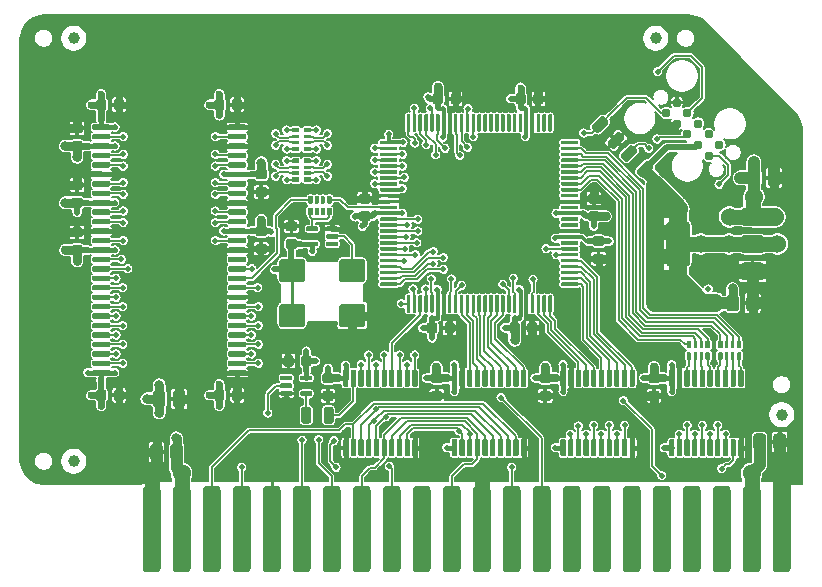
<source format=gtl>
G04 #@! TF.GenerationSoftware,KiCad,Pcbnew,(5.1.5-0-10_14)*
G04 #@! TF.CreationDate,2021-03-02T19:45:09-05:00*
G04 #@! TF.ProjectId,RAM2GS,52414d32-4753-42e6-9b69-6361645f7063,1.0*
G04 #@! TF.SameCoordinates,Original*
G04 #@! TF.FileFunction,Copper,L1,Top*
G04 #@! TF.FilePolarity,Positive*
%FSLAX46Y46*%
G04 Gerber Fmt 4.6, Leading zero omitted, Abs format (unit mm)*
G04 Created by KiCad (PCBNEW (5.1.5-0-10_14)) date 2021-03-02 19:45:09*
%MOMM*%
%LPD*%
G04 APERTURE LIST*
%ADD10C,0.100000*%
%ADD11C,0.787400*%
%ADD12C,1.000000*%
%ADD13C,2.000000*%
%ADD14C,0.500000*%
%ADD15C,0.762000*%
%ADD16C,0.800000*%
%ADD17C,0.600000*%
%ADD18C,1.524000*%
%ADD19C,0.508000*%
%ADD20C,0.300000*%
%ADD21C,0.450000*%
%ADD22C,0.508000*%
%ADD23C,0.762000*%
%ADD24C,0.800000*%
%ADD25C,0.500000*%
%ADD26C,0.254000*%
%ADD27C,0.400000*%
%ADD28C,0.600000*%
%ADD29C,1.270000*%
%ADD30C,1.524000*%
%ADD31C,1.000000*%
%ADD32C,0.550000*%
%ADD33C,0.250000*%
%ADD34C,0.150000*%
%ADD35C,0.700000*%
%ADD36C,0.895000*%
G04 APERTURE END LIST*
G04 #@! TA.AperFunction,SMDPad,CuDef*
D10*
G36*
X74223527Y-121775542D02*
G01*
X74234448Y-121777162D01*
X74245157Y-121779844D01*
X74255552Y-121783564D01*
X74265532Y-121788284D01*
X74275002Y-121793960D01*
X74283869Y-121800536D01*
X74292050Y-121807950D01*
X74299464Y-121816131D01*
X74306040Y-121824998D01*
X74311716Y-121834468D01*
X74316436Y-121844448D01*
X74320156Y-121854843D01*
X74322838Y-121865552D01*
X74324458Y-121876473D01*
X74325000Y-121887500D01*
X74325000Y-123112500D01*
X74324458Y-123123527D01*
X74322838Y-123134448D01*
X74320156Y-123145157D01*
X74316436Y-123155552D01*
X74311716Y-123165532D01*
X74306040Y-123175002D01*
X74299464Y-123183869D01*
X74292050Y-123192050D01*
X74283869Y-123199464D01*
X74275002Y-123206040D01*
X74265532Y-123211716D01*
X74255552Y-123216436D01*
X74245157Y-123220156D01*
X74234448Y-123222838D01*
X74223527Y-123224458D01*
X74212500Y-123225000D01*
X73987500Y-123225000D01*
X73976473Y-123224458D01*
X73965552Y-123222838D01*
X73954843Y-123220156D01*
X73944448Y-123216436D01*
X73934468Y-123211716D01*
X73924998Y-123206040D01*
X73916131Y-123199464D01*
X73907950Y-123192050D01*
X73900536Y-123183869D01*
X73893960Y-123175002D01*
X73888284Y-123165532D01*
X73883564Y-123155552D01*
X73879844Y-123145157D01*
X73877162Y-123134448D01*
X73875542Y-123123527D01*
X73875000Y-123112500D01*
X73875000Y-121887500D01*
X73875542Y-121876473D01*
X73877162Y-121865552D01*
X73879844Y-121854843D01*
X73883564Y-121844448D01*
X73888284Y-121834468D01*
X73893960Y-121824998D01*
X73900536Y-121816131D01*
X73907950Y-121807950D01*
X73916131Y-121800536D01*
X73924998Y-121793960D01*
X73934468Y-121788284D01*
X73944448Y-121783564D01*
X73954843Y-121779844D01*
X73965552Y-121777162D01*
X73976473Y-121775542D01*
X73987500Y-121775000D01*
X74212500Y-121775000D01*
X74223527Y-121775542D01*
G37*
G04 #@! TD.AperFunction*
G04 #@! TA.AperFunction,SMDPad,CuDef*
G36*
X74873527Y-121775542D02*
G01*
X74884448Y-121777162D01*
X74895157Y-121779844D01*
X74905552Y-121783564D01*
X74915532Y-121788284D01*
X74925002Y-121793960D01*
X74933869Y-121800536D01*
X74942050Y-121807950D01*
X74949464Y-121816131D01*
X74956040Y-121824998D01*
X74961716Y-121834468D01*
X74966436Y-121844448D01*
X74970156Y-121854843D01*
X74972838Y-121865552D01*
X74974458Y-121876473D01*
X74975000Y-121887500D01*
X74975000Y-123112500D01*
X74974458Y-123123527D01*
X74972838Y-123134448D01*
X74970156Y-123145157D01*
X74966436Y-123155552D01*
X74961716Y-123165532D01*
X74956040Y-123175002D01*
X74949464Y-123183869D01*
X74942050Y-123192050D01*
X74933869Y-123199464D01*
X74925002Y-123206040D01*
X74915532Y-123211716D01*
X74905552Y-123216436D01*
X74895157Y-123220156D01*
X74884448Y-123222838D01*
X74873527Y-123224458D01*
X74862500Y-123225000D01*
X74637500Y-123225000D01*
X74626473Y-123224458D01*
X74615552Y-123222838D01*
X74604843Y-123220156D01*
X74594448Y-123216436D01*
X74584468Y-123211716D01*
X74574998Y-123206040D01*
X74566131Y-123199464D01*
X74557950Y-123192050D01*
X74550536Y-123183869D01*
X74543960Y-123175002D01*
X74538284Y-123165532D01*
X74533564Y-123155552D01*
X74529844Y-123145157D01*
X74527162Y-123134448D01*
X74525542Y-123123527D01*
X74525000Y-123112500D01*
X74525000Y-121887500D01*
X74525542Y-121876473D01*
X74527162Y-121865552D01*
X74529844Y-121854843D01*
X74533564Y-121844448D01*
X74538284Y-121834468D01*
X74543960Y-121824998D01*
X74550536Y-121816131D01*
X74557950Y-121807950D01*
X74566131Y-121800536D01*
X74574998Y-121793960D01*
X74584468Y-121788284D01*
X74594448Y-121783564D01*
X74604843Y-121779844D01*
X74615552Y-121777162D01*
X74626473Y-121775542D01*
X74637500Y-121775000D01*
X74862500Y-121775000D01*
X74873527Y-121775542D01*
G37*
G04 #@! TD.AperFunction*
G04 #@! TA.AperFunction,SMDPad,CuDef*
G36*
X75523527Y-121775542D02*
G01*
X75534448Y-121777162D01*
X75545157Y-121779844D01*
X75555552Y-121783564D01*
X75565532Y-121788284D01*
X75575002Y-121793960D01*
X75583869Y-121800536D01*
X75592050Y-121807950D01*
X75599464Y-121816131D01*
X75606040Y-121824998D01*
X75611716Y-121834468D01*
X75616436Y-121844448D01*
X75620156Y-121854843D01*
X75622838Y-121865552D01*
X75624458Y-121876473D01*
X75625000Y-121887500D01*
X75625000Y-123112500D01*
X75624458Y-123123527D01*
X75622838Y-123134448D01*
X75620156Y-123145157D01*
X75616436Y-123155552D01*
X75611716Y-123165532D01*
X75606040Y-123175002D01*
X75599464Y-123183869D01*
X75592050Y-123192050D01*
X75583869Y-123199464D01*
X75575002Y-123206040D01*
X75565532Y-123211716D01*
X75555552Y-123216436D01*
X75545157Y-123220156D01*
X75534448Y-123222838D01*
X75523527Y-123224458D01*
X75512500Y-123225000D01*
X75287500Y-123225000D01*
X75276473Y-123224458D01*
X75265552Y-123222838D01*
X75254843Y-123220156D01*
X75244448Y-123216436D01*
X75234468Y-123211716D01*
X75224998Y-123206040D01*
X75216131Y-123199464D01*
X75207950Y-123192050D01*
X75200536Y-123183869D01*
X75193960Y-123175002D01*
X75188284Y-123165532D01*
X75183564Y-123155552D01*
X75179844Y-123145157D01*
X75177162Y-123134448D01*
X75175542Y-123123527D01*
X75175000Y-123112500D01*
X75175000Y-121887500D01*
X75175542Y-121876473D01*
X75177162Y-121865552D01*
X75179844Y-121854843D01*
X75183564Y-121844448D01*
X75188284Y-121834468D01*
X75193960Y-121824998D01*
X75200536Y-121816131D01*
X75207950Y-121807950D01*
X75216131Y-121800536D01*
X75224998Y-121793960D01*
X75234468Y-121788284D01*
X75244448Y-121783564D01*
X75254843Y-121779844D01*
X75265552Y-121777162D01*
X75276473Y-121775542D01*
X75287500Y-121775000D01*
X75512500Y-121775000D01*
X75523527Y-121775542D01*
G37*
G04 #@! TD.AperFunction*
G04 #@! TA.AperFunction,SMDPad,CuDef*
G36*
X76173527Y-121775542D02*
G01*
X76184448Y-121777162D01*
X76195157Y-121779844D01*
X76205552Y-121783564D01*
X76215532Y-121788284D01*
X76225002Y-121793960D01*
X76233869Y-121800536D01*
X76242050Y-121807950D01*
X76249464Y-121816131D01*
X76256040Y-121824998D01*
X76261716Y-121834468D01*
X76266436Y-121844448D01*
X76270156Y-121854843D01*
X76272838Y-121865552D01*
X76274458Y-121876473D01*
X76275000Y-121887500D01*
X76275000Y-123112500D01*
X76274458Y-123123527D01*
X76272838Y-123134448D01*
X76270156Y-123145157D01*
X76266436Y-123155552D01*
X76261716Y-123165532D01*
X76256040Y-123175002D01*
X76249464Y-123183869D01*
X76242050Y-123192050D01*
X76233869Y-123199464D01*
X76225002Y-123206040D01*
X76215532Y-123211716D01*
X76205552Y-123216436D01*
X76195157Y-123220156D01*
X76184448Y-123222838D01*
X76173527Y-123224458D01*
X76162500Y-123225000D01*
X75937500Y-123225000D01*
X75926473Y-123224458D01*
X75915552Y-123222838D01*
X75904843Y-123220156D01*
X75894448Y-123216436D01*
X75884468Y-123211716D01*
X75874998Y-123206040D01*
X75866131Y-123199464D01*
X75857950Y-123192050D01*
X75850536Y-123183869D01*
X75843960Y-123175002D01*
X75838284Y-123165532D01*
X75833564Y-123155552D01*
X75829844Y-123145157D01*
X75827162Y-123134448D01*
X75825542Y-123123527D01*
X75825000Y-123112500D01*
X75825000Y-121887500D01*
X75825542Y-121876473D01*
X75827162Y-121865552D01*
X75829844Y-121854843D01*
X75833564Y-121844448D01*
X75838284Y-121834468D01*
X75843960Y-121824998D01*
X75850536Y-121816131D01*
X75857950Y-121807950D01*
X75866131Y-121800536D01*
X75874998Y-121793960D01*
X75884468Y-121788284D01*
X75894448Y-121783564D01*
X75904843Y-121779844D01*
X75915552Y-121777162D01*
X75926473Y-121775542D01*
X75937500Y-121775000D01*
X76162500Y-121775000D01*
X76173527Y-121775542D01*
G37*
G04 #@! TD.AperFunction*
G04 #@! TA.AperFunction,SMDPad,CuDef*
G36*
X76823527Y-121775542D02*
G01*
X76834448Y-121777162D01*
X76845157Y-121779844D01*
X76855552Y-121783564D01*
X76865532Y-121788284D01*
X76875002Y-121793960D01*
X76883869Y-121800536D01*
X76892050Y-121807950D01*
X76899464Y-121816131D01*
X76906040Y-121824998D01*
X76911716Y-121834468D01*
X76916436Y-121844448D01*
X76920156Y-121854843D01*
X76922838Y-121865552D01*
X76924458Y-121876473D01*
X76925000Y-121887500D01*
X76925000Y-123112500D01*
X76924458Y-123123527D01*
X76922838Y-123134448D01*
X76920156Y-123145157D01*
X76916436Y-123155552D01*
X76911716Y-123165532D01*
X76906040Y-123175002D01*
X76899464Y-123183869D01*
X76892050Y-123192050D01*
X76883869Y-123199464D01*
X76875002Y-123206040D01*
X76865532Y-123211716D01*
X76855552Y-123216436D01*
X76845157Y-123220156D01*
X76834448Y-123222838D01*
X76823527Y-123224458D01*
X76812500Y-123225000D01*
X76587500Y-123225000D01*
X76576473Y-123224458D01*
X76565552Y-123222838D01*
X76554843Y-123220156D01*
X76544448Y-123216436D01*
X76534468Y-123211716D01*
X76524998Y-123206040D01*
X76516131Y-123199464D01*
X76507950Y-123192050D01*
X76500536Y-123183869D01*
X76493960Y-123175002D01*
X76488284Y-123165532D01*
X76483564Y-123155552D01*
X76479844Y-123145157D01*
X76477162Y-123134448D01*
X76475542Y-123123527D01*
X76475000Y-123112500D01*
X76475000Y-121887500D01*
X76475542Y-121876473D01*
X76477162Y-121865552D01*
X76479844Y-121854843D01*
X76483564Y-121844448D01*
X76488284Y-121834468D01*
X76493960Y-121824998D01*
X76500536Y-121816131D01*
X76507950Y-121807950D01*
X76516131Y-121800536D01*
X76524998Y-121793960D01*
X76534468Y-121788284D01*
X76544448Y-121783564D01*
X76554843Y-121779844D01*
X76565552Y-121777162D01*
X76576473Y-121775542D01*
X76587500Y-121775000D01*
X76812500Y-121775000D01*
X76823527Y-121775542D01*
G37*
G04 #@! TD.AperFunction*
G04 #@! TA.AperFunction,SMDPad,CuDef*
G36*
X77473527Y-121775542D02*
G01*
X77484448Y-121777162D01*
X77495157Y-121779844D01*
X77505552Y-121783564D01*
X77515532Y-121788284D01*
X77525002Y-121793960D01*
X77533869Y-121800536D01*
X77542050Y-121807950D01*
X77549464Y-121816131D01*
X77556040Y-121824998D01*
X77561716Y-121834468D01*
X77566436Y-121844448D01*
X77570156Y-121854843D01*
X77572838Y-121865552D01*
X77574458Y-121876473D01*
X77575000Y-121887500D01*
X77575000Y-123112500D01*
X77574458Y-123123527D01*
X77572838Y-123134448D01*
X77570156Y-123145157D01*
X77566436Y-123155552D01*
X77561716Y-123165532D01*
X77556040Y-123175002D01*
X77549464Y-123183869D01*
X77542050Y-123192050D01*
X77533869Y-123199464D01*
X77525002Y-123206040D01*
X77515532Y-123211716D01*
X77505552Y-123216436D01*
X77495157Y-123220156D01*
X77484448Y-123222838D01*
X77473527Y-123224458D01*
X77462500Y-123225000D01*
X77237500Y-123225000D01*
X77226473Y-123224458D01*
X77215552Y-123222838D01*
X77204843Y-123220156D01*
X77194448Y-123216436D01*
X77184468Y-123211716D01*
X77174998Y-123206040D01*
X77166131Y-123199464D01*
X77157950Y-123192050D01*
X77150536Y-123183869D01*
X77143960Y-123175002D01*
X77138284Y-123165532D01*
X77133564Y-123155552D01*
X77129844Y-123145157D01*
X77127162Y-123134448D01*
X77125542Y-123123527D01*
X77125000Y-123112500D01*
X77125000Y-121887500D01*
X77125542Y-121876473D01*
X77127162Y-121865552D01*
X77129844Y-121854843D01*
X77133564Y-121844448D01*
X77138284Y-121834468D01*
X77143960Y-121824998D01*
X77150536Y-121816131D01*
X77157950Y-121807950D01*
X77166131Y-121800536D01*
X77174998Y-121793960D01*
X77184468Y-121788284D01*
X77194448Y-121783564D01*
X77204843Y-121779844D01*
X77215552Y-121777162D01*
X77226473Y-121775542D01*
X77237500Y-121775000D01*
X77462500Y-121775000D01*
X77473527Y-121775542D01*
G37*
G04 #@! TD.AperFunction*
G04 #@! TA.AperFunction,SMDPad,CuDef*
G36*
X78123527Y-121775542D02*
G01*
X78134448Y-121777162D01*
X78145157Y-121779844D01*
X78155552Y-121783564D01*
X78165532Y-121788284D01*
X78175002Y-121793960D01*
X78183869Y-121800536D01*
X78192050Y-121807950D01*
X78199464Y-121816131D01*
X78206040Y-121824998D01*
X78211716Y-121834468D01*
X78216436Y-121844448D01*
X78220156Y-121854843D01*
X78222838Y-121865552D01*
X78224458Y-121876473D01*
X78225000Y-121887500D01*
X78225000Y-123112500D01*
X78224458Y-123123527D01*
X78222838Y-123134448D01*
X78220156Y-123145157D01*
X78216436Y-123155552D01*
X78211716Y-123165532D01*
X78206040Y-123175002D01*
X78199464Y-123183869D01*
X78192050Y-123192050D01*
X78183869Y-123199464D01*
X78175002Y-123206040D01*
X78165532Y-123211716D01*
X78155552Y-123216436D01*
X78145157Y-123220156D01*
X78134448Y-123222838D01*
X78123527Y-123224458D01*
X78112500Y-123225000D01*
X77887500Y-123225000D01*
X77876473Y-123224458D01*
X77865552Y-123222838D01*
X77854843Y-123220156D01*
X77844448Y-123216436D01*
X77834468Y-123211716D01*
X77824998Y-123206040D01*
X77816131Y-123199464D01*
X77807950Y-123192050D01*
X77800536Y-123183869D01*
X77793960Y-123175002D01*
X77788284Y-123165532D01*
X77783564Y-123155552D01*
X77779844Y-123145157D01*
X77777162Y-123134448D01*
X77775542Y-123123527D01*
X77775000Y-123112500D01*
X77775000Y-121887500D01*
X77775542Y-121876473D01*
X77777162Y-121865552D01*
X77779844Y-121854843D01*
X77783564Y-121844448D01*
X77788284Y-121834468D01*
X77793960Y-121824998D01*
X77800536Y-121816131D01*
X77807950Y-121807950D01*
X77816131Y-121800536D01*
X77824998Y-121793960D01*
X77834468Y-121788284D01*
X77844448Y-121783564D01*
X77854843Y-121779844D01*
X77865552Y-121777162D01*
X77876473Y-121775542D01*
X77887500Y-121775000D01*
X78112500Y-121775000D01*
X78123527Y-121775542D01*
G37*
G04 #@! TD.AperFunction*
G04 #@! TA.AperFunction,SMDPad,CuDef*
G36*
X78773527Y-121775542D02*
G01*
X78784448Y-121777162D01*
X78795157Y-121779844D01*
X78805552Y-121783564D01*
X78815532Y-121788284D01*
X78825002Y-121793960D01*
X78833869Y-121800536D01*
X78842050Y-121807950D01*
X78849464Y-121816131D01*
X78856040Y-121824998D01*
X78861716Y-121834468D01*
X78866436Y-121844448D01*
X78870156Y-121854843D01*
X78872838Y-121865552D01*
X78874458Y-121876473D01*
X78875000Y-121887500D01*
X78875000Y-123112500D01*
X78874458Y-123123527D01*
X78872838Y-123134448D01*
X78870156Y-123145157D01*
X78866436Y-123155552D01*
X78861716Y-123165532D01*
X78856040Y-123175002D01*
X78849464Y-123183869D01*
X78842050Y-123192050D01*
X78833869Y-123199464D01*
X78825002Y-123206040D01*
X78815532Y-123211716D01*
X78805552Y-123216436D01*
X78795157Y-123220156D01*
X78784448Y-123222838D01*
X78773527Y-123224458D01*
X78762500Y-123225000D01*
X78537500Y-123225000D01*
X78526473Y-123224458D01*
X78515552Y-123222838D01*
X78504843Y-123220156D01*
X78494448Y-123216436D01*
X78484468Y-123211716D01*
X78474998Y-123206040D01*
X78466131Y-123199464D01*
X78457950Y-123192050D01*
X78450536Y-123183869D01*
X78443960Y-123175002D01*
X78438284Y-123165532D01*
X78433564Y-123155552D01*
X78429844Y-123145157D01*
X78427162Y-123134448D01*
X78425542Y-123123527D01*
X78425000Y-123112500D01*
X78425000Y-121887500D01*
X78425542Y-121876473D01*
X78427162Y-121865552D01*
X78429844Y-121854843D01*
X78433564Y-121844448D01*
X78438284Y-121834468D01*
X78443960Y-121824998D01*
X78450536Y-121816131D01*
X78457950Y-121807950D01*
X78466131Y-121800536D01*
X78474998Y-121793960D01*
X78484468Y-121788284D01*
X78494448Y-121783564D01*
X78504843Y-121779844D01*
X78515552Y-121777162D01*
X78526473Y-121775542D01*
X78537500Y-121775000D01*
X78762500Y-121775000D01*
X78773527Y-121775542D01*
G37*
G04 #@! TD.AperFunction*
G04 #@! TA.AperFunction,SMDPad,CuDef*
G36*
X79423527Y-121775542D02*
G01*
X79434448Y-121777162D01*
X79445157Y-121779844D01*
X79455552Y-121783564D01*
X79465532Y-121788284D01*
X79475002Y-121793960D01*
X79483869Y-121800536D01*
X79492050Y-121807950D01*
X79499464Y-121816131D01*
X79506040Y-121824998D01*
X79511716Y-121834468D01*
X79516436Y-121844448D01*
X79520156Y-121854843D01*
X79522838Y-121865552D01*
X79524458Y-121876473D01*
X79525000Y-121887500D01*
X79525000Y-123112500D01*
X79524458Y-123123527D01*
X79522838Y-123134448D01*
X79520156Y-123145157D01*
X79516436Y-123155552D01*
X79511716Y-123165532D01*
X79506040Y-123175002D01*
X79499464Y-123183869D01*
X79492050Y-123192050D01*
X79483869Y-123199464D01*
X79475002Y-123206040D01*
X79465532Y-123211716D01*
X79455552Y-123216436D01*
X79445157Y-123220156D01*
X79434448Y-123222838D01*
X79423527Y-123224458D01*
X79412500Y-123225000D01*
X79187500Y-123225000D01*
X79176473Y-123224458D01*
X79165552Y-123222838D01*
X79154843Y-123220156D01*
X79144448Y-123216436D01*
X79134468Y-123211716D01*
X79124998Y-123206040D01*
X79116131Y-123199464D01*
X79107950Y-123192050D01*
X79100536Y-123183869D01*
X79093960Y-123175002D01*
X79088284Y-123165532D01*
X79083564Y-123155552D01*
X79079844Y-123145157D01*
X79077162Y-123134448D01*
X79075542Y-123123527D01*
X79075000Y-123112500D01*
X79075000Y-121887500D01*
X79075542Y-121876473D01*
X79077162Y-121865552D01*
X79079844Y-121854843D01*
X79083564Y-121844448D01*
X79088284Y-121834468D01*
X79093960Y-121824998D01*
X79100536Y-121816131D01*
X79107950Y-121807950D01*
X79116131Y-121800536D01*
X79124998Y-121793960D01*
X79134468Y-121788284D01*
X79144448Y-121783564D01*
X79154843Y-121779844D01*
X79165552Y-121777162D01*
X79176473Y-121775542D01*
X79187500Y-121775000D01*
X79412500Y-121775000D01*
X79423527Y-121775542D01*
G37*
G04 #@! TD.AperFunction*
G04 #@! TA.AperFunction,SMDPad,CuDef*
G36*
X80073527Y-121775542D02*
G01*
X80084448Y-121777162D01*
X80095157Y-121779844D01*
X80105552Y-121783564D01*
X80115532Y-121788284D01*
X80125002Y-121793960D01*
X80133869Y-121800536D01*
X80142050Y-121807950D01*
X80149464Y-121816131D01*
X80156040Y-121824998D01*
X80161716Y-121834468D01*
X80166436Y-121844448D01*
X80170156Y-121854843D01*
X80172838Y-121865552D01*
X80174458Y-121876473D01*
X80175000Y-121887500D01*
X80175000Y-123112500D01*
X80174458Y-123123527D01*
X80172838Y-123134448D01*
X80170156Y-123145157D01*
X80166436Y-123155552D01*
X80161716Y-123165532D01*
X80156040Y-123175002D01*
X80149464Y-123183869D01*
X80142050Y-123192050D01*
X80133869Y-123199464D01*
X80125002Y-123206040D01*
X80115532Y-123211716D01*
X80105552Y-123216436D01*
X80095157Y-123220156D01*
X80084448Y-123222838D01*
X80073527Y-123224458D01*
X80062500Y-123225000D01*
X79837500Y-123225000D01*
X79826473Y-123224458D01*
X79815552Y-123222838D01*
X79804843Y-123220156D01*
X79794448Y-123216436D01*
X79784468Y-123211716D01*
X79774998Y-123206040D01*
X79766131Y-123199464D01*
X79757950Y-123192050D01*
X79750536Y-123183869D01*
X79743960Y-123175002D01*
X79738284Y-123165532D01*
X79733564Y-123155552D01*
X79729844Y-123145157D01*
X79727162Y-123134448D01*
X79725542Y-123123527D01*
X79725000Y-123112500D01*
X79725000Y-121887500D01*
X79725542Y-121876473D01*
X79727162Y-121865552D01*
X79729844Y-121854843D01*
X79733564Y-121844448D01*
X79738284Y-121834468D01*
X79743960Y-121824998D01*
X79750536Y-121816131D01*
X79757950Y-121807950D01*
X79766131Y-121800536D01*
X79774998Y-121793960D01*
X79784468Y-121788284D01*
X79794448Y-121783564D01*
X79804843Y-121779844D01*
X79815552Y-121777162D01*
X79826473Y-121775542D01*
X79837500Y-121775000D01*
X80062500Y-121775000D01*
X80073527Y-121775542D01*
G37*
G04 #@! TD.AperFunction*
G04 #@! TA.AperFunction,SMDPad,CuDef*
G36*
X80073527Y-127675542D02*
G01*
X80084448Y-127677162D01*
X80095157Y-127679844D01*
X80105552Y-127683564D01*
X80115532Y-127688284D01*
X80125002Y-127693960D01*
X80133869Y-127700536D01*
X80142050Y-127707950D01*
X80149464Y-127716131D01*
X80156040Y-127724998D01*
X80161716Y-127734468D01*
X80166436Y-127744448D01*
X80170156Y-127754843D01*
X80172838Y-127765552D01*
X80174458Y-127776473D01*
X80175000Y-127787500D01*
X80175000Y-129012500D01*
X80174458Y-129023527D01*
X80172838Y-129034448D01*
X80170156Y-129045157D01*
X80166436Y-129055552D01*
X80161716Y-129065532D01*
X80156040Y-129075002D01*
X80149464Y-129083869D01*
X80142050Y-129092050D01*
X80133869Y-129099464D01*
X80125002Y-129106040D01*
X80115532Y-129111716D01*
X80105552Y-129116436D01*
X80095157Y-129120156D01*
X80084448Y-129122838D01*
X80073527Y-129124458D01*
X80062500Y-129125000D01*
X79837500Y-129125000D01*
X79826473Y-129124458D01*
X79815552Y-129122838D01*
X79804843Y-129120156D01*
X79794448Y-129116436D01*
X79784468Y-129111716D01*
X79774998Y-129106040D01*
X79766131Y-129099464D01*
X79757950Y-129092050D01*
X79750536Y-129083869D01*
X79743960Y-129075002D01*
X79738284Y-129065532D01*
X79733564Y-129055552D01*
X79729844Y-129045157D01*
X79727162Y-129034448D01*
X79725542Y-129023527D01*
X79725000Y-129012500D01*
X79725000Y-127787500D01*
X79725542Y-127776473D01*
X79727162Y-127765552D01*
X79729844Y-127754843D01*
X79733564Y-127744448D01*
X79738284Y-127734468D01*
X79743960Y-127724998D01*
X79750536Y-127716131D01*
X79757950Y-127707950D01*
X79766131Y-127700536D01*
X79774998Y-127693960D01*
X79784468Y-127688284D01*
X79794448Y-127683564D01*
X79804843Y-127679844D01*
X79815552Y-127677162D01*
X79826473Y-127675542D01*
X79837500Y-127675000D01*
X80062500Y-127675000D01*
X80073527Y-127675542D01*
G37*
G04 #@! TD.AperFunction*
G04 #@! TA.AperFunction,SMDPad,CuDef*
G36*
X79423527Y-127675542D02*
G01*
X79434448Y-127677162D01*
X79445157Y-127679844D01*
X79455552Y-127683564D01*
X79465532Y-127688284D01*
X79475002Y-127693960D01*
X79483869Y-127700536D01*
X79492050Y-127707950D01*
X79499464Y-127716131D01*
X79506040Y-127724998D01*
X79511716Y-127734468D01*
X79516436Y-127744448D01*
X79520156Y-127754843D01*
X79522838Y-127765552D01*
X79524458Y-127776473D01*
X79525000Y-127787500D01*
X79525000Y-129012500D01*
X79524458Y-129023527D01*
X79522838Y-129034448D01*
X79520156Y-129045157D01*
X79516436Y-129055552D01*
X79511716Y-129065532D01*
X79506040Y-129075002D01*
X79499464Y-129083869D01*
X79492050Y-129092050D01*
X79483869Y-129099464D01*
X79475002Y-129106040D01*
X79465532Y-129111716D01*
X79455552Y-129116436D01*
X79445157Y-129120156D01*
X79434448Y-129122838D01*
X79423527Y-129124458D01*
X79412500Y-129125000D01*
X79187500Y-129125000D01*
X79176473Y-129124458D01*
X79165552Y-129122838D01*
X79154843Y-129120156D01*
X79144448Y-129116436D01*
X79134468Y-129111716D01*
X79124998Y-129106040D01*
X79116131Y-129099464D01*
X79107950Y-129092050D01*
X79100536Y-129083869D01*
X79093960Y-129075002D01*
X79088284Y-129065532D01*
X79083564Y-129055552D01*
X79079844Y-129045157D01*
X79077162Y-129034448D01*
X79075542Y-129023527D01*
X79075000Y-129012500D01*
X79075000Y-127787500D01*
X79075542Y-127776473D01*
X79077162Y-127765552D01*
X79079844Y-127754843D01*
X79083564Y-127744448D01*
X79088284Y-127734468D01*
X79093960Y-127724998D01*
X79100536Y-127716131D01*
X79107950Y-127707950D01*
X79116131Y-127700536D01*
X79124998Y-127693960D01*
X79134468Y-127688284D01*
X79144448Y-127683564D01*
X79154843Y-127679844D01*
X79165552Y-127677162D01*
X79176473Y-127675542D01*
X79187500Y-127675000D01*
X79412500Y-127675000D01*
X79423527Y-127675542D01*
G37*
G04 #@! TD.AperFunction*
G04 #@! TA.AperFunction,SMDPad,CuDef*
G36*
X78773527Y-127675542D02*
G01*
X78784448Y-127677162D01*
X78795157Y-127679844D01*
X78805552Y-127683564D01*
X78815532Y-127688284D01*
X78825002Y-127693960D01*
X78833869Y-127700536D01*
X78842050Y-127707950D01*
X78849464Y-127716131D01*
X78856040Y-127724998D01*
X78861716Y-127734468D01*
X78866436Y-127744448D01*
X78870156Y-127754843D01*
X78872838Y-127765552D01*
X78874458Y-127776473D01*
X78875000Y-127787500D01*
X78875000Y-129012500D01*
X78874458Y-129023527D01*
X78872838Y-129034448D01*
X78870156Y-129045157D01*
X78866436Y-129055552D01*
X78861716Y-129065532D01*
X78856040Y-129075002D01*
X78849464Y-129083869D01*
X78842050Y-129092050D01*
X78833869Y-129099464D01*
X78825002Y-129106040D01*
X78815532Y-129111716D01*
X78805552Y-129116436D01*
X78795157Y-129120156D01*
X78784448Y-129122838D01*
X78773527Y-129124458D01*
X78762500Y-129125000D01*
X78537500Y-129125000D01*
X78526473Y-129124458D01*
X78515552Y-129122838D01*
X78504843Y-129120156D01*
X78494448Y-129116436D01*
X78484468Y-129111716D01*
X78474998Y-129106040D01*
X78466131Y-129099464D01*
X78457950Y-129092050D01*
X78450536Y-129083869D01*
X78443960Y-129075002D01*
X78438284Y-129065532D01*
X78433564Y-129055552D01*
X78429844Y-129045157D01*
X78427162Y-129034448D01*
X78425542Y-129023527D01*
X78425000Y-129012500D01*
X78425000Y-127787500D01*
X78425542Y-127776473D01*
X78427162Y-127765552D01*
X78429844Y-127754843D01*
X78433564Y-127744448D01*
X78438284Y-127734468D01*
X78443960Y-127724998D01*
X78450536Y-127716131D01*
X78457950Y-127707950D01*
X78466131Y-127700536D01*
X78474998Y-127693960D01*
X78484468Y-127688284D01*
X78494448Y-127683564D01*
X78504843Y-127679844D01*
X78515552Y-127677162D01*
X78526473Y-127675542D01*
X78537500Y-127675000D01*
X78762500Y-127675000D01*
X78773527Y-127675542D01*
G37*
G04 #@! TD.AperFunction*
G04 #@! TA.AperFunction,SMDPad,CuDef*
G36*
X78123527Y-127675542D02*
G01*
X78134448Y-127677162D01*
X78145157Y-127679844D01*
X78155552Y-127683564D01*
X78165532Y-127688284D01*
X78175002Y-127693960D01*
X78183869Y-127700536D01*
X78192050Y-127707950D01*
X78199464Y-127716131D01*
X78206040Y-127724998D01*
X78211716Y-127734468D01*
X78216436Y-127744448D01*
X78220156Y-127754843D01*
X78222838Y-127765552D01*
X78224458Y-127776473D01*
X78225000Y-127787500D01*
X78225000Y-129012500D01*
X78224458Y-129023527D01*
X78222838Y-129034448D01*
X78220156Y-129045157D01*
X78216436Y-129055552D01*
X78211716Y-129065532D01*
X78206040Y-129075002D01*
X78199464Y-129083869D01*
X78192050Y-129092050D01*
X78183869Y-129099464D01*
X78175002Y-129106040D01*
X78165532Y-129111716D01*
X78155552Y-129116436D01*
X78145157Y-129120156D01*
X78134448Y-129122838D01*
X78123527Y-129124458D01*
X78112500Y-129125000D01*
X77887500Y-129125000D01*
X77876473Y-129124458D01*
X77865552Y-129122838D01*
X77854843Y-129120156D01*
X77844448Y-129116436D01*
X77834468Y-129111716D01*
X77824998Y-129106040D01*
X77816131Y-129099464D01*
X77807950Y-129092050D01*
X77800536Y-129083869D01*
X77793960Y-129075002D01*
X77788284Y-129065532D01*
X77783564Y-129055552D01*
X77779844Y-129045157D01*
X77777162Y-129034448D01*
X77775542Y-129023527D01*
X77775000Y-129012500D01*
X77775000Y-127787500D01*
X77775542Y-127776473D01*
X77777162Y-127765552D01*
X77779844Y-127754843D01*
X77783564Y-127744448D01*
X77788284Y-127734468D01*
X77793960Y-127724998D01*
X77800536Y-127716131D01*
X77807950Y-127707950D01*
X77816131Y-127700536D01*
X77824998Y-127693960D01*
X77834468Y-127688284D01*
X77844448Y-127683564D01*
X77854843Y-127679844D01*
X77865552Y-127677162D01*
X77876473Y-127675542D01*
X77887500Y-127675000D01*
X78112500Y-127675000D01*
X78123527Y-127675542D01*
G37*
G04 #@! TD.AperFunction*
G04 #@! TA.AperFunction,SMDPad,CuDef*
G36*
X77473527Y-127675542D02*
G01*
X77484448Y-127677162D01*
X77495157Y-127679844D01*
X77505552Y-127683564D01*
X77515532Y-127688284D01*
X77525002Y-127693960D01*
X77533869Y-127700536D01*
X77542050Y-127707950D01*
X77549464Y-127716131D01*
X77556040Y-127724998D01*
X77561716Y-127734468D01*
X77566436Y-127744448D01*
X77570156Y-127754843D01*
X77572838Y-127765552D01*
X77574458Y-127776473D01*
X77575000Y-127787500D01*
X77575000Y-129012500D01*
X77574458Y-129023527D01*
X77572838Y-129034448D01*
X77570156Y-129045157D01*
X77566436Y-129055552D01*
X77561716Y-129065532D01*
X77556040Y-129075002D01*
X77549464Y-129083869D01*
X77542050Y-129092050D01*
X77533869Y-129099464D01*
X77525002Y-129106040D01*
X77515532Y-129111716D01*
X77505552Y-129116436D01*
X77495157Y-129120156D01*
X77484448Y-129122838D01*
X77473527Y-129124458D01*
X77462500Y-129125000D01*
X77237500Y-129125000D01*
X77226473Y-129124458D01*
X77215552Y-129122838D01*
X77204843Y-129120156D01*
X77194448Y-129116436D01*
X77184468Y-129111716D01*
X77174998Y-129106040D01*
X77166131Y-129099464D01*
X77157950Y-129092050D01*
X77150536Y-129083869D01*
X77143960Y-129075002D01*
X77138284Y-129065532D01*
X77133564Y-129055552D01*
X77129844Y-129045157D01*
X77127162Y-129034448D01*
X77125542Y-129023527D01*
X77125000Y-129012500D01*
X77125000Y-127787500D01*
X77125542Y-127776473D01*
X77127162Y-127765552D01*
X77129844Y-127754843D01*
X77133564Y-127744448D01*
X77138284Y-127734468D01*
X77143960Y-127724998D01*
X77150536Y-127716131D01*
X77157950Y-127707950D01*
X77166131Y-127700536D01*
X77174998Y-127693960D01*
X77184468Y-127688284D01*
X77194448Y-127683564D01*
X77204843Y-127679844D01*
X77215552Y-127677162D01*
X77226473Y-127675542D01*
X77237500Y-127675000D01*
X77462500Y-127675000D01*
X77473527Y-127675542D01*
G37*
G04 #@! TD.AperFunction*
G04 #@! TA.AperFunction,SMDPad,CuDef*
G36*
X76823527Y-127675542D02*
G01*
X76834448Y-127677162D01*
X76845157Y-127679844D01*
X76855552Y-127683564D01*
X76865532Y-127688284D01*
X76875002Y-127693960D01*
X76883869Y-127700536D01*
X76892050Y-127707950D01*
X76899464Y-127716131D01*
X76906040Y-127724998D01*
X76911716Y-127734468D01*
X76916436Y-127744448D01*
X76920156Y-127754843D01*
X76922838Y-127765552D01*
X76924458Y-127776473D01*
X76925000Y-127787500D01*
X76925000Y-129012500D01*
X76924458Y-129023527D01*
X76922838Y-129034448D01*
X76920156Y-129045157D01*
X76916436Y-129055552D01*
X76911716Y-129065532D01*
X76906040Y-129075002D01*
X76899464Y-129083869D01*
X76892050Y-129092050D01*
X76883869Y-129099464D01*
X76875002Y-129106040D01*
X76865532Y-129111716D01*
X76855552Y-129116436D01*
X76845157Y-129120156D01*
X76834448Y-129122838D01*
X76823527Y-129124458D01*
X76812500Y-129125000D01*
X76587500Y-129125000D01*
X76576473Y-129124458D01*
X76565552Y-129122838D01*
X76554843Y-129120156D01*
X76544448Y-129116436D01*
X76534468Y-129111716D01*
X76524998Y-129106040D01*
X76516131Y-129099464D01*
X76507950Y-129092050D01*
X76500536Y-129083869D01*
X76493960Y-129075002D01*
X76488284Y-129065532D01*
X76483564Y-129055552D01*
X76479844Y-129045157D01*
X76477162Y-129034448D01*
X76475542Y-129023527D01*
X76475000Y-129012500D01*
X76475000Y-127787500D01*
X76475542Y-127776473D01*
X76477162Y-127765552D01*
X76479844Y-127754843D01*
X76483564Y-127744448D01*
X76488284Y-127734468D01*
X76493960Y-127724998D01*
X76500536Y-127716131D01*
X76507950Y-127707950D01*
X76516131Y-127700536D01*
X76524998Y-127693960D01*
X76534468Y-127688284D01*
X76544448Y-127683564D01*
X76554843Y-127679844D01*
X76565552Y-127677162D01*
X76576473Y-127675542D01*
X76587500Y-127675000D01*
X76812500Y-127675000D01*
X76823527Y-127675542D01*
G37*
G04 #@! TD.AperFunction*
G04 #@! TA.AperFunction,SMDPad,CuDef*
G36*
X76173527Y-127675542D02*
G01*
X76184448Y-127677162D01*
X76195157Y-127679844D01*
X76205552Y-127683564D01*
X76215532Y-127688284D01*
X76225002Y-127693960D01*
X76233869Y-127700536D01*
X76242050Y-127707950D01*
X76249464Y-127716131D01*
X76256040Y-127724998D01*
X76261716Y-127734468D01*
X76266436Y-127744448D01*
X76270156Y-127754843D01*
X76272838Y-127765552D01*
X76274458Y-127776473D01*
X76275000Y-127787500D01*
X76275000Y-129012500D01*
X76274458Y-129023527D01*
X76272838Y-129034448D01*
X76270156Y-129045157D01*
X76266436Y-129055552D01*
X76261716Y-129065532D01*
X76256040Y-129075002D01*
X76249464Y-129083869D01*
X76242050Y-129092050D01*
X76233869Y-129099464D01*
X76225002Y-129106040D01*
X76215532Y-129111716D01*
X76205552Y-129116436D01*
X76195157Y-129120156D01*
X76184448Y-129122838D01*
X76173527Y-129124458D01*
X76162500Y-129125000D01*
X75937500Y-129125000D01*
X75926473Y-129124458D01*
X75915552Y-129122838D01*
X75904843Y-129120156D01*
X75894448Y-129116436D01*
X75884468Y-129111716D01*
X75874998Y-129106040D01*
X75866131Y-129099464D01*
X75857950Y-129092050D01*
X75850536Y-129083869D01*
X75843960Y-129075002D01*
X75838284Y-129065532D01*
X75833564Y-129055552D01*
X75829844Y-129045157D01*
X75827162Y-129034448D01*
X75825542Y-129023527D01*
X75825000Y-129012500D01*
X75825000Y-127787500D01*
X75825542Y-127776473D01*
X75827162Y-127765552D01*
X75829844Y-127754843D01*
X75833564Y-127744448D01*
X75838284Y-127734468D01*
X75843960Y-127724998D01*
X75850536Y-127716131D01*
X75857950Y-127707950D01*
X75866131Y-127700536D01*
X75874998Y-127693960D01*
X75884468Y-127688284D01*
X75894448Y-127683564D01*
X75904843Y-127679844D01*
X75915552Y-127677162D01*
X75926473Y-127675542D01*
X75937500Y-127675000D01*
X76162500Y-127675000D01*
X76173527Y-127675542D01*
G37*
G04 #@! TD.AperFunction*
G04 #@! TA.AperFunction,SMDPad,CuDef*
G36*
X75523527Y-127675542D02*
G01*
X75534448Y-127677162D01*
X75545157Y-127679844D01*
X75555552Y-127683564D01*
X75565532Y-127688284D01*
X75575002Y-127693960D01*
X75583869Y-127700536D01*
X75592050Y-127707950D01*
X75599464Y-127716131D01*
X75606040Y-127724998D01*
X75611716Y-127734468D01*
X75616436Y-127744448D01*
X75620156Y-127754843D01*
X75622838Y-127765552D01*
X75624458Y-127776473D01*
X75625000Y-127787500D01*
X75625000Y-129012500D01*
X75624458Y-129023527D01*
X75622838Y-129034448D01*
X75620156Y-129045157D01*
X75616436Y-129055552D01*
X75611716Y-129065532D01*
X75606040Y-129075002D01*
X75599464Y-129083869D01*
X75592050Y-129092050D01*
X75583869Y-129099464D01*
X75575002Y-129106040D01*
X75565532Y-129111716D01*
X75555552Y-129116436D01*
X75545157Y-129120156D01*
X75534448Y-129122838D01*
X75523527Y-129124458D01*
X75512500Y-129125000D01*
X75287500Y-129125000D01*
X75276473Y-129124458D01*
X75265552Y-129122838D01*
X75254843Y-129120156D01*
X75244448Y-129116436D01*
X75234468Y-129111716D01*
X75224998Y-129106040D01*
X75216131Y-129099464D01*
X75207950Y-129092050D01*
X75200536Y-129083869D01*
X75193960Y-129075002D01*
X75188284Y-129065532D01*
X75183564Y-129055552D01*
X75179844Y-129045157D01*
X75177162Y-129034448D01*
X75175542Y-129023527D01*
X75175000Y-129012500D01*
X75175000Y-127787500D01*
X75175542Y-127776473D01*
X75177162Y-127765552D01*
X75179844Y-127754843D01*
X75183564Y-127744448D01*
X75188284Y-127734468D01*
X75193960Y-127724998D01*
X75200536Y-127716131D01*
X75207950Y-127707950D01*
X75216131Y-127700536D01*
X75224998Y-127693960D01*
X75234468Y-127688284D01*
X75244448Y-127683564D01*
X75254843Y-127679844D01*
X75265552Y-127677162D01*
X75276473Y-127675542D01*
X75287500Y-127675000D01*
X75512500Y-127675000D01*
X75523527Y-127675542D01*
G37*
G04 #@! TD.AperFunction*
G04 #@! TA.AperFunction,SMDPad,CuDef*
G36*
X74873527Y-127675542D02*
G01*
X74884448Y-127677162D01*
X74895157Y-127679844D01*
X74905552Y-127683564D01*
X74915532Y-127688284D01*
X74925002Y-127693960D01*
X74933869Y-127700536D01*
X74942050Y-127707950D01*
X74949464Y-127716131D01*
X74956040Y-127724998D01*
X74961716Y-127734468D01*
X74966436Y-127744448D01*
X74970156Y-127754843D01*
X74972838Y-127765552D01*
X74974458Y-127776473D01*
X74975000Y-127787500D01*
X74975000Y-129012500D01*
X74974458Y-129023527D01*
X74972838Y-129034448D01*
X74970156Y-129045157D01*
X74966436Y-129055552D01*
X74961716Y-129065532D01*
X74956040Y-129075002D01*
X74949464Y-129083869D01*
X74942050Y-129092050D01*
X74933869Y-129099464D01*
X74925002Y-129106040D01*
X74915532Y-129111716D01*
X74905552Y-129116436D01*
X74895157Y-129120156D01*
X74884448Y-129122838D01*
X74873527Y-129124458D01*
X74862500Y-129125000D01*
X74637500Y-129125000D01*
X74626473Y-129124458D01*
X74615552Y-129122838D01*
X74604843Y-129120156D01*
X74594448Y-129116436D01*
X74584468Y-129111716D01*
X74574998Y-129106040D01*
X74566131Y-129099464D01*
X74557950Y-129092050D01*
X74550536Y-129083869D01*
X74543960Y-129075002D01*
X74538284Y-129065532D01*
X74533564Y-129055552D01*
X74529844Y-129045157D01*
X74527162Y-129034448D01*
X74525542Y-129023527D01*
X74525000Y-129012500D01*
X74525000Y-127787500D01*
X74525542Y-127776473D01*
X74527162Y-127765552D01*
X74529844Y-127754843D01*
X74533564Y-127744448D01*
X74538284Y-127734468D01*
X74543960Y-127724998D01*
X74550536Y-127716131D01*
X74557950Y-127707950D01*
X74566131Y-127700536D01*
X74574998Y-127693960D01*
X74584468Y-127688284D01*
X74594448Y-127683564D01*
X74604843Y-127679844D01*
X74615552Y-127677162D01*
X74626473Y-127675542D01*
X74637500Y-127675000D01*
X74862500Y-127675000D01*
X74873527Y-127675542D01*
G37*
G04 #@! TD.AperFunction*
G04 #@! TA.AperFunction,SMDPad,CuDef*
G36*
X74223527Y-127675542D02*
G01*
X74234448Y-127677162D01*
X74245157Y-127679844D01*
X74255552Y-127683564D01*
X74265532Y-127688284D01*
X74275002Y-127693960D01*
X74283869Y-127700536D01*
X74292050Y-127707950D01*
X74299464Y-127716131D01*
X74306040Y-127724998D01*
X74311716Y-127734468D01*
X74316436Y-127744448D01*
X74320156Y-127754843D01*
X74322838Y-127765552D01*
X74324458Y-127776473D01*
X74325000Y-127787500D01*
X74325000Y-129012500D01*
X74324458Y-129023527D01*
X74322838Y-129034448D01*
X74320156Y-129045157D01*
X74316436Y-129055552D01*
X74311716Y-129065532D01*
X74306040Y-129075002D01*
X74299464Y-129083869D01*
X74292050Y-129092050D01*
X74283869Y-129099464D01*
X74275002Y-129106040D01*
X74265532Y-129111716D01*
X74255552Y-129116436D01*
X74245157Y-129120156D01*
X74234448Y-129122838D01*
X74223527Y-129124458D01*
X74212500Y-129125000D01*
X73987500Y-129125000D01*
X73976473Y-129124458D01*
X73965552Y-129122838D01*
X73954843Y-129120156D01*
X73944448Y-129116436D01*
X73934468Y-129111716D01*
X73924998Y-129106040D01*
X73916131Y-129099464D01*
X73907950Y-129092050D01*
X73900536Y-129083869D01*
X73893960Y-129075002D01*
X73888284Y-129065532D01*
X73883564Y-129055552D01*
X73879844Y-129045157D01*
X73877162Y-129034448D01*
X73875542Y-129023527D01*
X73875000Y-129012500D01*
X73875000Y-127787500D01*
X73875542Y-127776473D01*
X73877162Y-127765552D01*
X73879844Y-127754843D01*
X73883564Y-127744448D01*
X73888284Y-127734468D01*
X73893960Y-127724998D01*
X73900536Y-127716131D01*
X73907950Y-127707950D01*
X73916131Y-127700536D01*
X73924998Y-127693960D01*
X73934468Y-127688284D01*
X73944448Y-127683564D01*
X73954843Y-127679844D01*
X73965552Y-127677162D01*
X73976473Y-127675542D01*
X73987500Y-127675000D01*
X74212500Y-127675000D01*
X74223527Y-127675542D01*
G37*
G04 #@! TD.AperFunction*
G04 #@! TA.AperFunction,SMDPad,CuDef*
G36*
X71659802Y-110950482D02*
G01*
X71669509Y-110951921D01*
X71679028Y-110954306D01*
X71688268Y-110957612D01*
X71697140Y-110961808D01*
X71705557Y-110966853D01*
X71713439Y-110972699D01*
X71720711Y-110979289D01*
X71727301Y-110986561D01*
X71733147Y-110994443D01*
X71738192Y-111002860D01*
X71742388Y-111011732D01*
X71745694Y-111020972D01*
X71748079Y-111030491D01*
X71749518Y-111040198D01*
X71750000Y-111050000D01*
X71750000Y-111250000D01*
X71749518Y-111259802D01*
X71748079Y-111269509D01*
X71745694Y-111279028D01*
X71742388Y-111288268D01*
X71738192Y-111297140D01*
X71733147Y-111305557D01*
X71727301Y-111313439D01*
X71720711Y-111320711D01*
X71713439Y-111327301D01*
X71705557Y-111333147D01*
X71697140Y-111338192D01*
X71688268Y-111342388D01*
X71679028Y-111345694D01*
X71669509Y-111348079D01*
X71659802Y-111349518D01*
X71650000Y-111350000D01*
X70850000Y-111350000D01*
X70840198Y-111349518D01*
X70830491Y-111348079D01*
X70820972Y-111345694D01*
X70811732Y-111342388D01*
X70802860Y-111338192D01*
X70794443Y-111333147D01*
X70786561Y-111327301D01*
X70779289Y-111320711D01*
X70772699Y-111313439D01*
X70766853Y-111305557D01*
X70761808Y-111297140D01*
X70757612Y-111288268D01*
X70754306Y-111279028D01*
X70751921Y-111269509D01*
X70750482Y-111259802D01*
X70750000Y-111250000D01*
X70750000Y-111050000D01*
X70750482Y-111040198D01*
X70751921Y-111030491D01*
X70754306Y-111020972D01*
X70757612Y-111011732D01*
X70761808Y-111002860D01*
X70766853Y-110994443D01*
X70772699Y-110986561D01*
X70779289Y-110979289D01*
X70786561Y-110972699D01*
X70794443Y-110966853D01*
X70802860Y-110961808D01*
X70811732Y-110957612D01*
X70820972Y-110954306D01*
X70830491Y-110951921D01*
X70840198Y-110950482D01*
X70850000Y-110950000D01*
X71650000Y-110950000D01*
X71659802Y-110950482D01*
G37*
G04 #@! TD.AperFunction*
G04 #@! TA.AperFunction,SMDPad,CuDef*
G36*
X71659802Y-109650482D02*
G01*
X71669509Y-109651921D01*
X71679028Y-109654306D01*
X71688268Y-109657612D01*
X71697140Y-109661808D01*
X71705557Y-109666853D01*
X71713439Y-109672699D01*
X71720711Y-109679289D01*
X71727301Y-109686561D01*
X71733147Y-109694443D01*
X71738192Y-109702860D01*
X71742388Y-109711732D01*
X71745694Y-109720972D01*
X71748079Y-109730491D01*
X71749518Y-109740198D01*
X71750000Y-109750000D01*
X71750000Y-109950000D01*
X71749518Y-109959802D01*
X71748079Y-109969509D01*
X71745694Y-109979028D01*
X71742388Y-109988268D01*
X71738192Y-109997140D01*
X71733147Y-110005557D01*
X71727301Y-110013439D01*
X71720711Y-110020711D01*
X71713439Y-110027301D01*
X71705557Y-110033147D01*
X71697140Y-110038192D01*
X71688268Y-110042388D01*
X71679028Y-110045694D01*
X71669509Y-110048079D01*
X71659802Y-110049518D01*
X71650000Y-110050000D01*
X70850000Y-110050000D01*
X70840198Y-110049518D01*
X70830491Y-110048079D01*
X70820972Y-110045694D01*
X70811732Y-110042388D01*
X70802860Y-110038192D01*
X70794443Y-110033147D01*
X70786561Y-110027301D01*
X70779289Y-110020711D01*
X70772699Y-110013439D01*
X70766853Y-110005557D01*
X70761808Y-109997140D01*
X70757612Y-109988268D01*
X70754306Y-109979028D01*
X70751921Y-109969509D01*
X70750482Y-109959802D01*
X70750000Y-109950000D01*
X70750000Y-109750000D01*
X70750482Y-109740198D01*
X70751921Y-109730491D01*
X70754306Y-109720972D01*
X70757612Y-109711732D01*
X70761808Y-109702860D01*
X70766853Y-109694443D01*
X70772699Y-109686561D01*
X70779289Y-109679289D01*
X70786561Y-109672699D01*
X70794443Y-109666853D01*
X70802860Y-109661808D01*
X70811732Y-109657612D01*
X70820972Y-109654306D01*
X70830491Y-109651921D01*
X70840198Y-109650482D01*
X70850000Y-109650000D01*
X71650000Y-109650000D01*
X71659802Y-109650482D01*
G37*
G04 #@! TD.AperFunction*
G04 #@! TA.AperFunction,SMDPad,CuDef*
G36*
X73359802Y-110300482D02*
G01*
X73369509Y-110301921D01*
X73379028Y-110304306D01*
X73388268Y-110307612D01*
X73397140Y-110311808D01*
X73405557Y-110316853D01*
X73413439Y-110322699D01*
X73420711Y-110329289D01*
X73427301Y-110336561D01*
X73433147Y-110344443D01*
X73438192Y-110352860D01*
X73442388Y-110361732D01*
X73445694Y-110370972D01*
X73448079Y-110380491D01*
X73449518Y-110390198D01*
X73450000Y-110400000D01*
X73450000Y-110600000D01*
X73449518Y-110609802D01*
X73448079Y-110619509D01*
X73445694Y-110629028D01*
X73442388Y-110638268D01*
X73438192Y-110647140D01*
X73433147Y-110655557D01*
X73427301Y-110663439D01*
X73420711Y-110670711D01*
X73413439Y-110677301D01*
X73405557Y-110683147D01*
X73397140Y-110688192D01*
X73388268Y-110692388D01*
X73379028Y-110695694D01*
X73369509Y-110698079D01*
X73359802Y-110699518D01*
X73350000Y-110700000D01*
X72550000Y-110700000D01*
X72540198Y-110699518D01*
X72530491Y-110698079D01*
X72520972Y-110695694D01*
X72511732Y-110692388D01*
X72502860Y-110688192D01*
X72494443Y-110683147D01*
X72486561Y-110677301D01*
X72479289Y-110670711D01*
X72472699Y-110663439D01*
X72466853Y-110655557D01*
X72461808Y-110647140D01*
X72457612Y-110638268D01*
X72454306Y-110629028D01*
X72451921Y-110619509D01*
X72450482Y-110609802D01*
X72450000Y-110600000D01*
X72450000Y-110400000D01*
X72450482Y-110390198D01*
X72451921Y-110380491D01*
X72454306Y-110370972D01*
X72457612Y-110361732D01*
X72461808Y-110352860D01*
X72466853Y-110344443D01*
X72472699Y-110336561D01*
X72479289Y-110329289D01*
X72486561Y-110322699D01*
X72494443Y-110316853D01*
X72502860Y-110311808D01*
X72511732Y-110307612D01*
X72520972Y-110304306D01*
X72530491Y-110301921D01*
X72540198Y-110300482D01*
X72550000Y-110300000D01*
X73350000Y-110300000D01*
X73359802Y-110300482D01*
G37*
G04 #@! TD.AperFunction*
G04 #@! TA.AperFunction,SMDPad,CuDef*
G36*
X73359802Y-110950482D02*
G01*
X73369509Y-110951921D01*
X73379028Y-110954306D01*
X73388268Y-110957612D01*
X73397140Y-110961808D01*
X73405557Y-110966853D01*
X73413439Y-110972699D01*
X73420711Y-110979289D01*
X73427301Y-110986561D01*
X73433147Y-110994443D01*
X73438192Y-111002860D01*
X73442388Y-111011732D01*
X73445694Y-111020972D01*
X73448079Y-111030491D01*
X73449518Y-111040198D01*
X73450000Y-111050000D01*
X73450000Y-111250000D01*
X73449518Y-111259802D01*
X73448079Y-111269509D01*
X73445694Y-111279028D01*
X73442388Y-111288268D01*
X73438192Y-111297140D01*
X73433147Y-111305557D01*
X73427301Y-111313439D01*
X73420711Y-111320711D01*
X73413439Y-111327301D01*
X73405557Y-111333147D01*
X73397140Y-111338192D01*
X73388268Y-111342388D01*
X73379028Y-111345694D01*
X73369509Y-111348079D01*
X73359802Y-111349518D01*
X73350000Y-111350000D01*
X72550000Y-111350000D01*
X72540198Y-111349518D01*
X72530491Y-111348079D01*
X72520972Y-111345694D01*
X72511732Y-111342388D01*
X72502860Y-111338192D01*
X72494443Y-111333147D01*
X72486561Y-111327301D01*
X72479289Y-111320711D01*
X72472699Y-111313439D01*
X72466853Y-111305557D01*
X72461808Y-111297140D01*
X72457612Y-111288268D01*
X72454306Y-111279028D01*
X72451921Y-111269509D01*
X72450482Y-111259802D01*
X72450000Y-111250000D01*
X72450000Y-111050000D01*
X72450482Y-111040198D01*
X72451921Y-111030491D01*
X72454306Y-111020972D01*
X72457612Y-111011732D01*
X72461808Y-111002860D01*
X72466853Y-110994443D01*
X72472699Y-110986561D01*
X72479289Y-110979289D01*
X72486561Y-110972699D01*
X72494443Y-110966853D01*
X72502860Y-110961808D01*
X72511732Y-110957612D01*
X72520972Y-110954306D01*
X72530491Y-110951921D01*
X72540198Y-110950482D01*
X72550000Y-110950000D01*
X73350000Y-110950000D01*
X73359802Y-110950482D01*
G37*
G04 #@! TD.AperFunction*
G04 #@! TA.AperFunction,SMDPad,CuDef*
G36*
X73359802Y-109650482D02*
G01*
X73369509Y-109651921D01*
X73379028Y-109654306D01*
X73388268Y-109657612D01*
X73397140Y-109661808D01*
X73405557Y-109666853D01*
X73413439Y-109672699D01*
X73420711Y-109679289D01*
X73427301Y-109686561D01*
X73433147Y-109694443D01*
X73438192Y-109702860D01*
X73442388Y-109711732D01*
X73445694Y-109720972D01*
X73448079Y-109730491D01*
X73449518Y-109740198D01*
X73450000Y-109750000D01*
X73450000Y-109950000D01*
X73449518Y-109959802D01*
X73448079Y-109969509D01*
X73445694Y-109979028D01*
X73442388Y-109988268D01*
X73438192Y-109997140D01*
X73433147Y-110005557D01*
X73427301Y-110013439D01*
X73420711Y-110020711D01*
X73413439Y-110027301D01*
X73405557Y-110033147D01*
X73397140Y-110038192D01*
X73388268Y-110042388D01*
X73379028Y-110045694D01*
X73369509Y-110048079D01*
X73359802Y-110049518D01*
X73350000Y-110050000D01*
X72550000Y-110050000D01*
X72540198Y-110049518D01*
X72530491Y-110048079D01*
X72520972Y-110045694D01*
X72511732Y-110042388D01*
X72502860Y-110038192D01*
X72494443Y-110033147D01*
X72486561Y-110027301D01*
X72479289Y-110020711D01*
X72472699Y-110013439D01*
X72466853Y-110005557D01*
X72461808Y-109997140D01*
X72457612Y-109988268D01*
X72454306Y-109979028D01*
X72451921Y-109969509D01*
X72450482Y-109959802D01*
X72450000Y-109950000D01*
X72450000Y-109750000D01*
X72450482Y-109740198D01*
X72451921Y-109730491D01*
X72454306Y-109720972D01*
X72457612Y-109711732D01*
X72461808Y-109702860D01*
X72466853Y-109694443D01*
X72472699Y-109686561D01*
X72479289Y-109679289D01*
X72486561Y-109672699D01*
X72494443Y-109666853D01*
X72502860Y-109661808D01*
X72511732Y-109657612D01*
X72520972Y-109654306D01*
X72530491Y-109651921D01*
X72540198Y-109650482D01*
X72550000Y-109650000D01*
X73350000Y-109650000D01*
X73359802Y-109650482D01*
G37*
G04 #@! TD.AperFunction*
G04 #@! TA.AperFunction,SMDPad,CuDef*
G36*
X71159802Y-122300482D02*
G01*
X71169509Y-122301921D01*
X71179028Y-122304306D01*
X71188268Y-122307612D01*
X71197140Y-122311808D01*
X71205557Y-122316853D01*
X71213439Y-122322699D01*
X71220711Y-122329289D01*
X71227301Y-122336561D01*
X71233147Y-122344443D01*
X71238192Y-122352860D01*
X71242388Y-122361732D01*
X71245694Y-122370972D01*
X71248079Y-122380491D01*
X71249518Y-122390198D01*
X71250000Y-122400000D01*
X71250000Y-122600000D01*
X71249518Y-122609802D01*
X71248079Y-122619509D01*
X71245694Y-122629028D01*
X71242388Y-122638268D01*
X71238192Y-122647140D01*
X71233147Y-122655557D01*
X71227301Y-122663439D01*
X71220711Y-122670711D01*
X71213439Y-122677301D01*
X71205557Y-122683147D01*
X71197140Y-122688192D01*
X71188268Y-122692388D01*
X71179028Y-122695694D01*
X71169509Y-122698079D01*
X71159802Y-122699518D01*
X71150000Y-122700000D01*
X70350000Y-122700000D01*
X70340198Y-122699518D01*
X70330491Y-122698079D01*
X70320972Y-122695694D01*
X70311732Y-122692388D01*
X70302860Y-122688192D01*
X70294443Y-122683147D01*
X70286561Y-122677301D01*
X70279289Y-122670711D01*
X70272699Y-122663439D01*
X70266853Y-122655557D01*
X70261808Y-122647140D01*
X70257612Y-122638268D01*
X70254306Y-122629028D01*
X70251921Y-122619509D01*
X70250482Y-122609802D01*
X70250000Y-122600000D01*
X70250000Y-122400000D01*
X70250482Y-122390198D01*
X70251921Y-122380491D01*
X70254306Y-122370972D01*
X70257612Y-122361732D01*
X70261808Y-122352860D01*
X70266853Y-122344443D01*
X70272699Y-122336561D01*
X70279289Y-122329289D01*
X70286561Y-122322699D01*
X70294443Y-122316853D01*
X70302860Y-122311808D01*
X70311732Y-122307612D01*
X70320972Y-122304306D01*
X70330491Y-122301921D01*
X70340198Y-122300482D01*
X70350000Y-122300000D01*
X71150000Y-122300000D01*
X71159802Y-122300482D01*
G37*
G04 #@! TD.AperFunction*
G04 #@! TA.AperFunction,SMDPad,CuDef*
G36*
X71159802Y-123600482D02*
G01*
X71169509Y-123601921D01*
X71179028Y-123604306D01*
X71188268Y-123607612D01*
X71197140Y-123611808D01*
X71205557Y-123616853D01*
X71213439Y-123622699D01*
X71220711Y-123629289D01*
X71227301Y-123636561D01*
X71233147Y-123644443D01*
X71238192Y-123652860D01*
X71242388Y-123661732D01*
X71245694Y-123670972D01*
X71248079Y-123680491D01*
X71249518Y-123690198D01*
X71250000Y-123700000D01*
X71250000Y-123900000D01*
X71249518Y-123909802D01*
X71248079Y-123919509D01*
X71245694Y-123929028D01*
X71242388Y-123938268D01*
X71238192Y-123947140D01*
X71233147Y-123955557D01*
X71227301Y-123963439D01*
X71220711Y-123970711D01*
X71213439Y-123977301D01*
X71205557Y-123983147D01*
X71197140Y-123988192D01*
X71188268Y-123992388D01*
X71179028Y-123995694D01*
X71169509Y-123998079D01*
X71159802Y-123999518D01*
X71150000Y-124000000D01*
X70350000Y-124000000D01*
X70340198Y-123999518D01*
X70330491Y-123998079D01*
X70320972Y-123995694D01*
X70311732Y-123992388D01*
X70302860Y-123988192D01*
X70294443Y-123983147D01*
X70286561Y-123977301D01*
X70279289Y-123970711D01*
X70272699Y-123963439D01*
X70266853Y-123955557D01*
X70261808Y-123947140D01*
X70257612Y-123938268D01*
X70254306Y-123929028D01*
X70251921Y-123919509D01*
X70250482Y-123909802D01*
X70250000Y-123900000D01*
X70250000Y-123700000D01*
X70250482Y-123690198D01*
X70251921Y-123680491D01*
X70254306Y-123670972D01*
X70257612Y-123661732D01*
X70261808Y-123652860D01*
X70266853Y-123644443D01*
X70272699Y-123636561D01*
X70279289Y-123629289D01*
X70286561Y-123622699D01*
X70294443Y-123616853D01*
X70302860Y-123611808D01*
X70311732Y-123607612D01*
X70320972Y-123604306D01*
X70330491Y-123601921D01*
X70340198Y-123600482D01*
X70350000Y-123600000D01*
X71150000Y-123600000D01*
X71159802Y-123600482D01*
G37*
G04 #@! TD.AperFunction*
G04 #@! TA.AperFunction,SMDPad,CuDef*
G36*
X69459802Y-122950482D02*
G01*
X69469509Y-122951921D01*
X69479028Y-122954306D01*
X69488268Y-122957612D01*
X69497140Y-122961808D01*
X69505557Y-122966853D01*
X69513439Y-122972699D01*
X69520711Y-122979289D01*
X69527301Y-122986561D01*
X69533147Y-122994443D01*
X69538192Y-123002860D01*
X69542388Y-123011732D01*
X69545694Y-123020972D01*
X69548079Y-123030491D01*
X69549518Y-123040198D01*
X69550000Y-123050000D01*
X69550000Y-123250000D01*
X69549518Y-123259802D01*
X69548079Y-123269509D01*
X69545694Y-123279028D01*
X69542388Y-123288268D01*
X69538192Y-123297140D01*
X69533147Y-123305557D01*
X69527301Y-123313439D01*
X69520711Y-123320711D01*
X69513439Y-123327301D01*
X69505557Y-123333147D01*
X69497140Y-123338192D01*
X69488268Y-123342388D01*
X69479028Y-123345694D01*
X69469509Y-123348079D01*
X69459802Y-123349518D01*
X69450000Y-123350000D01*
X68650000Y-123350000D01*
X68640198Y-123349518D01*
X68630491Y-123348079D01*
X68620972Y-123345694D01*
X68611732Y-123342388D01*
X68602860Y-123338192D01*
X68594443Y-123333147D01*
X68586561Y-123327301D01*
X68579289Y-123320711D01*
X68572699Y-123313439D01*
X68566853Y-123305557D01*
X68561808Y-123297140D01*
X68557612Y-123288268D01*
X68554306Y-123279028D01*
X68551921Y-123269509D01*
X68550482Y-123259802D01*
X68550000Y-123250000D01*
X68550000Y-123050000D01*
X68550482Y-123040198D01*
X68551921Y-123030491D01*
X68554306Y-123020972D01*
X68557612Y-123011732D01*
X68561808Y-123002860D01*
X68566853Y-122994443D01*
X68572699Y-122986561D01*
X68579289Y-122979289D01*
X68586561Y-122972699D01*
X68594443Y-122966853D01*
X68602860Y-122961808D01*
X68611732Y-122957612D01*
X68620972Y-122954306D01*
X68630491Y-122951921D01*
X68640198Y-122950482D01*
X68650000Y-122950000D01*
X69450000Y-122950000D01*
X69459802Y-122950482D01*
G37*
G04 #@! TD.AperFunction*
G04 #@! TA.AperFunction,SMDPad,CuDef*
G36*
X69459802Y-122300482D02*
G01*
X69469509Y-122301921D01*
X69479028Y-122304306D01*
X69488268Y-122307612D01*
X69497140Y-122311808D01*
X69505557Y-122316853D01*
X69513439Y-122322699D01*
X69520711Y-122329289D01*
X69527301Y-122336561D01*
X69533147Y-122344443D01*
X69538192Y-122352860D01*
X69542388Y-122361732D01*
X69545694Y-122370972D01*
X69548079Y-122380491D01*
X69549518Y-122390198D01*
X69550000Y-122400000D01*
X69550000Y-122600000D01*
X69549518Y-122609802D01*
X69548079Y-122619509D01*
X69545694Y-122629028D01*
X69542388Y-122638268D01*
X69538192Y-122647140D01*
X69533147Y-122655557D01*
X69527301Y-122663439D01*
X69520711Y-122670711D01*
X69513439Y-122677301D01*
X69505557Y-122683147D01*
X69497140Y-122688192D01*
X69488268Y-122692388D01*
X69479028Y-122695694D01*
X69469509Y-122698079D01*
X69459802Y-122699518D01*
X69450000Y-122700000D01*
X68650000Y-122700000D01*
X68640198Y-122699518D01*
X68630491Y-122698079D01*
X68620972Y-122695694D01*
X68611732Y-122692388D01*
X68602860Y-122688192D01*
X68594443Y-122683147D01*
X68586561Y-122677301D01*
X68579289Y-122670711D01*
X68572699Y-122663439D01*
X68566853Y-122655557D01*
X68561808Y-122647140D01*
X68557612Y-122638268D01*
X68554306Y-122629028D01*
X68551921Y-122619509D01*
X68550482Y-122609802D01*
X68550000Y-122600000D01*
X68550000Y-122400000D01*
X68550482Y-122390198D01*
X68551921Y-122380491D01*
X68554306Y-122370972D01*
X68557612Y-122361732D01*
X68561808Y-122352860D01*
X68566853Y-122344443D01*
X68572699Y-122336561D01*
X68579289Y-122329289D01*
X68586561Y-122322699D01*
X68594443Y-122316853D01*
X68602860Y-122311808D01*
X68611732Y-122307612D01*
X68620972Y-122304306D01*
X68630491Y-122301921D01*
X68640198Y-122300482D01*
X68650000Y-122300000D01*
X69450000Y-122300000D01*
X69459802Y-122300482D01*
G37*
G04 #@! TD.AperFunction*
G04 #@! TA.AperFunction,SMDPad,CuDef*
G36*
X69459802Y-123600482D02*
G01*
X69469509Y-123601921D01*
X69479028Y-123604306D01*
X69488268Y-123607612D01*
X69497140Y-123611808D01*
X69505557Y-123616853D01*
X69513439Y-123622699D01*
X69520711Y-123629289D01*
X69527301Y-123636561D01*
X69533147Y-123644443D01*
X69538192Y-123652860D01*
X69542388Y-123661732D01*
X69545694Y-123670972D01*
X69548079Y-123680491D01*
X69549518Y-123690198D01*
X69550000Y-123700000D01*
X69550000Y-123900000D01*
X69549518Y-123909802D01*
X69548079Y-123919509D01*
X69545694Y-123929028D01*
X69542388Y-123938268D01*
X69538192Y-123947140D01*
X69533147Y-123955557D01*
X69527301Y-123963439D01*
X69520711Y-123970711D01*
X69513439Y-123977301D01*
X69505557Y-123983147D01*
X69497140Y-123988192D01*
X69488268Y-123992388D01*
X69479028Y-123995694D01*
X69469509Y-123998079D01*
X69459802Y-123999518D01*
X69450000Y-124000000D01*
X68650000Y-124000000D01*
X68640198Y-123999518D01*
X68630491Y-123998079D01*
X68620972Y-123995694D01*
X68611732Y-123992388D01*
X68602860Y-123988192D01*
X68594443Y-123983147D01*
X68586561Y-123977301D01*
X68579289Y-123970711D01*
X68572699Y-123963439D01*
X68566853Y-123955557D01*
X68561808Y-123947140D01*
X68557612Y-123938268D01*
X68554306Y-123929028D01*
X68551921Y-123919509D01*
X68550482Y-123909802D01*
X68550000Y-123900000D01*
X68550000Y-123700000D01*
X68550482Y-123690198D01*
X68551921Y-123680491D01*
X68554306Y-123670972D01*
X68557612Y-123661732D01*
X68561808Y-123652860D01*
X68566853Y-123644443D01*
X68572699Y-123636561D01*
X68579289Y-123629289D01*
X68586561Y-123622699D01*
X68594443Y-123616853D01*
X68602860Y-123611808D01*
X68611732Y-123607612D01*
X68620972Y-123604306D01*
X68630491Y-123601921D01*
X68640198Y-123600482D01*
X68650000Y-123600000D01*
X69450000Y-123600000D01*
X69459802Y-123600482D01*
G37*
G04 #@! TD.AperFunction*
G04 #@! TA.AperFunction,SMDPad,CuDef*
G36*
X109266405Y-112701445D02*
G01*
X109295527Y-112705764D01*
X109324085Y-112712918D01*
X109351805Y-112722836D01*
X109378419Y-112735424D01*
X109403671Y-112750559D01*
X109427318Y-112768097D01*
X109449132Y-112787868D01*
X109468903Y-112809682D01*
X109486441Y-112833329D01*
X109501576Y-112858581D01*
X109514164Y-112885195D01*
X109524082Y-112912915D01*
X109531236Y-112941473D01*
X109535555Y-112970595D01*
X109537000Y-113000000D01*
X109537000Y-113900000D01*
X109535555Y-113929405D01*
X109531236Y-113958527D01*
X109524082Y-113987085D01*
X109514164Y-114014805D01*
X109501576Y-114041419D01*
X109486441Y-114066671D01*
X109468903Y-114090318D01*
X109449132Y-114112132D01*
X109427318Y-114131903D01*
X109403671Y-114149441D01*
X109378419Y-114164576D01*
X109351805Y-114177164D01*
X109324085Y-114187082D01*
X109295527Y-114194236D01*
X109266405Y-114198555D01*
X109237000Y-114200000D01*
X107837000Y-114200000D01*
X107807595Y-114198555D01*
X107778473Y-114194236D01*
X107749915Y-114187082D01*
X107722195Y-114177164D01*
X107695581Y-114164576D01*
X107670329Y-114149441D01*
X107646682Y-114131903D01*
X107624868Y-114112132D01*
X107605097Y-114090318D01*
X107587559Y-114066671D01*
X107572424Y-114041419D01*
X107559836Y-114014805D01*
X107549918Y-113987085D01*
X107542764Y-113958527D01*
X107538445Y-113929405D01*
X107537000Y-113900000D01*
X107537000Y-113000000D01*
X107538445Y-112970595D01*
X107542764Y-112941473D01*
X107549918Y-112912915D01*
X107559836Y-112885195D01*
X107572424Y-112858581D01*
X107587559Y-112833329D01*
X107605097Y-112809682D01*
X107624868Y-112787868D01*
X107646682Y-112768097D01*
X107670329Y-112750559D01*
X107695581Y-112735424D01*
X107722195Y-112722836D01*
X107749915Y-112712918D01*
X107778473Y-112705764D01*
X107807595Y-112701445D01*
X107837000Y-112700000D01*
X109237000Y-112700000D01*
X109266405Y-112701445D01*
G37*
G04 #@! TD.AperFunction*
G04 #@! TA.AperFunction,SMDPad,CuDef*
G36*
X109266405Y-108101445D02*
G01*
X109295527Y-108105764D01*
X109324085Y-108112918D01*
X109351805Y-108122836D01*
X109378419Y-108135424D01*
X109403671Y-108150559D01*
X109427318Y-108168097D01*
X109449132Y-108187868D01*
X109468903Y-108209682D01*
X109486441Y-108233329D01*
X109501576Y-108258581D01*
X109514164Y-108285195D01*
X109524082Y-108312915D01*
X109531236Y-108341473D01*
X109535555Y-108370595D01*
X109537000Y-108400000D01*
X109537000Y-109300000D01*
X109535555Y-109329405D01*
X109531236Y-109358527D01*
X109524082Y-109387085D01*
X109514164Y-109414805D01*
X109501576Y-109441419D01*
X109486441Y-109466671D01*
X109468903Y-109490318D01*
X109449132Y-109512132D01*
X109427318Y-109531903D01*
X109403671Y-109549441D01*
X109378419Y-109564576D01*
X109351805Y-109577164D01*
X109324085Y-109587082D01*
X109295527Y-109594236D01*
X109266405Y-109598555D01*
X109237000Y-109600000D01*
X107837000Y-109600000D01*
X107807595Y-109598555D01*
X107778473Y-109594236D01*
X107749915Y-109587082D01*
X107722195Y-109577164D01*
X107695581Y-109564576D01*
X107670329Y-109549441D01*
X107646682Y-109531903D01*
X107624868Y-109512132D01*
X107605097Y-109490318D01*
X107587559Y-109466671D01*
X107572424Y-109441419D01*
X107559836Y-109414805D01*
X107549918Y-109387085D01*
X107542764Y-109358527D01*
X107538445Y-109329405D01*
X107537000Y-109300000D01*
X107537000Y-108400000D01*
X107538445Y-108370595D01*
X107542764Y-108341473D01*
X107549918Y-108312915D01*
X107559836Y-108285195D01*
X107572424Y-108258581D01*
X107587559Y-108233329D01*
X107605097Y-108209682D01*
X107624868Y-108187868D01*
X107646682Y-108168097D01*
X107670329Y-108150559D01*
X107695581Y-108135424D01*
X107722195Y-108122836D01*
X107749915Y-108112918D01*
X107778473Y-108105764D01*
X107807595Y-108101445D01*
X107837000Y-108100000D01*
X109237000Y-108100000D01*
X109266405Y-108101445D01*
G37*
G04 #@! TD.AperFunction*
G04 #@! TA.AperFunction,SMDPad,CuDef*
G36*
X109266405Y-110401445D02*
G01*
X109295527Y-110405764D01*
X109324085Y-110412918D01*
X109351805Y-110422836D01*
X109378419Y-110435424D01*
X109403671Y-110450559D01*
X109427318Y-110468097D01*
X109449132Y-110487868D01*
X109468903Y-110509682D01*
X109486441Y-110533329D01*
X109501576Y-110558581D01*
X109514164Y-110585195D01*
X109524082Y-110612915D01*
X109531236Y-110641473D01*
X109535555Y-110670595D01*
X109537000Y-110700000D01*
X109537000Y-111600000D01*
X109535555Y-111629405D01*
X109531236Y-111658527D01*
X109524082Y-111687085D01*
X109514164Y-111714805D01*
X109501576Y-111741419D01*
X109486441Y-111766671D01*
X109468903Y-111790318D01*
X109449132Y-111812132D01*
X109427318Y-111831903D01*
X109403671Y-111849441D01*
X109378419Y-111864576D01*
X109351805Y-111877164D01*
X109324085Y-111887082D01*
X109295527Y-111894236D01*
X109266405Y-111898555D01*
X109237000Y-111900000D01*
X107837000Y-111900000D01*
X107807595Y-111898555D01*
X107778473Y-111894236D01*
X107749915Y-111887082D01*
X107722195Y-111877164D01*
X107695581Y-111864576D01*
X107670329Y-111849441D01*
X107646682Y-111831903D01*
X107624868Y-111812132D01*
X107605097Y-111790318D01*
X107587559Y-111766671D01*
X107572424Y-111741419D01*
X107559836Y-111714805D01*
X107549918Y-111687085D01*
X107542764Y-111658527D01*
X107538445Y-111629405D01*
X107537000Y-111600000D01*
X107537000Y-110700000D01*
X107538445Y-110670595D01*
X107542764Y-110641473D01*
X107549918Y-110612915D01*
X107559836Y-110585195D01*
X107572424Y-110558581D01*
X107587559Y-110533329D01*
X107605097Y-110509682D01*
X107624868Y-110487868D01*
X107646682Y-110468097D01*
X107670329Y-110450559D01*
X107695581Y-110435424D01*
X107722195Y-110422836D01*
X107749915Y-110412918D01*
X107778473Y-110405764D01*
X107807595Y-110401445D01*
X107837000Y-110400000D01*
X109237000Y-110400000D01*
X109266405Y-110401445D01*
G37*
G04 #@! TD.AperFunction*
G04 #@! TA.AperFunction,SMDPad,CuDef*
G36*
X102966405Y-109251445D02*
G01*
X102995527Y-109255764D01*
X103024085Y-109262918D01*
X103051805Y-109272836D01*
X103078419Y-109285424D01*
X103103671Y-109300559D01*
X103127318Y-109318097D01*
X103149132Y-109337868D01*
X103168903Y-109359682D01*
X103186441Y-109383329D01*
X103201576Y-109408581D01*
X103214164Y-109435195D01*
X103224082Y-109462915D01*
X103231236Y-109491473D01*
X103235555Y-109520595D01*
X103237000Y-109550000D01*
X103237000Y-112750000D01*
X103235555Y-112779405D01*
X103231236Y-112808527D01*
X103224082Y-112837085D01*
X103214164Y-112864805D01*
X103201576Y-112891419D01*
X103186441Y-112916671D01*
X103168903Y-112940318D01*
X103149132Y-112962132D01*
X103127318Y-112981903D01*
X103103671Y-112999441D01*
X103078419Y-113014576D01*
X103051805Y-113027164D01*
X103024085Y-113037082D01*
X102995527Y-113044236D01*
X102966405Y-113048555D01*
X102937000Y-113050000D01*
X101537000Y-113050000D01*
X101507595Y-113048555D01*
X101478473Y-113044236D01*
X101449915Y-113037082D01*
X101422195Y-113027164D01*
X101395581Y-113014576D01*
X101370329Y-112999441D01*
X101346682Y-112981903D01*
X101324868Y-112962132D01*
X101305097Y-112940318D01*
X101287559Y-112916671D01*
X101272424Y-112891419D01*
X101259836Y-112864805D01*
X101249918Y-112837085D01*
X101242764Y-112808527D01*
X101238445Y-112779405D01*
X101237000Y-112750000D01*
X101237000Y-109550000D01*
X101238445Y-109520595D01*
X101242764Y-109491473D01*
X101249918Y-109462915D01*
X101259836Y-109435195D01*
X101272424Y-109408581D01*
X101287559Y-109383329D01*
X101305097Y-109359682D01*
X101324868Y-109337868D01*
X101346682Y-109318097D01*
X101370329Y-109300559D01*
X101395581Y-109285424D01*
X101422195Y-109272836D01*
X101449915Y-109262918D01*
X101478473Y-109255764D01*
X101507595Y-109251445D01*
X101537000Y-109250000D01*
X102937000Y-109250000D01*
X102966405Y-109251445D01*
G37*
G04 #@! TD.AperFunction*
G04 #@! TA.AperFunction,SMDPad,CuDef*
G36*
X92623527Y-121775542D02*
G01*
X92634448Y-121777162D01*
X92645157Y-121779844D01*
X92655552Y-121783564D01*
X92665532Y-121788284D01*
X92675002Y-121793960D01*
X92683869Y-121800536D01*
X92692050Y-121807950D01*
X92699464Y-121816131D01*
X92706040Y-121824998D01*
X92711716Y-121834468D01*
X92716436Y-121844448D01*
X92720156Y-121854843D01*
X92722838Y-121865552D01*
X92724458Y-121876473D01*
X92725000Y-121887500D01*
X92725000Y-123112500D01*
X92724458Y-123123527D01*
X92722838Y-123134448D01*
X92720156Y-123145157D01*
X92716436Y-123155552D01*
X92711716Y-123165532D01*
X92706040Y-123175002D01*
X92699464Y-123183869D01*
X92692050Y-123192050D01*
X92683869Y-123199464D01*
X92675002Y-123206040D01*
X92665532Y-123211716D01*
X92655552Y-123216436D01*
X92645157Y-123220156D01*
X92634448Y-123222838D01*
X92623527Y-123224458D01*
X92612500Y-123225000D01*
X92387500Y-123225000D01*
X92376473Y-123224458D01*
X92365552Y-123222838D01*
X92354843Y-123220156D01*
X92344448Y-123216436D01*
X92334468Y-123211716D01*
X92324998Y-123206040D01*
X92316131Y-123199464D01*
X92307950Y-123192050D01*
X92300536Y-123183869D01*
X92293960Y-123175002D01*
X92288284Y-123165532D01*
X92283564Y-123155552D01*
X92279844Y-123145157D01*
X92277162Y-123134448D01*
X92275542Y-123123527D01*
X92275000Y-123112500D01*
X92275000Y-121887500D01*
X92275542Y-121876473D01*
X92277162Y-121865552D01*
X92279844Y-121854843D01*
X92283564Y-121844448D01*
X92288284Y-121834468D01*
X92293960Y-121824998D01*
X92300536Y-121816131D01*
X92307950Y-121807950D01*
X92316131Y-121800536D01*
X92324998Y-121793960D01*
X92334468Y-121788284D01*
X92344448Y-121783564D01*
X92354843Y-121779844D01*
X92365552Y-121777162D01*
X92376473Y-121775542D01*
X92387500Y-121775000D01*
X92612500Y-121775000D01*
X92623527Y-121775542D01*
G37*
G04 #@! TD.AperFunction*
G04 #@! TA.AperFunction,SMDPad,CuDef*
G36*
X93273527Y-121775542D02*
G01*
X93284448Y-121777162D01*
X93295157Y-121779844D01*
X93305552Y-121783564D01*
X93315532Y-121788284D01*
X93325002Y-121793960D01*
X93333869Y-121800536D01*
X93342050Y-121807950D01*
X93349464Y-121816131D01*
X93356040Y-121824998D01*
X93361716Y-121834468D01*
X93366436Y-121844448D01*
X93370156Y-121854843D01*
X93372838Y-121865552D01*
X93374458Y-121876473D01*
X93375000Y-121887500D01*
X93375000Y-123112500D01*
X93374458Y-123123527D01*
X93372838Y-123134448D01*
X93370156Y-123145157D01*
X93366436Y-123155552D01*
X93361716Y-123165532D01*
X93356040Y-123175002D01*
X93349464Y-123183869D01*
X93342050Y-123192050D01*
X93333869Y-123199464D01*
X93325002Y-123206040D01*
X93315532Y-123211716D01*
X93305552Y-123216436D01*
X93295157Y-123220156D01*
X93284448Y-123222838D01*
X93273527Y-123224458D01*
X93262500Y-123225000D01*
X93037500Y-123225000D01*
X93026473Y-123224458D01*
X93015552Y-123222838D01*
X93004843Y-123220156D01*
X92994448Y-123216436D01*
X92984468Y-123211716D01*
X92974998Y-123206040D01*
X92966131Y-123199464D01*
X92957950Y-123192050D01*
X92950536Y-123183869D01*
X92943960Y-123175002D01*
X92938284Y-123165532D01*
X92933564Y-123155552D01*
X92929844Y-123145157D01*
X92927162Y-123134448D01*
X92925542Y-123123527D01*
X92925000Y-123112500D01*
X92925000Y-121887500D01*
X92925542Y-121876473D01*
X92927162Y-121865552D01*
X92929844Y-121854843D01*
X92933564Y-121844448D01*
X92938284Y-121834468D01*
X92943960Y-121824998D01*
X92950536Y-121816131D01*
X92957950Y-121807950D01*
X92966131Y-121800536D01*
X92974998Y-121793960D01*
X92984468Y-121788284D01*
X92994448Y-121783564D01*
X93004843Y-121779844D01*
X93015552Y-121777162D01*
X93026473Y-121775542D01*
X93037500Y-121775000D01*
X93262500Y-121775000D01*
X93273527Y-121775542D01*
G37*
G04 #@! TD.AperFunction*
G04 #@! TA.AperFunction,SMDPad,CuDef*
G36*
X93923527Y-121775542D02*
G01*
X93934448Y-121777162D01*
X93945157Y-121779844D01*
X93955552Y-121783564D01*
X93965532Y-121788284D01*
X93975002Y-121793960D01*
X93983869Y-121800536D01*
X93992050Y-121807950D01*
X93999464Y-121816131D01*
X94006040Y-121824998D01*
X94011716Y-121834468D01*
X94016436Y-121844448D01*
X94020156Y-121854843D01*
X94022838Y-121865552D01*
X94024458Y-121876473D01*
X94025000Y-121887500D01*
X94025000Y-123112500D01*
X94024458Y-123123527D01*
X94022838Y-123134448D01*
X94020156Y-123145157D01*
X94016436Y-123155552D01*
X94011716Y-123165532D01*
X94006040Y-123175002D01*
X93999464Y-123183869D01*
X93992050Y-123192050D01*
X93983869Y-123199464D01*
X93975002Y-123206040D01*
X93965532Y-123211716D01*
X93955552Y-123216436D01*
X93945157Y-123220156D01*
X93934448Y-123222838D01*
X93923527Y-123224458D01*
X93912500Y-123225000D01*
X93687500Y-123225000D01*
X93676473Y-123224458D01*
X93665552Y-123222838D01*
X93654843Y-123220156D01*
X93644448Y-123216436D01*
X93634468Y-123211716D01*
X93624998Y-123206040D01*
X93616131Y-123199464D01*
X93607950Y-123192050D01*
X93600536Y-123183869D01*
X93593960Y-123175002D01*
X93588284Y-123165532D01*
X93583564Y-123155552D01*
X93579844Y-123145157D01*
X93577162Y-123134448D01*
X93575542Y-123123527D01*
X93575000Y-123112500D01*
X93575000Y-121887500D01*
X93575542Y-121876473D01*
X93577162Y-121865552D01*
X93579844Y-121854843D01*
X93583564Y-121844448D01*
X93588284Y-121834468D01*
X93593960Y-121824998D01*
X93600536Y-121816131D01*
X93607950Y-121807950D01*
X93616131Y-121800536D01*
X93624998Y-121793960D01*
X93634468Y-121788284D01*
X93644448Y-121783564D01*
X93654843Y-121779844D01*
X93665552Y-121777162D01*
X93676473Y-121775542D01*
X93687500Y-121775000D01*
X93912500Y-121775000D01*
X93923527Y-121775542D01*
G37*
G04 #@! TD.AperFunction*
G04 #@! TA.AperFunction,SMDPad,CuDef*
G36*
X94573527Y-121775542D02*
G01*
X94584448Y-121777162D01*
X94595157Y-121779844D01*
X94605552Y-121783564D01*
X94615532Y-121788284D01*
X94625002Y-121793960D01*
X94633869Y-121800536D01*
X94642050Y-121807950D01*
X94649464Y-121816131D01*
X94656040Y-121824998D01*
X94661716Y-121834468D01*
X94666436Y-121844448D01*
X94670156Y-121854843D01*
X94672838Y-121865552D01*
X94674458Y-121876473D01*
X94675000Y-121887500D01*
X94675000Y-123112500D01*
X94674458Y-123123527D01*
X94672838Y-123134448D01*
X94670156Y-123145157D01*
X94666436Y-123155552D01*
X94661716Y-123165532D01*
X94656040Y-123175002D01*
X94649464Y-123183869D01*
X94642050Y-123192050D01*
X94633869Y-123199464D01*
X94625002Y-123206040D01*
X94615532Y-123211716D01*
X94605552Y-123216436D01*
X94595157Y-123220156D01*
X94584448Y-123222838D01*
X94573527Y-123224458D01*
X94562500Y-123225000D01*
X94337500Y-123225000D01*
X94326473Y-123224458D01*
X94315552Y-123222838D01*
X94304843Y-123220156D01*
X94294448Y-123216436D01*
X94284468Y-123211716D01*
X94274998Y-123206040D01*
X94266131Y-123199464D01*
X94257950Y-123192050D01*
X94250536Y-123183869D01*
X94243960Y-123175002D01*
X94238284Y-123165532D01*
X94233564Y-123155552D01*
X94229844Y-123145157D01*
X94227162Y-123134448D01*
X94225542Y-123123527D01*
X94225000Y-123112500D01*
X94225000Y-121887500D01*
X94225542Y-121876473D01*
X94227162Y-121865552D01*
X94229844Y-121854843D01*
X94233564Y-121844448D01*
X94238284Y-121834468D01*
X94243960Y-121824998D01*
X94250536Y-121816131D01*
X94257950Y-121807950D01*
X94266131Y-121800536D01*
X94274998Y-121793960D01*
X94284468Y-121788284D01*
X94294448Y-121783564D01*
X94304843Y-121779844D01*
X94315552Y-121777162D01*
X94326473Y-121775542D01*
X94337500Y-121775000D01*
X94562500Y-121775000D01*
X94573527Y-121775542D01*
G37*
G04 #@! TD.AperFunction*
G04 #@! TA.AperFunction,SMDPad,CuDef*
G36*
X95223527Y-121775542D02*
G01*
X95234448Y-121777162D01*
X95245157Y-121779844D01*
X95255552Y-121783564D01*
X95265532Y-121788284D01*
X95275002Y-121793960D01*
X95283869Y-121800536D01*
X95292050Y-121807950D01*
X95299464Y-121816131D01*
X95306040Y-121824998D01*
X95311716Y-121834468D01*
X95316436Y-121844448D01*
X95320156Y-121854843D01*
X95322838Y-121865552D01*
X95324458Y-121876473D01*
X95325000Y-121887500D01*
X95325000Y-123112500D01*
X95324458Y-123123527D01*
X95322838Y-123134448D01*
X95320156Y-123145157D01*
X95316436Y-123155552D01*
X95311716Y-123165532D01*
X95306040Y-123175002D01*
X95299464Y-123183869D01*
X95292050Y-123192050D01*
X95283869Y-123199464D01*
X95275002Y-123206040D01*
X95265532Y-123211716D01*
X95255552Y-123216436D01*
X95245157Y-123220156D01*
X95234448Y-123222838D01*
X95223527Y-123224458D01*
X95212500Y-123225000D01*
X94987500Y-123225000D01*
X94976473Y-123224458D01*
X94965552Y-123222838D01*
X94954843Y-123220156D01*
X94944448Y-123216436D01*
X94934468Y-123211716D01*
X94924998Y-123206040D01*
X94916131Y-123199464D01*
X94907950Y-123192050D01*
X94900536Y-123183869D01*
X94893960Y-123175002D01*
X94888284Y-123165532D01*
X94883564Y-123155552D01*
X94879844Y-123145157D01*
X94877162Y-123134448D01*
X94875542Y-123123527D01*
X94875000Y-123112500D01*
X94875000Y-121887500D01*
X94875542Y-121876473D01*
X94877162Y-121865552D01*
X94879844Y-121854843D01*
X94883564Y-121844448D01*
X94888284Y-121834468D01*
X94893960Y-121824998D01*
X94900536Y-121816131D01*
X94907950Y-121807950D01*
X94916131Y-121800536D01*
X94924998Y-121793960D01*
X94934468Y-121788284D01*
X94944448Y-121783564D01*
X94954843Y-121779844D01*
X94965552Y-121777162D01*
X94976473Y-121775542D01*
X94987500Y-121775000D01*
X95212500Y-121775000D01*
X95223527Y-121775542D01*
G37*
G04 #@! TD.AperFunction*
G04 #@! TA.AperFunction,SMDPad,CuDef*
G36*
X95873527Y-121775542D02*
G01*
X95884448Y-121777162D01*
X95895157Y-121779844D01*
X95905552Y-121783564D01*
X95915532Y-121788284D01*
X95925002Y-121793960D01*
X95933869Y-121800536D01*
X95942050Y-121807950D01*
X95949464Y-121816131D01*
X95956040Y-121824998D01*
X95961716Y-121834468D01*
X95966436Y-121844448D01*
X95970156Y-121854843D01*
X95972838Y-121865552D01*
X95974458Y-121876473D01*
X95975000Y-121887500D01*
X95975000Y-123112500D01*
X95974458Y-123123527D01*
X95972838Y-123134448D01*
X95970156Y-123145157D01*
X95966436Y-123155552D01*
X95961716Y-123165532D01*
X95956040Y-123175002D01*
X95949464Y-123183869D01*
X95942050Y-123192050D01*
X95933869Y-123199464D01*
X95925002Y-123206040D01*
X95915532Y-123211716D01*
X95905552Y-123216436D01*
X95895157Y-123220156D01*
X95884448Y-123222838D01*
X95873527Y-123224458D01*
X95862500Y-123225000D01*
X95637500Y-123225000D01*
X95626473Y-123224458D01*
X95615552Y-123222838D01*
X95604843Y-123220156D01*
X95594448Y-123216436D01*
X95584468Y-123211716D01*
X95574998Y-123206040D01*
X95566131Y-123199464D01*
X95557950Y-123192050D01*
X95550536Y-123183869D01*
X95543960Y-123175002D01*
X95538284Y-123165532D01*
X95533564Y-123155552D01*
X95529844Y-123145157D01*
X95527162Y-123134448D01*
X95525542Y-123123527D01*
X95525000Y-123112500D01*
X95525000Y-121887500D01*
X95525542Y-121876473D01*
X95527162Y-121865552D01*
X95529844Y-121854843D01*
X95533564Y-121844448D01*
X95538284Y-121834468D01*
X95543960Y-121824998D01*
X95550536Y-121816131D01*
X95557950Y-121807950D01*
X95566131Y-121800536D01*
X95574998Y-121793960D01*
X95584468Y-121788284D01*
X95594448Y-121783564D01*
X95604843Y-121779844D01*
X95615552Y-121777162D01*
X95626473Y-121775542D01*
X95637500Y-121775000D01*
X95862500Y-121775000D01*
X95873527Y-121775542D01*
G37*
G04 #@! TD.AperFunction*
G04 #@! TA.AperFunction,SMDPad,CuDef*
G36*
X96523527Y-121775542D02*
G01*
X96534448Y-121777162D01*
X96545157Y-121779844D01*
X96555552Y-121783564D01*
X96565532Y-121788284D01*
X96575002Y-121793960D01*
X96583869Y-121800536D01*
X96592050Y-121807950D01*
X96599464Y-121816131D01*
X96606040Y-121824998D01*
X96611716Y-121834468D01*
X96616436Y-121844448D01*
X96620156Y-121854843D01*
X96622838Y-121865552D01*
X96624458Y-121876473D01*
X96625000Y-121887500D01*
X96625000Y-123112500D01*
X96624458Y-123123527D01*
X96622838Y-123134448D01*
X96620156Y-123145157D01*
X96616436Y-123155552D01*
X96611716Y-123165532D01*
X96606040Y-123175002D01*
X96599464Y-123183869D01*
X96592050Y-123192050D01*
X96583869Y-123199464D01*
X96575002Y-123206040D01*
X96565532Y-123211716D01*
X96555552Y-123216436D01*
X96545157Y-123220156D01*
X96534448Y-123222838D01*
X96523527Y-123224458D01*
X96512500Y-123225000D01*
X96287500Y-123225000D01*
X96276473Y-123224458D01*
X96265552Y-123222838D01*
X96254843Y-123220156D01*
X96244448Y-123216436D01*
X96234468Y-123211716D01*
X96224998Y-123206040D01*
X96216131Y-123199464D01*
X96207950Y-123192050D01*
X96200536Y-123183869D01*
X96193960Y-123175002D01*
X96188284Y-123165532D01*
X96183564Y-123155552D01*
X96179844Y-123145157D01*
X96177162Y-123134448D01*
X96175542Y-123123527D01*
X96175000Y-123112500D01*
X96175000Y-121887500D01*
X96175542Y-121876473D01*
X96177162Y-121865552D01*
X96179844Y-121854843D01*
X96183564Y-121844448D01*
X96188284Y-121834468D01*
X96193960Y-121824998D01*
X96200536Y-121816131D01*
X96207950Y-121807950D01*
X96216131Y-121800536D01*
X96224998Y-121793960D01*
X96234468Y-121788284D01*
X96244448Y-121783564D01*
X96254843Y-121779844D01*
X96265552Y-121777162D01*
X96276473Y-121775542D01*
X96287500Y-121775000D01*
X96512500Y-121775000D01*
X96523527Y-121775542D01*
G37*
G04 #@! TD.AperFunction*
G04 #@! TA.AperFunction,SMDPad,CuDef*
G36*
X97173527Y-121775542D02*
G01*
X97184448Y-121777162D01*
X97195157Y-121779844D01*
X97205552Y-121783564D01*
X97215532Y-121788284D01*
X97225002Y-121793960D01*
X97233869Y-121800536D01*
X97242050Y-121807950D01*
X97249464Y-121816131D01*
X97256040Y-121824998D01*
X97261716Y-121834468D01*
X97266436Y-121844448D01*
X97270156Y-121854843D01*
X97272838Y-121865552D01*
X97274458Y-121876473D01*
X97275000Y-121887500D01*
X97275000Y-123112500D01*
X97274458Y-123123527D01*
X97272838Y-123134448D01*
X97270156Y-123145157D01*
X97266436Y-123155552D01*
X97261716Y-123165532D01*
X97256040Y-123175002D01*
X97249464Y-123183869D01*
X97242050Y-123192050D01*
X97233869Y-123199464D01*
X97225002Y-123206040D01*
X97215532Y-123211716D01*
X97205552Y-123216436D01*
X97195157Y-123220156D01*
X97184448Y-123222838D01*
X97173527Y-123224458D01*
X97162500Y-123225000D01*
X96937500Y-123225000D01*
X96926473Y-123224458D01*
X96915552Y-123222838D01*
X96904843Y-123220156D01*
X96894448Y-123216436D01*
X96884468Y-123211716D01*
X96874998Y-123206040D01*
X96866131Y-123199464D01*
X96857950Y-123192050D01*
X96850536Y-123183869D01*
X96843960Y-123175002D01*
X96838284Y-123165532D01*
X96833564Y-123155552D01*
X96829844Y-123145157D01*
X96827162Y-123134448D01*
X96825542Y-123123527D01*
X96825000Y-123112500D01*
X96825000Y-121887500D01*
X96825542Y-121876473D01*
X96827162Y-121865552D01*
X96829844Y-121854843D01*
X96833564Y-121844448D01*
X96838284Y-121834468D01*
X96843960Y-121824998D01*
X96850536Y-121816131D01*
X96857950Y-121807950D01*
X96866131Y-121800536D01*
X96874998Y-121793960D01*
X96884468Y-121788284D01*
X96894448Y-121783564D01*
X96904843Y-121779844D01*
X96915552Y-121777162D01*
X96926473Y-121775542D01*
X96937500Y-121775000D01*
X97162500Y-121775000D01*
X97173527Y-121775542D01*
G37*
G04 #@! TD.AperFunction*
G04 #@! TA.AperFunction,SMDPad,CuDef*
G36*
X97823527Y-121775542D02*
G01*
X97834448Y-121777162D01*
X97845157Y-121779844D01*
X97855552Y-121783564D01*
X97865532Y-121788284D01*
X97875002Y-121793960D01*
X97883869Y-121800536D01*
X97892050Y-121807950D01*
X97899464Y-121816131D01*
X97906040Y-121824998D01*
X97911716Y-121834468D01*
X97916436Y-121844448D01*
X97920156Y-121854843D01*
X97922838Y-121865552D01*
X97924458Y-121876473D01*
X97925000Y-121887500D01*
X97925000Y-123112500D01*
X97924458Y-123123527D01*
X97922838Y-123134448D01*
X97920156Y-123145157D01*
X97916436Y-123155552D01*
X97911716Y-123165532D01*
X97906040Y-123175002D01*
X97899464Y-123183869D01*
X97892050Y-123192050D01*
X97883869Y-123199464D01*
X97875002Y-123206040D01*
X97865532Y-123211716D01*
X97855552Y-123216436D01*
X97845157Y-123220156D01*
X97834448Y-123222838D01*
X97823527Y-123224458D01*
X97812500Y-123225000D01*
X97587500Y-123225000D01*
X97576473Y-123224458D01*
X97565552Y-123222838D01*
X97554843Y-123220156D01*
X97544448Y-123216436D01*
X97534468Y-123211716D01*
X97524998Y-123206040D01*
X97516131Y-123199464D01*
X97507950Y-123192050D01*
X97500536Y-123183869D01*
X97493960Y-123175002D01*
X97488284Y-123165532D01*
X97483564Y-123155552D01*
X97479844Y-123145157D01*
X97477162Y-123134448D01*
X97475542Y-123123527D01*
X97475000Y-123112500D01*
X97475000Y-121887500D01*
X97475542Y-121876473D01*
X97477162Y-121865552D01*
X97479844Y-121854843D01*
X97483564Y-121844448D01*
X97488284Y-121834468D01*
X97493960Y-121824998D01*
X97500536Y-121816131D01*
X97507950Y-121807950D01*
X97516131Y-121800536D01*
X97524998Y-121793960D01*
X97534468Y-121788284D01*
X97544448Y-121783564D01*
X97554843Y-121779844D01*
X97565552Y-121777162D01*
X97576473Y-121775542D01*
X97587500Y-121775000D01*
X97812500Y-121775000D01*
X97823527Y-121775542D01*
G37*
G04 #@! TD.AperFunction*
G04 #@! TA.AperFunction,SMDPad,CuDef*
G36*
X98473527Y-121775542D02*
G01*
X98484448Y-121777162D01*
X98495157Y-121779844D01*
X98505552Y-121783564D01*
X98515532Y-121788284D01*
X98525002Y-121793960D01*
X98533869Y-121800536D01*
X98542050Y-121807950D01*
X98549464Y-121816131D01*
X98556040Y-121824998D01*
X98561716Y-121834468D01*
X98566436Y-121844448D01*
X98570156Y-121854843D01*
X98572838Y-121865552D01*
X98574458Y-121876473D01*
X98575000Y-121887500D01*
X98575000Y-123112500D01*
X98574458Y-123123527D01*
X98572838Y-123134448D01*
X98570156Y-123145157D01*
X98566436Y-123155552D01*
X98561716Y-123165532D01*
X98556040Y-123175002D01*
X98549464Y-123183869D01*
X98542050Y-123192050D01*
X98533869Y-123199464D01*
X98525002Y-123206040D01*
X98515532Y-123211716D01*
X98505552Y-123216436D01*
X98495157Y-123220156D01*
X98484448Y-123222838D01*
X98473527Y-123224458D01*
X98462500Y-123225000D01*
X98237500Y-123225000D01*
X98226473Y-123224458D01*
X98215552Y-123222838D01*
X98204843Y-123220156D01*
X98194448Y-123216436D01*
X98184468Y-123211716D01*
X98174998Y-123206040D01*
X98166131Y-123199464D01*
X98157950Y-123192050D01*
X98150536Y-123183869D01*
X98143960Y-123175002D01*
X98138284Y-123165532D01*
X98133564Y-123155552D01*
X98129844Y-123145157D01*
X98127162Y-123134448D01*
X98125542Y-123123527D01*
X98125000Y-123112500D01*
X98125000Y-121887500D01*
X98125542Y-121876473D01*
X98127162Y-121865552D01*
X98129844Y-121854843D01*
X98133564Y-121844448D01*
X98138284Y-121834468D01*
X98143960Y-121824998D01*
X98150536Y-121816131D01*
X98157950Y-121807950D01*
X98166131Y-121800536D01*
X98174998Y-121793960D01*
X98184468Y-121788284D01*
X98194448Y-121783564D01*
X98204843Y-121779844D01*
X98215552Y-121777162D01*
X98226473Y-121775542D01*
X98237500Y-121775000D01*
X98462500Y-121775000D01*
X98473527Y-121775542D01*
G37*
G04 #@! TD.AperFunction*
G04 #@! TA.AperFunction,SMDPad,CuDef*
G36*
X98473527Y-127675542D02*
G01*
X98484448Y-127677162D01*
X98495157Y-127679844D01*
X98505552Y-127683564D01*
X98515532Y-127688284D01*
X98525002Y-127693960D01*
X98533869Y-127700536D01*
X98542050Y-127707950D01*
X98549464Y-127716131D01*
X98556040Y-127724998D01*
X98561716Y-127734468D01*
X98566436Y-127744448D01*
X98570156Y-127754843D01*
X98572838Y-127765552D01*
X98574458Y-127776473D01*
X98575000Y-127787500D01*
X98575000Y-129012500D01*
X98574458Y-129023527D01*
X98572838Y-129034448D01*
X98570156Y-129045157D01*
X98566436Y-129055552D01*
X98561716Y-129065532D01*
X98556040Y-129075002D01*
X98549464Y-129083869D01*
X98542050Y-129092050D01*
X98533869Y-129099464D01*
X98525002Y-129106040D01*
X98515532Y-129111716D01*
X98505552Y-129116436D01*
X98495157Y-129120156D01*
X98484448Y-129122838D01*
X98473527Y-129124458D01*
X98462500Y-129125000D01*
X98237500Y-129125000D01*
X98226473Y-129124458D01*
X98215552Y-129122838D01*
X98204843Y-129120156D01*
X98194448Y-129116436D01*
X98184468Y-129111716D01*
X98174998Y-129106040D01*
X98166131Y-129099464D01*
X98157950Y-129092050D01*
X98150536Y-129083869D01*
X98143960Y-129075002D01*
X98138284Y-129065532D01*
X98133564Y-129055552D01*
X98129844Y-129045157D01*
X98127162Y-129034448D01*
X98125542Y-129023527D01*
X98125000Y-129012500D01*
X98125000Y-127787500D01*
X98125542Y-127776473D01*
X98127162Y-127765552D01*
X98129844Y-127754843D01*
X98133564Y-127744448D01*
X98138284Y-127734468D01*
X98143960Y-127724998D01*
X98150536Y-127716131D01*
X98157950Y-127707950D01*
X98166131Y-127700536D01*
X98174998Y-127693960D01*
X98184468Y-127688284D01*
X98194448Y-127683564D01*
X98204843Y-127679844D01*
X98215552Y-127677162D01*
X98226473Y-127675542D01*
X98237500Y-127675000D01*
X98462500Y-127675000D01*
X98473527Y-127675542D01*
G37*
G04 #@! TD.AperFunction*
G04 #@! TA.AperFunction,SMDPad,CuDef*
G36*
X97823527Y-127675542D02*
G01*
X97834448Y-127677162D01*
X97845157Y-127679844D01*
X97855552Y-127683564D01*
X97865532Y-127688284D01*
X97875002Y-127693960D01*
X97883869Y-127700536D01*
X97892050Y-127707950D01*
X97899464Y-127716131D01*
X97906040Y-127724998D01*
X97911716Y-127734468D01*
X97916436Y-127744448D01*
X97920156Y-127754843D01*
X97922838Y-127765552D01*
X97924458Y-127776473D01*
X97925000Y-127787500D01*
X97925000Y-129012500D01*
X97924458Y-129023527D01*
X97922838Y-129034448D01*
X97920156Y-129045157D01*
X97916436Y-129055552D01*
X97911716Y-129065532D01*
X97906040Y-129075002D01*
X97899464Y-129083869D01*
X97892050Y-129092050D01*
X97883869Y-129099464D01*
X97875002Y-129106040D01*
X97865532Y-129111716D01*
X97855552Y-129116436D01*
X97845157Y-129120156D01*
X97834448Y-129122838D01*
X97823527Y-129124458D01*
X97812500Y-129125000D01*
X97587500Y-129125000D01*
X97576473Y-129124458D01*
X97565552Y-129122838D01*
X97554843Y-129120156D01*
X97544448Y-129116436D01*
X97534468Y-129111716D01*
X97524998Y-129106040D01*
X97516131Y-129099464D01*
X97507950Y-129092050D01*
X97500536Y-129083869D01*
X97493960Y-129075002D01*
X97488284Y-129065532D01*
X97483564Y-129055552D01*
X97479844Y-129045157D01*
X97477162Y-129034448D01*
X97475542Y-129023527D01*
X97475000Y-129012500D01*
X97475000Y-127787500D01*
X97475542Y-127776473D01*
X97477162Y-127765552D01*
X97479844Y-127754843D01*
X97483564Y-127744448D01*
X97488284Y-127734468D01*
X97493960Y-127724998D01*
X97500536Y-127716131D01*
X97507950Y-127707950D01*
X97516131Y-127700536D01*
X97524998Y-127693960D01*
X97534468Y-127688284D01*
X97544448Y-127683564D01*
X97554843Y-127679844D01*
X97565552Y-127677162D01*
X97576473Y-127675542D01*
X97587500Y-127675000D01*
X97812500Y-127675000D01*
X97823527Y-127675542D01*
G37*
G04 #@! TD.AperFunction*
G04 #@! TA.AperFunction,SMDPad,CuDef*
G36*
X97173527Y-127675542D02*
G01*
X97184448Y-127677162D01*
X97195157Y-127679844D01*
X97205552Y-127683564D01*
X97215532Y-127688284D01*
X97225002Y-127693960D01*
X97233869Y-127700536D01*
X97242050Y-127707950D01*
X97249464Y-127716131D01*
X97256040Y-127724998D01*
X97261716Y-127734468D01*
X97266436Y-127744448D01*
X97270156Y-127754843D01*
X97272838Y-127765552D01*
X97274458Y-127776473D01*
X97275000Y-127787500D01*
X97275000Y-129012500D01*
X97274458Y-129023527D01*
X97272838Y-129034448D01*
X97270156Y-129045157D01*
X97266436Y-129055552D01*
X97261716Y-129065532D01*
X97256040Y-129075002D01*
X97249464Y-129083869D01*
X97242050Y-129092050D01*
X97233869Y-129099464D01*
X97225002Y-129106040D01*
X97215532Y-129111716D01*
X97205552Y-129116436D01*
X97195157Y-129120156D01*
X97184448Y-129122838D01*
X97173527Y-129124458D01*
X97162500Y-129125000D01*
X96937500Y-129125000D01*
X96926473Y-129124458D01*
X96915552Y-129122838D01*
X96904843Y-129120156D01*
X96894448Y-129116436D01*
X96884468Y-129111716D01*
X96874998Y-129106040D01*
X96866131Y-129099464D01*
X96857950Y-129092050D01*
X96850536Y-129083869D01*
X96843960Y-129075002D01*
X96838284Y-129065532D01*
X96833564Y-129055552D01*
X96829844Y-129045157D01*
X96827162Y-129034448D01*
X96825542Y-129023527D01*
X96825000Y-129012500D01*
X96825000Y-127787500D01*
X96825542Y-127776473D01*
X96827162Y-127765552D01*
X96829844Y-127754843D01*
X96833564Y-127744448D01*
X96838284Y-127734468D01*
X96843960Y-127724998D01*
X96850536Y-127716131D01*
X96857950Y-127707950D01*
X96866131Y-127700536D01*
X96874998Y-127693960D01*
X96884468Y-127688284D01*
X96894448Y-127683564D01*
X96904843Y-127679844D01*
X96915552Y-127677162D01*
X96926473Y-127675542D01*
X96937500Y-127675000D01*
X97162500Y-127675000D01*
X97173527Y-127675542D01*
G37*
G04 #@! TD.AperFunction*
G04 #@! TA.AperFunction,SMDPad,CuDef*
G36*
X96523527Y-127675542D02*
G01*
X96534448Y-127677162D01*
X96545157Y-127679844D01*
X96555552Y-127683564D01*
X96565532Y-127688284D01*
X96575002Y-127693960D01*
X96583869Y-127700536D01*
X96592050Y-127707950D01*
X96599464Y-127716131D01*
X96606040Y-127724998D01*
X96611716Y-127734468D01*
X96616436Y-127744448D01*
X96620156Y-127754843D01*
X96622838Y-127765552D01*
X96624458Y-127776473D01*
X96625000Y-127787500D01*
X96625000Y-129012500D01*
X96624458Y-129023527D01*
X96622838Y-129034448D01*
X96620156Y-129045157D01*
X96616436Y-129055552D01*
X96611716Y-129065532D01*
X96606040Y-129075002D01*
X96599464Y-129083869D01*
X96592050Y-129092050D01*
X96583869Y-129099464D01*
X96575002Y-129106040D01*
X96565532Y-129111716D01*
X96555552Y-129116436D01*
X96545157Y-129120156D01*
X96534448Y-129122838D01*
X96523527Y-129124458D01*
X96512500Y-129125000D01*
X96287500Y-129125000D01*
X96276473Y-129124458D01*
X96265552Y-129122838D01*
X96254843Y-129120156D01*
X96244448Y-129116436D01*
X96234468Y-129111716D01*
X96224998Y-129106040D01*
X96216131Y-129099464D01*
X96207950Y-129092050D01*
X96200536Y-129083869D01*
X96193960Y-129075002D01*
X96188284Y-129065532D01*
X96183564Y-129055552D01*
X96179844Y-129045157D01*
X96177162Y-129034448D01*
X96175542Y-129023527D01*
X96175000Y-129012500D01*
X96175000Y-127787500D01*
X96175542Y-127776473D01*
X96177162Y-127765552D01*
X96179844Y-127754843D01*
X96183564Y-127744448D01*
X96188284Y-127734468D01*
X96193960Y-127724998D01*
X96200536Y-127716131D01*
X96207950Y-127707950D01*
X96216131Y-127700536D01*
X96224998Y-127693960D01*
X96234468Y-127688284D01*
X96244448Y-127683564D01*
X96254843Y-127679844D01*
X96265552Y-127677162D01*
X96276473Y-127675542D01*
X96287500Y-127675000D01*
X96512500Y-127675000D01*
X96523527Y-127675542D01*
G37*
G04 #@! TD.AperFunction*
G04 #@! TA.AperFunction,SMDPad,CuDef*
G36*
X95873527Y-127675542D02*
G01*
X95884448Y-127677162D01*
X95895157Y-127679844D01*
X95905552Y-127683564D01*
X95915532Y-127688284D01*
X95925002Y-127693960D01*
X95933869Y-127700536D01*
X95942050Y-127707950D01*
X95949464Y-127716131D01*
X95956040Y-127724998D01*
X95961716Y-127734468D01*
X95966436Y-127744448D01*
X95970156Y-127754843D01*
X95972838Y-127765552D01*
X95974458Y-127776473D01*
X95975000Y-127787500D01*
X95975000Y-129012500D01*
X95974458Y-129023527D01*
X95972838Y-129034448D01*
X95970156Y-129045157D01*
X95966436Y-129055552D01*
X95961716Y-129065532D01*
X95956040Y-129075002D01*
X95949464Y-129083869D01*
X95942050Y-129092050D01*
X95933869Y-129099464D01*
X95925002Y-129106040D01*
X95915532Y-129111716D01*
X95905552Y-129116436D01*
X95895157Y-129120156D01*
X95884448Y-129122838D01*
X95873527Y-129124458D01*
X95862500Y-129125000D01*
X95637500Y-129125000D01*
X95626473Y-129124458D01*
X95615552Y-129122838D01*
X95604843Y-129120156D01*
X95594448Y-129116436D01*
X95584468Y-129111716D01*
X95574998Y-129106040D01*
X95566131Y-129099464D01*
X95557950Y-129092050D01*
X95550536Y-129083869D01*
X95543960Y-129075002D01*
X95538284Y-129065532D01*
X95533564Y-129055552D01*
X95529844Y-129045157D01*
X95527162Y-129034448D01*
X95525542Y-129023527D01*
X95525000Y-129012500D01*
X95525000Y-127787500D01*
X95525542Y-127776473D01*
X95527162Y-127765552D01*
X95529844Y-127754843D01*
X95533564Y-127744448D01*
X95538284Y-127734468D01*
X95543960Y-127724998D01*
X95550536Y-127716131D01*
X95557950Y-127707950D01*
X95566131Y-127700536D01*
X95574998Y-127693960D01*
X95584468Y-127688284D01*
X95594448Y-127683564D01*
X95604843Y-127679844D01*
X95615552Y-127677162D01*
X95626473Y-127675542D01*
X95637500Y-127675000D01*
X95862500Y-127675000D01*
X95873527Y-127675542D01*
G37*
G04 #@! TD.AperFunction*
G04 #@! TA.AperFunction,SMDPad,CuDef*
G36*
X95223527Y-127675542D02*
G01*
X95234448Y-127677162D01*
X95245157Y-127679844D01*
X95255552Y-127683564D01*
X95265532Y-127688284D01*
X95275002Y-127693960D01*
X95283869Y-127700536D01*
X95292050Y-127707950D01*
X95299464Y-127716131D01*
X95306040Y-127724998D01*
X95311716Y-127734468D01*
X95316436Y-127744448D01*
X95320156Y-127754843D01*
X95322838Y-127765552D01*
X95324458Y-127776473D01*
X95325000Y-127787500D01*
X95325000Y-129012500D01*
X95324458Y-129023527D01*
X95322838Y-129034448D01*
X95320156Y-129045157D01*
X95316436Y-129055552D01*
X95311716Y-129065532D01*
X95306040Y-129075002D01*
X95299464Y-129083869D01*
X95292050Y-129092050D01*
X95283869Y-129099464D01*
X95275002Y-129106040D01*
X95265532Y-129111716D01*
X95255552Y-129116436D01*
X95245157Y-129120156D01*
X95234448Y-129122838D01*
X95223527Y-129124458D01*
X95212500Y-129125000D01*
X94987500Y-129125000D01*
X94976473Y-129124458D01*
X94965552Y-129122838D01*
X94954843Y-129120156D01*
X94944448Y-129116436D01*
X94934468Y-129111716D01*
X94924998Y-129106040D01*
X94916131Y-129099464D01*
X94907950Y-129092050D01*
X94900536Y-129083869D01*
X94893960Y-129075002D01*
X94888284Y-129065532D01*
X94883564Y-129055552D01*
X94879844Y-129045157D01*
X94877162Y-129034448D01*
X94875542Y-129023527D01*
X94875000Y-129012500D01*
X94875000Y-127787500D01*
X94875542Y-127776473D01*
X94877162Y-127765552D01*
X94879844Y-127754843D01*
X94883564Y-127744448D01*
X94888284Y-127734468D01*
X94893960Y-127724998D01*
X94900536Y-127716131D01*
X94907950Y-127707950D01*
X94916131Y-127700536D01*
X94924998Y-127693960D01*
X94934468Y-127688284D01*
X94944448Y-127683564D01*
X94954843Y-127679844D01*
X94965552Y-127677162D01*
X94976473Y-127675542D01*
X94987500Y-127675000D01*
X95212500Y-127675000D01*
X95223527Y-127675542D01*
G37*
G04 #@! TD.AperFunction*
G04 #@! TA.AperFunction,SMDPad,CuDef*
G36*
X94573527Y-127675542D02*
G01*
X94584448Y-127677162D01*
X94595157Y-127679844D01*
X94605552Y-127683564D01*
X94615532Y-127688284D01*
X94625002Y-127693960D01*
X94633869Y-127700536D01*
X94642050Y-127707950D01*
X94649464Y-127716131D01*
X94656040Y-127724998D01*
X94661716Y-127734468D01*
X94666436Y-127744448D01*
X94670156Y-127754843D01*
X94672838Y-127765552D01*
X94674458Y-127776473D01*
X94675000Y-127787500D01*
X94675000Y-129012500D01*
X94674458Y-129023527D01*
X94672838Y-129034448D01*
X94670156Y-129045157D01*
X94666436Y-129055552D01*
X94661716Y-129065532D01*
X94656040Y-129075002D01*
X94649464Y-129083869D01*
X94642050Y-129092050D01*
X94633869Y-129099464D01*
X94625002Y-129106040D01*
X94615532Y-129111716D01*
X94605552Y-129116436D01*
X94595157Y-129120156D01*
X94584448Y-129122838D01*
X94573527Y-129124458D01*
X94562500Y-129125000D01*
X94337500Y-129125000D01*
X94326473Y-129124458D01*
X94315552Y-129122838D01*
X94304843Y-129120156D01*
X94294448Y-129116436D01*
X94284468Y-129111716D01*
X94274998Y-129106040D01*
X94266131Y-129099464D01*
X94257950Y-129092050D01*
X94250536Y-129083869D01*
X94243960Y-129075002D01*
X94238284Y-129065532D01*
X94233564Y-129055552D01*
X94229844Y-129045157D01*
X94227162Y-129034448D01*
X94225542Y-129023527D01*
X94225000Y-129012500D01*
X94225000Y-127787500D01*
X94225542Y-127776473D01*
X94227162Y-127765552D01*
X94229844Y-127754843D01*
X94233564Y-127744448D01*
X94238284Y-127734468D01*
X94243960Y-127724998D01*
X94250536Y-127716131D01*
X94257950Y-127707950D01*
X94266131Y-127700536D01*
X94274998Y-127693960D01*
X94284468Y-127688284D01*
X94294448Y-127683564D01*
X94304843Y-127679844D01*
X94315552Y-127677162D01*
X94326473Y-127675542D01*
X94337500Y-127675000D01*
X94562500Y-127675000D01*
X94573527Y-127675542D01*
G37*
G04 #@! TD.AperFunction*
G04 #@! TA.AperFunction,SMDPad,CuDef*
G36*
X93923527Y-127675542D02*
G01*
X93934448Y-127677162D01*
X93945157Y-127679844D01*
X93955552Y-127683564D01*
X93965532Y-127688284D01*
X93975002Y-127693960D01*
X93983869Y-127700536D01*
X93992050Y-127707950D01*
X93999464Y-127716131D01*
X94006040Y-127724998D01*
X94011716Y-127734468D01*
X94016436Y-127744448D01*
X94020156Y-127754843D01*
X94022838Y-127765552D01*
X94024458Y-127776473D01*
X94025000Y-127787500D01*
X94025000Y-129012500D01*
X94024458Y-129023527D01*
X94022838Y-129034448D01*
X94020156Y-129045157D01*
X94016436Y-129055552D01*
X94011716Y-129065532D01*
X94006040Y-129075002D01*
X93999464Y-129083869D01*
X93992050Y-129092050D01*
X93983869Y-129099464D01*
X93975002Y-129106040D01*
X93965532Y-129111716D01*
X93955552Y-129116436D01*
X93945157Y-129120156D01*
X93934448Y-129122838D01*
X93923527Y-129124458D01*
X93912500Y-129125000D01*
X93687500Y-129125000D01*
X93676473Y-129124458D01*
X93665552Y-129122838D01*
X93654843Y-129120156D01*
X93644448Y-129116436D01*
X93634468Y-129111716D01*
X93624998Y-129106040D01*
X93616131Y-129099464D01*
X93607950Y-129092050D01*
X93600536Y-129083869D01*
X93593960Y-129075002D01*
X93588284Y-129065532D01*
X93583564Y-129055552D01*
X93579844Y-129045157D01*
X93577162Y-129034448D01*
X93575542Y-129023527D01*
X93575000Y-129012500D01*
X93575000Y-127787500D01*
X93575542Y-127776473D01*
X93577162Y-127765552D01*
X93579844Y-127754843D01*
X93583564Y-127744448D01*
X93588284Y-127734468D01*
X93593960Y-127724998D01*
X93600536Y-127716131D01*
X93607950Y-127707950D01*
X93616131Y-127700536D01*
X93624998Y-127693960D01*
X93634468Y-127688284D01*
X93644448Y-127683564D01*
X93654843Y-127679844D01*
X93665552Y-127677162D01*
X93676473Y-127675542D01*
X93687500Y-127675000D01*
X93912500Y-127675000D01*
X93923527Y-127675542D01*
G37*
G04 #@! TD.AperFunction*
G04 #@! TA.AperFunction,SMDPad,CuDef*
G36*
X93273527Y-127675542D02*
G01*
X93284448Y-127677162D01*
X93295157Y-127679844D01*
X93305552Y-127683564D01*
X93315532Y-127688284D01*
X93325002Y-127693960D01*
X93333869Y-127700536D01*
X93342050Y-127707950D01*
X93349464Y-127716131D01*
X93356040Y-127724998D01*
X93361716Y-127734468D01*
X93366436Y-127744448D01*
X93370156Y-127754843D01*
X93372838Y-127765552D01*
X93374458Y-127776473D01*
X93375000Y-127787500D01*
X93375000Y-129012500D01*
X93374458Y-129023527D01*
X93372838Y-129034448D01*
X93370156Y-129045157D01*
X93366436Y-129055552D01*
X93361716Y-129065532D01*
X93356040Y-129075002D01*
X93349464Y-129083869D01*
X93342050Y-129092050D01*
X93333869Y-129099464D01*
X93325002Y-129106040D01*
X93315532Y-129111716D01*
X93305552Y-129116436D01*
X93295157Y-129120156D01*
X93284448Y-129122838D01*
X93273527Y-129124458D01*
X93262500Y-129125000D01*
X93037500Y-129125000D01*
X93026473Y-129124458D01*
X93015552Y-129122838D01*
X93004843Y-129120156D01*
X92994448Y-129116436D01*
X92984468Y-129111716D01*
X92974998Y-129106040D01*
X92966131Y-129099464D01*
X92957950Y-129092050D01*
X92950536Y-129083869D01*
X92943960Y-129075002D01*
X92938284Y-129065532D01*
X92933564Y-129055552D01*
X92929844Y-129045157D01*
X92927162Y-129034448D01*
X92925542Y-129023527D01*
X92925000Y-129012500D01*
X92925000Y-127787500D01*
X92925542Y-127776473D01*
X92927162Y-127765552D01*
X92929844Y-127754843D01*
X92933564Y-127744448D01*
X92938284Y-127734468D01*
X92943960Y-127724998D01*
X92950536Y-127716131D01*
X92957950Y-127707950D01*
X92966131Y-127700536D01*
X92974998Y-127693960D01*
X92984468Y-127688284D01*
X92994448Y-127683564D01*
X93004843Y-127679844D01*
X93015552Y-127677162D01*
X93026473Y-127675542D01*
X93037500Y-127675000D01*
X93262500Y-127675000D01*
X93273527Y-127675542D01*
G37*
G04 #@! TD.AperFunction*
G04 #@! TA.AperFunction,SMDPad,CuDef*
G36*
X92623527Y-127675542D02*
G01*
X92634448Y-127677162D01*
X92645157Y-127679844D01*
X92655552Y-127683564D01*
X92665532Y-127688284D01*
X92675002Y-127693960D01*
X92683869Y-127700536D01*
X92692050Y-127707950D01*
X92699464Y-127716131D01*
X92706040Y-127724998D01*
X92711716Y-127734468D01*
X92716436Y-127744448D01*
X92720156Y-127754843D01*
X92722838Y-127765552D01*
X92724458Y-127776473D01*
X92725000Y-127787500D01*
X92725000Y-129012500D01*
X92724458Y-129023527D01*
X92722838Y-129034448D01*
X92720156Y-129045157D01*
X92716436Y-129055552D01*
X92711716Y-129065532D01*
X92706040Y-129075002D01*
X92699464Y-129083869D01*
X92692050Y-129092050D01*
X92683869Y-129099464D01*
X92675002Y-129106040D01*
X92665532Y-129111716D01*
X92655552Y-129116436D01*
X92645157Y-129120156D01*
X92634448Y-129122838D01*
X92623527Y-129124458D01*
X92612500Y-129125000D01*
X92387500Y-129125000D01*
X92376473Y-129124458D01*
X92365552Y-129122838D01*
X92354843Y-129120156D01*
X92344448Y-129116436D01*
X92334468Y-129111716D01*
X92324998Y-129106040D01*
X92316131Y-129099464D01*
X92307950Y-129092050D01*
X92300536Y-129083869D01*
X92293960Y-129075002D01*
X92288284Y-129065532D01*
X92283564Y-129055552D01*
X92279844Y-129045157D01*
X92277162Y-129034448D01*
X92275542Y-129023527D01*
X92275000Y-129012500D01*
X92275000Y-127787500D01*
X92275542Y-127776473D01*
X92277162Y-127765552D01*
X92279844Y-127754843D01*
X92283564Y-127744448D01*
X92288284Y-127734468D01*
X92293960Y-127724998D01*
X92300536Y-127716131D01*
X92307950Y-127707950D01*
X92316131Y-127700536D01*
X92324998Y-127693960D01*
X92334468Y-127688284D01*
X92344448Y-127683564D01*
X92354843Y-127679844D01*
X92365552Y-127677162D01*
X92376473Y-127675542D01*
X92387500Y-127675000D01*
X92612500Y-127675000D01*
X92623527Y-127675542D01*
G37*
G04 #@! TD.AperFunction*
G04 #@! TA.AperFunction,SMDPad,CuDef*
G36*
X101823527Y-121775542D02*
G01*
X101834448Y-121777162D01*
X101845157Y-121779844D01*
X101855552Y-121783564D01*
X101865532Y-121788284D01*
X101875002Y-121793960D01*
X101883869Y-121800536D01*
X101892050Y-121807950D01*
X101899464Y-121816131D01*
X101906040Y-121824998D01*
X101911716Y-121834468D01*
X101916436Y-121844448D01*
X101920156Y-121854843D01*
X101922838Y-121865552D01*
X101924458Y-121876473D01*
X101925000Y-121887500D01*
X101925000Y-123112500D01*
X101924458Y-123123527D01*
X101922838Y-123134448D01*
X101920156Y-123145157D01*
X101916436Y-123155552D01*
X101911716Y-123165532D01*
X101906040Y-123175002D01*
X101899464Y-123183869D01*
X101892050Y-123192050D01*
X101883869Y-123199464D01*
X101875002Y-123206040D01*
X101865532Y-123211716D01*
X101855552Y-123216436D01*
X101845157Y-123220156D01*
X101834448Y-123222838D01*
X101823527Y-123224458D01*
X101812500Y-123225000D01*
X101587500Y-123225000D01*
X101576473Y-123224458D01*
X101565552Y-123222838D01*
X101554843Y-123220156D01*
X101544448Y-123216436D01*
X101534468Y-123211716D01*
X101524998Y-123206040D01*
X101516131Y-123199464D01*
X101507950Y-123192050D01*
X101500536Y-123183869D01*
X101493960Y-123175002D01*
X101488284Y-123165532D01*
X101483564Y-123155552D01*
X101479844Y-123145157D01*
X101477162Y-123134448D01*
X101475542Y-123123527D01*
X101475000Y-123112500D01*
X101475000Y-121887500D01*
X101475542Y-121876473D01*
X101477162Y-121865552D01*
X101479844Y-121854843D01*
X101483564Y-121844448D01*
X101488284Y-121834468D01*
X101493960Y-121824998D01*
X101500536Y-121816131D01*
X101507950Y-121807950D01*
X101516131Y-121800536D01*
X101524998Y-121793960D01*
X101534468Y-121788284D01*
X101544448Y-121783564D01*
X101554843Y-121779844D01*
X101565552Y-121777162D01*
X101576473Y-121775542D01*
X101587500Y-121775000D01*
X101812500Y-121775000D01*
X101823527Y-121775542D01*
G37*
G04 #@! TD.AperFunction*
G04 #@! TA.AperFunction,SMDPad,CuDef*
G36*
X102473527Y-121775542D02*
G01*
X102484448Y-121777162D01*
X102495157Y-121779844D01*
X102505552Y-121783564D01*
X102515532Y-121788284D01*
X102525002Y-121793960D01*
X102533869Y-121800536D01*
X102542050Y-121807950D01*
X102549464Y-121816131D01*
X102556040Y-121824998D01*
X102561716Y-121834468D01*
X102566436Y-121844448D01*
X102570156Y-121854843D01*
X102572838Y-121865552D01*
X102574458Y-121876473D01*
X102575000Y-121887500D01*
X102575000Y-123112500D01*
X102574458Y-123123527D01*
X102572838Y-123134448D01*
X102570156Y-123145157D01*
X102566436Y-123155552D01*
X102561716Y-123165532D01*
X102556040Y-123175002D01*
X102549464Y-123183869D01*
X102542050Y-123192050D01*
X102533869Y-123199464D01*
X102525002Y-123206040D01*
X102515532Y-123211716D01*
X102505552Y-123216436D01*
X102495157Y-123220156D01*
X102484448Y-123222838D01*
X102473527Y-123224458D01*
X102462500Y-123225000D01*
X102237500Y-123225000D01*
X102226473Y-123224458D01*
X102215552Y-123222838D01*
X102204843Y-123220156D01*
X102194448Y-123216436D01*
X102184468Y-123211716D01*
X102174998Y-123206040D01*
X102166131Y-123199464D01*
X102157950Y-123192050D01*
X102150536Y-123183869D01*
X102143960Y-123175002D01*
X102138284Y-123165532D01*
X102133564Y-123155552D01*
X102129844Y-123145157D01*
X102127162Y-123134448D01*
X102125542Y-123123527D01*
X102125000Y-123112500D01*
X102125000Y-121887500D01*
X102125542Y-121876473D01*
X102127162Y-121865552D01*
X102129844Y-121854843D01*
X102133564Y-121844448D01*
X102138284Y-121834468D01*
X102143960Y-121824998D01*
X102150536Y-121816131D01*
X102157950Y-121807950D01*
X102166131Y-121800536D01*
X102174998Y-121793960D01*
X102184468Y-121788284D01*
X102194448Y-121783564D01*
X102204843Y-121779844D01*
X102215552Y-121777162D01*
X102226473Y-121775542D01*
X102237500Y-121775000D01*
X102462500Y-121775000D01*
X102473527Y-121775542D01*
G37*
G04 #@! TD.AperFunction*
G04 #@! TA.AperFunction,SMDPad,CuDef*
G36*
X103123527Y-121775542D02*
G01*
X103134448Y-121777162D01*
X103145157Y-121779844D01*
X103155552Y-121783564D01*
X103165532Y-121788284D01*
X103175002Y-121793960D01*
X103183869Y-121800536D01*
X103192050Y-121807950D01*
X103199464Y-121816131D01*
X103206040Y-121824998D01*
X103211716Y-121834468D01*
X103216436Y-121844448D01*
X103220156Y-121854843D01*
X103222838Y-121865552D01*
X103224458Y-121876473D01*
X103225000Y-121887500D01*
X103225000Y-123112500D01*
X103224458Y-123123527D01*
X103222838Y-123134448D01*
X103220156Y-123145157D01*
X103216436Y-123155552D01*
X103211716Y-123165532D01*
X103206040Y-123175002D01*
X103199464Y-123183869D01*
X103192050Y-123192050D01*
X103183869Y-123199464D01*
X103175002Y-123206040D01*
X103165532Y-123211716D01*
X103155552Y-123216436D01*
X103145157Y-123220156D01*
X103134448Y-123222838D01*
X103123527Y-123224458D01*
X103112500Y-123225000D01*
X102887500Y-123225000D01*
X102876473Y-123224458D01*
X102865552Y-123222838D01*
X102854843Y-123220156D01*
X102844448Y-123216436D01*
X102834468Y-123211716D01*
X102824998Y-123206040D01*
X102816131Y-123199464D01*
X102807950Y-123192050D01*
X102800536Y-123183869D01*
X102793960Y-123175002D01*
X102788284Y-123165532D01*
X102783564Y-123155552D01*
X102779844Y-123145157D01*
X102777162Y-123134448D01*
X102775542Y-123123527D01*
X102775000Y-123112500D01*
X102775000Y-121887500D01*
X102775542Y-121876473D01*
X102777162Y-121865552D01*
X102779844Y-121854843D01*
X102783564Y-121844448D01*
X102788284Y-121834468D01*
X102793960Y-121824998D01*
X102800536Y-121816131D01*
X102807950Y-121807950D01*
X102816131Y-121800536D01*
X102824998Y-121793960D01*
X102834468Y-121788284D01*
X102844448Y-121783564D01*
X102854843Y-121779844D01*
X102865552Y-121777162D01*
X102876473Y-121775542D01*
X102887500Y-121775000D01*
X103112500Y-121775000D01*
X103123527Y-121775542D01*
G37*
G04 #@! TD.AperFunction*
G04 #@! TA.AperFunction,SMDPad,CuDef*
G36*
X103773527Y-121775542D02*
G01*
X103784448Y-121777162D01*
X103795157Y-121779844D01*
X103805552Y-121783564D01*
X103815532Y-121788284D01*
X103825002Y-121793960D01*
X103833869Y-121800536D01*
X103842050Y-121807950D01*
X103849464Y-121816131D01*
X103856040Y-121824998D01*
X103861716Y-121834468D01*
X103866436Y-121844448D01*
X103870156Y-121854843D01*
X103872838Y-121865552D01*
X103874458Y-121876473D01*
X103875000Y-121887500D01*
X103875000Y-123112500D01*
X103874458Y-123123527D01*
X103872838Y-123134448D01*
X103870156Y-123145157D01*
X103866436Y-123155552D01*
X103861716Y-123165532D01*
X103856040Y-123175002D01*
X103849464Y-123183869D01*
X103842050Y-123192050D01*
X103833869Y-123199464D01*
X103825002Y-123206040D01*
X103815532Y-123211716D01*
X103805552Y-123216436D01*
X103795157Y-123220156D01*
X103784448Y-123222838D01*
X103773527Y-123224458D01*
X103762500Y-123225000D01*
X103537500Y-123225000D01*
X103526473Y-123224458D01*
X103515552Y-123222838D01*
X103504843Y-123220156D01*
X103494448Y-123216436D01*
X103484468Y-123211716D01*
X103474998Y-123206040D01*
X103466131Y-123199464D01*
X103457950Y-123192050D01*
X103450536Y-123183869D01*
X103443960Y-123175002D01*
X103438284Y-123165532D01*
X103433564Y-123155552D01*
X103429844Y-123145157D01*
X103427162Y-123134448D01*
X103425542Y-123123527D01*
X103425000Y-123112500D01*
X103425000Y-121887500D01*
X103425542Y-121876473D01*
X103427162Y-121865552D01*
X103429844Y-121854843D01*
X103433564Y-121844448D01*
X103438284Y-121834468D01*
X103443960Y-121824998D01*
X103450536Y-121816131D01*
X103457950Y-121807950D01*
X103466131Y-121800536D01*
X103474998Y-121793960D01*
X103484468Y-121788284D01*
X103494448Y-121783564D01*
X103504843Y-121779844D01*
X103515552Y-121777162D01*
X103526473Y-121775542D01*
X103537500Y-121775000D01*
X103762500Y-121775000D01*
X103773527Y-121775542D01*
G37*
G04 #@! TD.AperFunction*
G04 #@! TA.AperFunction,SMDPad,CuDef*
G36*
X104423527Y-121775542D02*
G01*
X104434448Y-121777162D01*
X104445157Y-121779844D01*
X104455552Y-121783564D01*
X104465532Y-121788284D01*
X104475002Y-121793960D01*
X104483869Y-121800536D01*
X104492050Y-121807950D01*
X104499464Y-121816131D01*
X104506040Y-121824998D01*
X104511716Y-121834468D01*
X104516436Y-121844448D01*
X104520156Y-121854843D01*
X104522838Y-121865552D01*
X104524458Y-121876473D01*
X104525000Y-121887500D01*
X104525000Y-123112500D01*
X104524458Y-123123527D01*
X104522838Y-123134448D01*
X104520156Y-123145157D01*
X104516436Y-123155552D01*
X104511716Y-123165532D01*
X104506040Y-123175002D01*
X104499464Y-123183869D01*
X104492050Y-123192050D01*
X104483869Y-123199464D01*
X104475002Y-123206040D01*
X104465532Y-123211716D01*
X104455552Y-123216436D01*
X104445157Y-123220156D01*
X104434448Y-123222838D01*
X104423527Y-123224458D01*
X104412500Y-123225000D01*
X104187500Y-123225000D01*
X104176473Y-123224458D01*
X104165552Y-123222838D01*
X104154843Y-123220156D01*
X104144448Y-123216436D01*
X104134468Y-123211716D01*
X104124998Y-123206040D01*
X104116131Y-123199464D01*
X104107950Y-123192050D01*
X104100536Y-123183869D01*
X104093960Y-123175002D01*
X104088284Y-123165532D01*
X104083564Y-123155552D01*
X104079844Y-123145157D01*
X104077162Y-123134448D01*
X104075542Y-123123527D01*
X104075000Y-123112500D01*
X104075000Y-121887500D01*
X104075542Y-121876473D01*
X104077162Y-121865552D01*
X104079844Y-121854843D01*
X104083564Y-121844448D01*
X104088284Y-121834468D01*
X104093960Y-121824998D01*
X104100536Y-121816131D01*
X104107950Y-121807950D01*
X104116131Y-121800536D01*
X104124998Y-121793960D01*
X104134468Y-121788284D01*
X104144448Y-121783564D01*
X104154843Y-121779844D01*
X104165552Y-121777162D01*
X104176473Y-121775542D01*
X104187500Y-121775000D01*
X104412500Y-121775000D01*
X104423527Y-121775542D01*
G37*
G04 #@! TD.AperFunction*
G04 #@! TA.AperFunction,SMDPad,CuDef*
G36*
X105073527Y-121775542D02*
G01*
X105084448Y-121777162D01*
X105095157Y-121779844D01*
X105105552Y-121783564D01*
X105115532Y-121788284D01*
X105125002Y-121793960D01*
X105133869Y-121800536D01*
X105142050Y-121807950D01*
X105149464Y-121816131D01*
X105156040Y-121824998D01*
X105161716Y-121834468D01*
X105166436Y-121844448D01*
X105170156Y-121854843D01*
X105172838Y-121865552D01*
X105174458Y-121876473D01*
X105175000Y-121887500D01*
X105175000Y-123112500D01*
X105174458Y-123123527D01*
X105172838Y-123134448D01*
X105170156Y-123145157D01*
X105166436Y-123155552D01*
X105161716Y-123165532D01*
X105156040Y-123175002D01*
X105149464Y-123183869D01*
X105142050Y-123192050D01*
X105133869Y-123199464D01*
X105125002Y-123206040D01*
X105115532Y-123211716D01*
X105105552Y-123216436D01*
X105095157Y-123220156D01*
X105084448Y-123222838D01*
X105073527Y-123224458D01*
X105062500Y-123225000D01*
X104837500Y-123225000D01*
X104826473Y-123224458D01*
X104815552Y-123222838D01*
X104804843Y-123220156D01*
X104794448Y-123216436D01*
X104784468Y-123211716D01*
X104774998Y-123206040D01*
X104766131Y-123199464D01*
X104757950Y-123192050D01*
X104750536Y-123183869D01*
X104743960Y-123175002D01*
X104738284Y-123165532D01*
X104733564Y-123155552D01*
X104729844Y-123145157D01*
X104727162Y-123134448D01*
X104725542Y-123123527D01*
X104725000Y-123112500D01*
X104725000Y-121887500D01*
X104725542Y-121876473D01*
X104727162Y-121865552D01*
X104729844Y-121854843D01*
X104733564Y-121844448D01*
X104738284Y-121834468D01*
X104743960Y-121824998D01*
X104750536Y-121816131D01*
X104757950Y-121807950D01*
X104766131Y-121800536D01*
X104774998Y-121793960D01*
X104784468Y-121788284D01*
X104794448Y-121783564D01*
X104804843Y-121779844D01*
X104815552Y-121777162D01*
X104826473Y-121775542D01*
X104837500Y-121775000D01*
X105062500Y-121775000D01*
X105073527Y-121775542D01*
G37*
G04 #@! TD.AperFunction*
G04 #@! TA.AperFunction,SMDPad,CuDef*
G36*
X105723527Y-121775542D02*
G01*
X105734448Y-121777162D01*
X105745157Y-121779844D01*
X105755552Y-121783564D01*
X105765532Y-121788284D01*
X105775002Y-121793960D01*
X105783869Y-121800536D01*
X105792050Y-121807950D01*
X105799464Y-121816131D01*
X105806040Y-121824998D01*
X105811716Y-121834468D01*
X105816436Y-121844448D01*
X105820156Y-121854843D01*
X105822838Y-121865552D01*
X105824458Y-121876473D01*
X105825000Y-121887500D01*
X105825000Y-123112500D01*
X105824458Y-123123527D01*
X105822838Y-123134448D01*
X105820156Y-123145157D01*
X105816436Y-123155552D01*
X105811716Y-123165532D01*
X105806040Y-123175002D01*
X105799464Y-123183869D01*
X105792050Y-123192050D01*
X105783869Y-123199464D01*
X105775002Y-123206040D01*
X105765532Y-123211716D01*
X105755552Y-123216436D01*
X105745157Y-123220156D01*
X105734448Y-123222838D01*
X105723527Y-123224458D01*
X105712500Y-123225000D01*
X105487500Y-123225000D01*
X105476473Y-123224458D01*
X105465552Y-123222838D01*
X105454843Y-123220156D01*
X105444448Y-123216436D01*
X105434468Y-123211716D01*
X105424998Y-123206040D01*
X105416131Y-123199464D01*
X105407950Y-123192050D01*
X105400536Y-123183869D01*
X105393960Y-123175002D01*
X105388284Y-123165532D01*
X105383564Y-123155552D01*
X105379844Y-123145157D01*
X105377162Y-123134448D01*
X105375542Y-123123527D01*
X105375000Y-123112500D01*
X105375000Y-121887500D01*
X105375542Y-121876473D01*
X105377162Y-121865552D01*
X105379844Y-121854843D01*
X105383564Y-121844448D01*
X105388284Y-121834468D01*
X105393960Y-121824998D01*
X105400536Y-121816131D01*
X105407950Y-121807950D01*
X105416131Y-121800536D01*
X105424998Y-121793960D01*
X105434468Y-121788284D01*
X105444448Y-121783564D01*
X105454843Y-121779844D01*
X105465552Y-121777162D01*
X105476473Y-121775542D01*
X105487500Y-121775000D01*
X105712500Y-121775000D01*
X105723527Y-121775542D01*
G37*
G04 #@! TD.AperFunction*
G04 #@! TA.AperFunction,SMDPad,CuDef*
G36*
X106373527Y-121775542D02*
G01*
X106384448Y-121777162D01*
X106395157Y-121779844D01*
X106405552Y-121783564D01*
X106415532Y-121788284D01*
X106425002Y-121793960D01*
X106433869Y-121800536D01*
X106442050Y-121807950D01*
X106449464Y-121816131D01*
X106456040Y-121824998D01*
X106461716Y-121834468D01*
X106466436Y-121844448D01*
X106470156Y-121854843D01*
X106472838Y-121865552D01*
X106474458Y-121876473D01*
X106475000Y-121887500D01*
X106475000Y-123112500D01*
X106474458Y-123123527D01*
X106472838Y-123134448D01*
X106470156Y-123145157D01*
X106466436Y-123155552D01*
X106461716Y-123165532D01*
X106456040Y-123175002D01*
X106449464Y-123183869D01*
X106442050Y-123192050D01*
X106433869Y-123199464D01*
X106425002Y-123206040D01*
X106415532Y-123211716D01*
X106405552Y-123216436D01*
X106395157Y-123220156D01*
X106384448Y-123222838D01*
X106373527Y-123224458D01*
X106362500Y-123225000D01*
X106137500Y-123225000D01*
X106126473Y-123224458D01*
X106115552Y-123222838D01*
X106104843Y-123220156D01*
X106094448Y-123216436D01*
X106084468Y-123211716D01*
X106074998Y-123206040D01*
X106066131Y-123199464D01*
X106057950Y-123192050D01*
X106050536Y-123183869D01*
X106043960Y-123175002D01*
X106038284Y-123165532D01*
X106033564Y-123155552D01*
X106029844Y-123145157D01*
X106027162Y-123134448D01*
X106025542Y-123123527D01*
X106025000Y-123112500D01*
X106025000Y-121887500D01*
X106025542Y-121876473D01*
X106027162Y-121865552D01*
X106029844Y-121854843D01*
X106033564Y-121844448D01*
X106038284Y-121834468D01*
X106043960Y-121824998D01*
X106050536Y-121816131D01*
X106057950Y-121807950D01*
X106066131Y-121800536D01*
X106074998Y-121793960D01*
X106084468Y-121788284D01*
X106094448Y-121783564D01*
X106104843Y-121779844D01*
X106115552Y-121777162D01*
X106126473Y-121775542D01*
X106137500Y-121775000D01*
X106362500Y-121775000D01*
X106373527Y-121775542D01*
G37*
G04 #@! TD.AperFunction*
G04 #@! TA.AperFunction,SMDPad,CuDef*
G36*
X107023527Y-121775542D02*
G01*
X107034448Y-121777162D01*
X107045157Y-121779844D01*
X107055552Y-121783564D01*
X107065532Y-121788284D01*
X107075002Y-121793960D01*
X107083869Y-121800536D01*
X107092050Y-121807950D01*
X107099464Y-121816131D01*
X107106040Y-121824998D01*
X107111716Y-121834468D01*
X107116436Y-121844448D01*
X107120156Y-121854843D01*
X107122838Y-121865552D01*
X107124458Y-121876473D01*
X107125000Y-121887500D01*
X107125000Y-123112500D01*
X107124458Y-123123527D01*
X107122838Y-123134448D01*
X107120156Y-123145157D01*
X107116436Y-123155552D01*
X107111716Y-123165532D01*
X107106040Y-123175002D01*
X107099464Y-123183869D01*
X107092050Y-123192050D01*
X107083869Y-123199464D01*
X107075002Y-123206040D01*
X107065532Y-123211716D01*
X107055552Y-123216436D01*
X107045157Y-123220156D01*
X107034448Y-123222838D01*
X107023527Y-123224458D01*
X107012500Y-123225000D01*
X106787500Y-123225000D01*
X106776473Y-123224458D01*
X106765552Y-123222838D01*
X106754843Y-123220156D01*
X106744448Y-123216436D01*
X106734468Y-123211716D01*
X106724998Y-123206040D01*
X106716131Y-123199464D01*
X106707950Y-123192050D01*
X106700536Y-123183869D01*
X106693960Y-123175002D01*
X106688284Y-123165532D01*
X106683564Y-123155552D01*
X106679844Y-123145157D01*
X106677162Y-123134448D01*
X106675542Y-123123527D01*
X106675000Y-123112500D01*
X106675000Y-121887500D01*
X106675542Y-121876473D01*
X106677162Y-121865552D01*
X106679844Y-121854843D01*
X106683564Y-121844448D01*
X106688284Y-121834468D01*
X106693960Y-121824998D01*
X106700536Y-121816131D01*
X106707950Y-121807950D01*
X106716131Y-121800536D01*
X106724998Y-121793960D01*
X106734468Y-121788284D01*
X106744448Y-121783564D01*
X106754843Y-121779844D01*
X106765552Y-121777162D01*
X106776473Y-121775542D01*
X106787500Y-121775000D01*
X107012500Y-121775000D01*
X107023527Y-121775542D01*
G37*
G04 #@! TD.AperFunction*
G04 #@! TA.AperFunction,SMDPad,CuDef*
G36*
X107673527Y-121775542D02*
G01*
X107684448Y-121777162D01*
X107695157Y-121779844D01*
X107705552Y-121783564D01*
X107715532Y-121788284D01*
X107725002Y-121793960D01*
X107733869Y-121800536D01*
X107742050Y-121807950D01*
X107749464Y-121816131D01*
X107756040Y-121824998D01*
X107761716Y-121834468D01*
X107766436Y-121844448D01*
X107770156Y-121854843D01*
X107772838Y-121865552D01*
X107774458Y-121876473D01*
X107775000Y-121887500D01*
X107775000Y-123112500D01*
X107774458Y-123123527D01*
X107772838Y-123134448D01*
X107770156Y-123145157D01*
X107766436Y-123155552D01*
X107761716Y-123165532D01*
X107756040Y-123175002D01*
X107749464Y-123183869D01*
X107742050Y-123192050D01*
X107733869Y-123199464D01*
X107725002Y-123206040D01*
X107715532Y-123211716D01*
X107705552Y-123216436D01*
X107695157Y-123220156D01*
X107684448Y-123222838D01*
X107673527Y-123224458D01*
X107662500Y-123225000D01*
X107437500Y-123225000D01*
X107426473Y-123224458D01*
X107415552Y-123222838D01*
X107404843Y-123220156D01*
X107394448Y-123216436D01*
X107384468Y-123211716D01*
X107374998Y-123206040D01*
X107366131Y-123199464D01*
X107357950Y-123192050D01*
X107350536Y-123183869D01*
X107343960Y-123175002D01*
X107338284Y-123165532D01*
X107333564Y-123155552D01*
X107329844Y-123145157D01*
X107327162Y-123134448D01*
X107325542Y-123123527D01*
X107325000Y-123112500D01*
X107325000Y-121887500D01*
X107325542Y-121876473D01*
X107327162Y-121865552D01*
X107329844Y-121854843D01*
X107333564Y-121844448D01*
X107338284Y-121834468D01*
X107343960Y-121824998D01*
X107350536Y-121816131D01*
X107357950Y-121807950D01*
X107366131Y-121800536D01*
X107374998Y-121793960D01*
X107384468Y-121788284D01*
X107394448Y-121783564D01*
X107404843Y-121779844D01*
X107415552Y-121777162D01*
X107426473Y-121775542D01*
X107437500Y-121775000D01*
X107662500Y-121775000D01*
X107673527Y-121775542D01*
G37*
G04 #@! TD.AperFunction*
G04 #@! TA.AperFunction,SMDPad,CuDef*
G36*
X107673527Y-127675542D02*
G01*
X107684448Y-127677162D01*
X107695157Y-127679844D01*
X107705552Y-127683564D01*
X107715532Y-127688284D01*
X107725002Y-127693960D01*
X107733869Y-127700536D01*
X107742050Y-127707950D01*
X107749464Y-127716131D01*
X107756040Y-127724998D01*
X107761716Y-127734468D01*
X107766436Y-127744448D01*
X107770156Y-127754843D01*
X107772838Y-127765552D01*
X107774458Y-127776473D01*
X107775000Y-127787500D01*
X107775000Y-129012500D01*
X107774458Y-129023527D01*
X107772838Y-129034448D01*
X107770156Y-129045157D01*
X107766436Y-129055552D01*
X107761716Y-129065532D01*
X107756040Y-129075002D01*
X107749464Y-129083869D01*
X107742050Y-129092050D01*
X107733869Y-129099464D01*
X107725002Y-129106040D01*
X107715532Y-129111716D01*
X107705552Y-129116436D01*
X107695157Y-129120156D01*
X107684448Y-129122838D01*
X107673527Y-129124458D01*
X107662500Y-129125000D01*
X107437500Y-129125000D01*
X107426473Y-129124458D01*
X107415552Y-129122838D01*
X107404843Y-129120156D01*
X107394448Y-129116436D01*
X107384468Y-129111716D01*
X107374998Y-129106040D01*
X107366131Y-129099464D01*
X107357950Y-129092050D01*
X107350536Y-129083869D01*
X107343960Y-129075002D01*
X107338284Y-129065532D01*
X107333564Y-129055552D01*
X107329844Y-129045157D01*
X107327162Y-129034448D01*
X107325542Y-129023527D01*
X107325000Y-129012500D01*
X107325000Y-127787500D01*
X107325542Y-127776473D01*
X107327162Y-127765552D01*
X107329844Y-127754843D01*
X107333564Y-127744448D01*
X107338284Y-127734468D01*
X107343960Y-127724998D01*
X107350536Y-127716131D01*
X107357950Y-127707950D01*
X107366131Y-127700536D01*
X107374998Y-127693960D01*
X107384468Y-127688284D01*
X107394448Y-127683564D01*
X107404843Y-127679844D01*
X107415552Y-127677162D01*
X107426473Y-127675542D01*
X107437500Y-127675000D01*
X107662500Y-127675000D01*
X107673527Y-127675542D01*
G37*
G04 #@! TD.AperFunction*
G04 #@! TA.AperFunction,SMDPad,CuDef*
G36*
X107023527Y-127675542D02*
G01*
X107034448Y-127677162D01*
X107045157Y-127679844D01*
X107055552Y-127683564D01*
X107065532Y-127688284D01*
X107075002Y-127693960D01*
X107083869Y-127700536D01*
X107092050Y-127707950D01*
X107099464Y-127716131D01*
X107106040Y-127724998D01*
X107111716Y-127734468D01*
X107116436Y-127744448D01*
X107120156Y-127754843D01*
X107122838Y-127765552D01*
X107124458Y-127776473D01*
X107125000Y-127787500D01*
X107125000Y-129012500D01*
X107124458Y-129023527D01*
X107122838Y-129034448D01*
X107120156Y-129045157D01*
X107116436Y-129055552D01*
X107111716Y-129065532D01*
X107106040Y-129075002D01*
X107099464Y-129083869D01*
X107092050Y-129092050D01*
X107083869Y-129099464D01*
X107075002Y-129106040D01*
X107065532Y-129111716D01*
X107055552Y-129116436D01*
X107045157Y-129120156D01*
X107034448Y-129122838D01*
X107023527Y-129124458D01*
X107012500Y-129125000D01*
X106787500Y-129125000D01*
X106776473Y-129124458D01*
X106765552Y-129122838D01*
X106754843Y-129120156D01*
X106744448Y-129116436D01*
X106734468Y-129111716D01*
X106724998Y-129106040D01*
X106716131Y-129099464D01*
X106707950Y-129092050D01*
X106700536Y-129083869D01*
X106693960Y-129075002D01*
X106688284Y-129065532D01*
X106683564Y-129055552D01*
X106679844Y-129045157D01*
X106677162Y-129034448D01*
X106675542Y-129023527D01*
X106675000Y-129012500D01*
X106675000Y-127787500D01*
X106675542Y-127776473D01*
X106677162Y-127765552D01*
X106679844Y-127754843D01*
X106683564Y-127744448D01*
X106688284Y-127734468D01*
X106693960Y-127724998D01*
X106700536Y-127716131D01*
X106707950Y-127707950D01*
X106716131Y-127700536D01*
X106724998Y-127693960D01*
X106734468Y-127688284D01*
X106744448Y-127683564D01*
X106754843Y-127679844D01*
X106765552Y-127677162D01*
X106776473Y-127675542D01*
X106787500Y-127675000D01*
X107012500Y-127675000D01*
X107023527Y-127675542D01*
G37*
G04 #@! TD.AperFunction*
G04 #@! TA.AperFunction,SMDPad,CuDef*
G36*
X106373527Y-127675542D02*
G01*
X106384448Y-127677162D01*
X106395157Y-127679844D01*
X106405552Y-127683564D01*
X106415532Y-127688284D01*
X106425002Y-127693960D01*
X106433869Y-127700536D01*
X106442050Y-127707950D01*
X106449464Y-127716131D01*
X106456040Y-127724998D01*
X106461716Y-127734468D01*
X106466436Y-127744448D01*
X106470156Y-127754843D01*
X106472838Y-127765552D01*
X106474458Y-127776473D01*
X106475000Y-127787500D01*
X106475000Y-129012500D01*
X106474458Y-129023527D01*
X106472838Y-129034448D01*
X106470156Y-129045157D01*
X106466436Y-129055552D01*
X106461716Y-129065532D01*
X106456040Y-129075002D01*
X106449464Y-129083869D01*
X106442050Y-129092050D01*
X106433869Y-129099464D01*
X106425002Y-129106040D01*
X106415532Y-129111716D01*
X106405552Y-129116436D01*
X106395157Y-129120156D01*
X106384448Y-129122838D01*
X106373527Y-129124458D01*
X106362500Y-129125000D01*
X106137500Y-129125000D01*
X106126473Y-129124458D01*
X106115552Y-129122838D01*
X106104843Y-129120156D01*
X106094448Y-129116436D01*
X106084468Y-129111716D01*
X106074998Y-129106040D01*
X106066131Y-129099464D01*
X106057950Y-129092050D01*
X106050536Y-129083869D01*
X106043960Y-129075002D01*
X106038284Y-129065532D01*
X106033564Y-129055552D01*
X106029844Y-129045157D01*
X106027162Y-129034448D01*
X106025542Y-129023527D01*
X106025000Y-129012500D01*
X106025000Y-127787500D01*
X106025542Y-127776473D01*
X106027162Y-127765552D01*
X106029844Y-127754843D01*
X106033564Y-127744448D01*
X106038284Y-127734468D01*
X106043960Y-127724998D01*
X106050536Y-127716131D01*
X106057950Y-127707950D01*
X106066131Y-127700536D01*
X106074998Y-127693960D01*
X106084468Y-127688284D01*
X106094448Y-127683564D01*
X106104843Y-127679844D01*
X106115552Y-127677162D01*
X106126473Y-127675542D01*
X106137500Y-127675000D01*
X106362500Y-127675000D01*
X106373527Y-127675542D01*
G37*
G04 #@! TD.AperFunction*
G04 #@! TA.AperFunction,SMDPad,CuDef*
G36*
X105723527Y-127675542D02*
G01*
X105734448Y-127677162D01*
X105745157Y-127679844D01*
X105755552Y-127683564D01*
X105765532Y-127688284D01*
X105775002Y-127693960D01*
X105783869Y-127700536D01*
X105792050Y-127707950D01*
X105799464Y-127716131D01*
X105806040Y-127724998D01*
X105811716Y-127734468D01*
X105816436Y-127744448D01*
X105820156Y-127754843D01*
X105822838Y-127765552D01*
X105824458Y-127776473D01*
X105825000Y-127787500D01*
X105825000Y-129012500D01*
X105824458Y-129023527D01*
X105822838Y-129034448D01*
X105820156Y-129045157D01*
X105816436Y-129055552D01*
X105811716Y-129065532D01*
X105806040Y-129075002D01*
X105799464Y-129083869D01*
X105792050Y-129092050D01*
X105783869Y-129099464D01*
X105775002Y-129106040D01*
X105765532Y-129111716D01*
X105755552Y-129116436D01*
X105745157Y-129120156D01*
X105734448Y-129122838D01*
X105723527Y-129124458D01*
X105712500Y-129125000D01*
X105487500Y-129125000D01*
X105476473Y-129124458D01*
X105465552Y-129122838D01*
X105454843Y-129120156D01*
X105444448Y-129116436D01*
X105434468Y-129111716D01*
X105424998Y-129106040D01*
X105416131Y-129099464D01*
X105407950Y-129092050D01*
X105400536Y-129083869D01*
X105393960Y-129075002D01*
X105388284Y-129065532D01*
X105383564Y-129055552D01*
X105379844Y-129045157D01*
X105377162Y-129034448D01*
X105375542Y-129023527D01*
X105375000Y-129012500D01*
X105375000Y-127787500D01*
X105375542Y-127776473D01*
X105377162Y-127765552D01*
X105379844Y-127754843D01*
X105383564Y-127744448D01*
X105388284Y-127734468D01*
X105393960Y-127724998D01*
X105400536Y-127716131D01*
X105407950Y-127707950D01*
X105416131Y-127700536D01*
X105424998Y-127693960D01*
X105434468Y-127688284D01*
X105444448Y-127683564D01*
X105454843Y-127679844D01*
X105465552Y-127677162D01*
X105476473Y-127675542D01*
X105487500Y-127675000D01*
X105712500Y-127675000D01*
X105723527Y-127675542D01*
G37*
G04 #@! TD.AperFunction*
G04 #@! TA.AperFunction,SMDPad,CuDef*
G36*
X105073527Y-127675542D02*
G01*
X105084448Y-127677162D01*
X105095157Y-127679844D01*
X105105552Y-127683564D01*
X105115532Y-127688284D01*
X105125002Y-127693960D01*
X105133869Y-127700536D01*
X105142050Y-127707950D01*
X105149464Y-127716131D01*
X105156040Y-127724998D01*
X105161716Y-127734468D01*
X105166436Y-127744448D01*
X105170156Y-127754843D01*
X105172838Y-127765552D01*
X105174458Y-127776473D01*
X105175000Y-127787500D01*
X105175000Y-129012500D01*
X105174458Y-129023527D01*
X105172838Y-129034448D01*
X105170156Y-129045157D01*
X105166436Y-129055552D01*
X105161716Y-129065532D01*
X105156040Y-129075002D01*
X105149464Y-129083869D01*
X105142050Y-129092050D01*
X105133869Y-129099464D01*
X105125002Y-129106040D01*
X105115532Y-129111716D01*
X105105552Y-129116436D01*
X105095157Y-129120156D01*
X105084448Y-129122838D01*
X105073527Y-129124458D01*
X105062500Y-129125000D01*
X104837500Y-129125000D01*
X104826473Y-129124458D01*
X104815552Y-129122838D01*
X104804843Y-129120156D01*
X104794448Y-129116436D01*
X104784468Y-129111716D01*
X104774998Y-129106040D01*
X104766131Y-129099464D01*
X104757950Y-129092050D01*
X104750536Y-129083869D01*
X104743960Y-129075002D01*
X104738284Y-129065532D01*
X104733564Y-129055552D01*
X104729844Y-129045157D01*
X104727162Y-129034448D01*
X104725542Y-129023527D01*
X104725000Y-129012500D01*
X104725000Y-127787500D01*
X104725542Y-127776473D01*
X104727162Y-127765552D01*
X104729844Y-127754843D01*
X104733564Y-127744448D01*
X104738284Y-127734468D01*
X104743960Y-127724998D01*
X104750536Y-127716131D01*
X104757950Y-127707950D01*
X104766131Y-127700536D01*
X104774998Y-127693960D01*
X104784468Y-127688284D01*
X104794448Y-127683564D01*
X104804843Y-127679844D01*
X104815552Y-127677162D01*
X104826473Y-127675542D01*
X104837500Y-127675000D01*
X105062500Y-127675000D01*
X105073527Y-127675542D01*
G37*
G04 #@! TD.AperFunction*
G04 #@! TA.AperFunction,SMDPad,CuDef*
G36*
X104423527Y-127675542D02*
G01*
X104434448Y-127677162D01*
X104445157Y-127679844D01*
X104455552Y-127683564D01*
X104465532Y-127688284D01*
X104475002Y-127693960D01*
X104483869Y-127700536D01*
X104492050Y-127707950D01*
X104499464Y-127716131D01*
X104506040Y-127724998D01*
X104511716Y-127734468D01*
X104516436Y-127744448D01*
X104520156Y-127754843D01*
X104522838Y-127765552D01*
X104524458Y-127776473D01*
X104525000Y-127787500D01*
X104525000Y-129012500D01*
X104524458Y-129023527D01*
X104522838Y-129034448D01*
X104520156Y-129045157D01*
X104516436Y-129055552D01*
X104511716Y-129065532D01*
X104506040Y-129075002D01*
X104499464Y-129083869D01*
X104492050Y-129092050D01*
X104483869Y-129099464D01*
X104475002Y-129106040D01*
X104465532Y-129111716D01*
X104455552Y-129116436D01*
X104445157Y-129120156D01*
X104434448Y-129122838D01*
X104423527Y-129124458D01*
X104412500Y-129125000D01*
X104187500Y-129125000D01*
X104176473Y-129124458D01*
X104165552Y-129122838D01*
X104154843Y-129120156D01*
X104144448Y-129116436D01*
X104134468Y-129111716D01*
X104124998Y-129106040D01*
X104116131Y-129099464D01*
X104107950Y-129092050D01*
X104100536Y-129083869D01*
X104093960Y-129075002D01*
X104088284Y-129065532D01*
X104083564Y-129055552D01*
X104079844Y-129045157D01*
X104077162Y-129034448D01*
X104075542Y-129023527D01*
X104075000Y-129012500D01*
X104075000Y-127787500D01*
X104075542Y-127776473D01*
X104077162Y-127765552D01*
X104079844Y-127754843D01*
X104083564Y-127744448D01*
X104088284Y-127734468D01*
X104093960Y-127724998D01*
X104100536Y-127716131D01*
X104107950Y-127707950D01*
X104116131Y-127700536D01*
X104124998Y-127693960D01*
X104134468Y-127688284D01*
X104144448Y-127683564D01*
X104154843Y-127679844D01*
X104165552Y-127677162D01*
X104176473Y-127675542D01*
X104187500Y-127675000D01*
X104412500Y-127675000D01*
X104423527Y-127675542D01*
G37*
G04 #@! TD.AperFunction*
G04 #@! TA.AperFunction,SMDPad,CuDef*
G36*
X103773527Y-127675542D02*
G01*
X103784448Y-127677162D01*
X103795157Y-127679844D01*
X103805552Y-127683564D01*
X103815532Y-127688284D01*
X103825002Y-127693960D01*
X103833869Y-127700536D01*
X103842050Y-127707950D01*
X103849464Y-127716131D01*
X103856040Y-127724998D01*
X103861716Y-127734468D01*
X103866436Y-127744448D01*
X103870156Y-127754843D01*
X103872838Y-127765552D01*
X103874458Y-127776473D01*
X103875000Y-127787500D01*
X103875000Y-129012500D01*
X103874458Y-129023527D01*
X103872838Y-129034448D01*
X103870156Y-129045157D01*
X103866436Y-129055552D01*
X103861716Y-129065532D01*
X103856040Y-129075002D01*
X103849464Y-129083869D01*
X103842050Y-129092050D01*
X103833869Y-129099464D01*
X103825002Y-129106040D01*
X103815532Y-129111716D01*
X103805552Y-129116436D01*
X103795157Y-129120156D01*
X103784448Y-129122838D01*
X103773527Y-129124458D01*
X103762500Y-129125000D01*
X103537500Y-129125000D01*
X103526473Y-129124458D01*
X103515552Y-129122838D01*
X103504843Y-129120156D01*
X103494448Y-129116436D01*
X103484468Y-129111716D01*
X103474998Y-129106040D01*
X103466131Y-129099464D01*
X103457950Y-129092050D01*
X103450536Y-129083869D01*
X103443960Y-129075002D01*
X103438284Y-129065532D01*
X103433564Y-129055552D01*
X103429844Y-129045157D01*
X103427162Y-129034448D01*
X103425542Y-129023527D01*
X103425000Y-129012500D01*
X103425000Y-127787500D01*
X103425542Y-127776473D01*
X103427162Y-127765552D01*
X103429844Y-127754843D01*
X103433564Y-127744448D01*
X103438284Y-127734468D01*
X103443960Y-127724998D01*
X103450536Y-127716131D01*
X103457950Y-127707950D01*
X103466131Y-127700536D01*
X103474998Y-127693960D01*
X103484468Y-127688284D01*
X103494448Y-127683564D01*
X103504843Y-127679844D01*
X103515552Y-127677162D01*
X103526473Y-127675542D01*
X103537500Y-127675000D01*
X103762500Y-127675000D01*
X103773527Y-127675542D01*
G37*
G04 #@! TD.AperFunction*
G04 #@! TA.AperFunction,SMDPad,CuDef*
G36*
X103123527Y-127675542D02*
G01*
X103134448Y-127677162D01*
X103145157Y-127679844D01*
X103155552Y-127683564D01*
X103165532Y-127688284D01*
X103175002Y-127693960D01*
X103183869Y-127700536D01*
X103192050Y-127707950D01*
X103199464Y-127716131D01*
X103206040Y-127724998D01*
X103211716Y-127734468D01*
X103216436Y-127744448D01*
X103220156Y-127754843D01*
X103222838Y-127765552D01*
X103224458Y-127776473D01*
X103225000Y-127787500D01*
X103225000Y-129012500D01*
X103224458Y-129023527D01*
X103222838Y-129034448D01*
X103220156Y-129045157D01*
X103216436Y-129055552D01*
X103211716Y-129065532D01*
X103206040Y-129075002D01*
X103199464Y-129083869D01*
X103192050Y-129092050D01*
X103183869Y-129099464D01*
X103175002Y-129106040D01*
X103165532Y-129111716D01*
X103155552Y-129116436D01*
X103145157Y-129120156D01*
X103134448Y-129122838D01*
X103123527Y-129124458D01*
X103112500Y-129125000D01*
X102887500Y-129125000D01*
X102876473Y-129124458D01*
X102865552Y-129122838D01*
X102854843Y-129120156D01*
X102844448Y-129116436D01*
X102834468Y-129111716D01*
X102824998Y-129106040D01*
X102816131Y-129099464D01*
X102807950Y-129092050D01*
X102800536Y-129083869D01*
X102793960Y-129075002D01*
X102788284Y-129065532D01*
X102783564Y-129055552D01*
X102779844Y-129045157D01*
X102777162Y-129034448D01*
X102775542Y-129023527D01*
X102775000Y-129012500D01*
X102775000Y-127787500D01*
X102775542Y-127776473D01*
X102777162Y-127765552D01*
X102779844Y-127754843D01*
X102783564Y-127744448D01*
X102788284Y-127734468D01*
X102793960Y-127724998D01*
X102800536Y-127716131D01*
X102807950Y-127707950D01*
X102816131Y-127700536D01*
X102824998Y-127693960D01*
X102834468Y-127688284D01*
X102844448Y-127683564D01*
X102854843Y-127679844D01*
X102865552Y-127677162D01*
X102876473Y-127675542D01*
X102887500Y-127675000D01*
X103112500Y-127675000D01*
X103123527Y-127675542D01*
G37*
G04 #@! TD.AperFunction*
G04 #@! TA.AperFunction,SMDPad,CuDef*
G36*
X102473527Y-127675542D02*
G01*
X102484448Y-127677162D01*
X102495157Y-127679844D01*
X102505552Y-127683564D01*
X102515532Y-127688284D01*
X102525002Y-127693960D01*
X102533869Y-127700536D01*
X102542050Y-127707950D01*
X102549464Y-127716131D01*
X102556040Y-127724998D01*
X102561716Y-127734468D01*
X102566436Y-127744448D01*
X102570156Y-127754843D01*
X102572838Y-127765552D01*
X102574458Y-127776473D01*
X102575000Y-127787500D01*
X102575000Y-129012500D01*
X102574458Y-129023527D01*
X102572838Y-129034448D01*
X102570156Y-129045157D01*
X102566436Y-129055552D01*
X102561716Y-129065532D01*
X102556040Y-129075002D01*
X102549464Y-129083869D01*
X102542050Y-129092050D01*
X102533869Y-129099464D01*
X102525002Y-129106040D01*
X102515532Y-129111716D01*
X102505552Y-129116436D01*
X102495157Y-129120156D01*
X102484448Y-129122838D01*
X102473527Y-129124458D01*
X102462500Y-129125000D01*
X102237500Y-129125000D01*
X102226473Y-129124458D01*
X102215552Y-129122838D01*
X102204843Y-129120156D01*
X102194448Y-129116436D01*
X102184468Y-129111716D01*
X102174998Y-129106040D01*
X102166131Y-129099464D01*
X102157950Y-129092050D01*
X102150536Y-129083869D01*
X102143960Y-129075002D01*
X102138284Y-129065532D01*
X102133564Y-129055552D01*
X102129844Y-129045157D01*
X102127162Y-129034448D01*
X102125542Y-129023527D01*
X102125000Y-129012500D01*
X102125000Y-127787500D01*
X102125542Y-127776473D01*
X102127162Y-127765552D01*
X102129844Y-127754843D01*
X102133564Y-127744448D01*
X102138284Y-127734468D01*
X102143960Y-127724998D01*
X102150536Y-127716131D01*
X102157950Y-127707950D01*
X102166131Y-127700536D01*
X102174998Y-127693960D01*
X102184468Y-127688284D01*
X102194448Y-127683564D01*
X102204843Y-127679844D01*
X102215552Y-127677162D01*
X102226473Y-127675542D01*
X102237500Y-127675000D01*
X102462500Y-127675000D01*
X102473527Y-127675542D01*
G37*
G04 #@! TD.AperFunction*
G04 #@! TA.AperFunction,SMDPad,CuDef*
G36*
X101823527Y-127675542D02*
G01*
X101834448Y-127677162D01*
X101845157Y-127679844D01*
X101855552Y-127683564D01*
X101865532Y-127688284D01*
X101875002Y-127693960D01*
X101883869Y-127700536D01*
X101892050Y-127707950D01*
X101899464Y-127716131D01*
X101906040Y-127724998D01*
X101911716Y-127734468D01*
X101916436Y-127744448D01*
X101920156Y-127754843D01*
X101922838Y-127765552D01*
X101924458Y-127776473D01*
X101925000Y-127787500D01*
X101925000Y-129012500D01*
X101924458Y-129023527D01*
X101922838Y-129034448D01*
X101920156Y-129045157D01*
X101916436Y-129055552D01*
X101911716Y-129065532D01*
X101906040Y-129075002D01*
X101899464Y-129083869D01*
X101892050Y-129092050D01*
X101883869Y-129099464D01*
X101875002Y-129106040D01*
X101865532Y-129111716D01*
X101855552Y-129116436D01*
X101845157Y-129120156D01*
X101834448Y-129122838D01*
X101823527Y-129124458D01*
X101812500Y-129125000D01*
X101587500Y-129125000D01*
X101576473Y-129124458D01*
X101565552Y-129122838D01*
X101554843Y-129120156D01*
X101544448Y-129116436D01*
X101534468Y-129111716D01*
X101524998Y-129106040D01*
X101516131Y-129099464D01*
X101507950Y-129092050D01*
X101500536Y-129083869D01*
X101493960Y-129075002D01*
X101488284Y-129065532D01*
X101483564Y-129055552D01*
X101479844Y-129045157D01*
X101477162Y-129034448D01*
X101475542Y-129023527D01*
X101475000Y-129012500D01*
X101475000Y-127787500D01*
X101475542Y-127776473D01*
X101477162Y-127765552D01*
X101479844Y-127754843D01*
X101483564Y-127744448D01*
X101488284Y-127734468D01*
X101493960Y-127724998D01*
X101500536Y-127716131D01*
X101507950Y-127707950D01*
X101516131Y-127700536D01*
X101524998Y-127693960D01*
X101534468Y-127688284D01*
X101544448Y-127683564D01*
X101554843Y-127679844D01*
X101565552Y-127677162D01*
X101576473Y-127675542D01*
X101587500Y-127675000D01*
X101812500Y-127675000D01*
X101823527Y-127675542D01*
G37*
G04 #@! TD.AperFunction*
G04 #@! TA.AperFunction,SMDPad,CuDef*
G36*
X83423527Y-121775542D02*
G01*
X83434448Y-121777162D01*
X83445157Y-121779844D01*
X83455552Y-121783564D01*
X83465532Y-121788284D01*
X83475002Y-121793960D01*
X83483869Y-121800536D01*
X83492050Y-121807950D01*
X83499464Y-121816131D01*
X83506040Y-121824998D01*
X83511716Y-121834468D01*
X83516436Y-121844448D01*
X83520156Y-121854843D01*
X83522838Y-121865552D01*
X83524458Y-121876473D01*
X83525000Y-121887500D01*
X83525000Y-123112500D01*
X83524458Y-123123527D01*
X83522838Y-123134448D01*
X83520156Y-123145157D01*
X83516436Y-123155552D01*
X83511716Y-123165532D01*
X83506040Y-123175002D01*
X83499464Y-123183869D01*
X83492050Y-123192050D01*
X83483869Y-123199464D01*
X83475002Y-123206040D01*
X83465532Y-123211716D01*
X83455552Y-123216436D01*
X83445157Y-123220156D01*
X83434448Y-123222838D01*
X83423527Y-123224458D01*
X83412500Y-123225000D01*
X83187500Y-123225000D01*
X83176473Y-123224458D01*
X83165552Y-123222838D01*
X83154843Y-123220156D01*
X83144448Y-123216436D01*
X83134468Y-123211716D01*
X83124998Y-123206040D01*
X83116131Y-123199464D01*
X83107950Y-123192050D01*
X83100536Y-123183869D01*
X83093960Y-123175002D01*
X83088284Y-123165532D01*
X83083564Y-123155552D01*
X83079844Y-123145157D01*
X83077162Y-123134448D01*
X83075542Y-123123527D01*
X83075000Y-123112500D01*
X83075000Y-121887500D01*
X83075542Y-121876473D01*
X83077162Y-121865552D01*
X83079844Y-121854843D01*
X83083564Y-121844448D01*
X83088284Y-121834468D01*
X83093960Y-121824998D01*
X83100536Y-121816131D01*
X83107950Y-121807950D01*
X83116131Y-121800536D01*
X83124998Y-121793960D01*
X83134468Y-121788284D01*
X83144448Y-121783564D01*
X83154843Y-121779844D01*
X83165552Y-121777162D01*
X83176473Y-121775542D01*
X83187500Y-121775000D01*
X83412500Y-121775000D01*
X83423527Y-121775542D01*
G37*
G04 #@! TD.AperFunction*
G04 #@! TA.AperFunction,SMDPad,CuDef*
G36*
X84073527Y-121775542D02*
G01*
X84084448Y-121777162D01*
X84095157Y-121779844D01*
X84105552Y-121783564D01*
X84115532Y-121788284D01*
X84125002Y-121793960D01*
X84133869Y-121800536D01*
X84142050Y-121807950D01*
X84149464Y-121816131D01*
X84156040Y-121824998D01*
X84161716Y-121834468D01*
X84166436Y-121844448D01*
X84170156Y-121854843D01*
X84172838Y-121865552D01*
X84174458Y-121876473D01*
X84175000Y-121887500D01*
X84175000Y-123112500D01*
X84174458Y-123123527D01*
X84172838Y-123134448D01*
X84170156Y-123145157D01*
X84166436Y-123155552D01*
X84161716Y-123165532D01*
X84156040Y-123175002D01*
X84149464Y-123183869D01*
X84142050Y-123192050D01*
X84133869Y-123199464D01*
X84125002Y-123206040D01*
X84115532Y-123211716D01*
X84105552Y-123216436D01*
X84095157Y-123220156D01*
X84084448Y-123222838D01*
X84073527Y-123224458D01*
X84062500Y-123225000D01*
X83837500Y-123225000D01*
X83826473Y-123224458D01*
X83815552Y-123222838D01*
X83804843Y-123220156D01*
X83794448Y-123216436D01*
X83784468Y-123211716D01*
X83774998Y-123206040D01*
X83766131Y-123199464D01*
X83757950Y-123192050D01*
X83750536Y-123183869D01*
X83743960Y-123175002D01*
X83738284Y-123165532D01*
X83733564Y-123155552D01*
X83729844Y-123145157D01*
X83727162Y-123134448D01*
X83725542Y-123123527D01*
X83725000Y-123112500D01*
X83725000Y-121887500D01*
X83725542Y-121876473D01*
X83727162Y-121865552D01*
X83729844Y-121854843D01*
X83733564Y-121844448D01*
X83738284Y-121834468D01*
X83743960Y-121824998D01*
X83750536Y-121816131D01*
X83757950Y-121807950D01*
X83766131Y-121800536D01*
X83774998Y-121793960D01*
X83784468Y-121788284D01*
X83794448Y-121783564D01*
X83804843Y-121779844D01*
X83815552Y-121777162D01*
X83826473Y-121775542D01*
X83837500Y-121775000D01*
X84062500Y-121775000D01*
X84073527Y-121775542D01*
G37*
G04 #@! TD.AperFunction*
G04 #@! TA.AperFunction,SMDPad,CuDef*
G36*
X84723527Y-121775542D02*
G01*
X84734448Y-121777162D01*
X84745157Y-121779844D01*
X84755552Y-121783564D01*
X84765532Y-121788284D01*
X84775002Y-121793960D01*
X84783869Y-121800536D01*
X84792050Y-121807950D01*
X84799464Y-121816131D01*
X84806040Y-121824998D01*
X84811716Y-121834468D01*
X84816436Y-121844448D01*
X84820156Y-121854843D01*
X84822838Y-121865552D01*
X84824458Y-121876473D01*
X84825000Y-121887500D01*
X84825000Y-123112500D01*
X84824458Y-123123527D01*
X84822838Y-123134448D01*
X84820156Y-123145157D01*
X84816436Y-123155552D01*
X84811716Y-123165532D01*
X84806040Y-123175002D01*
X84799464Y-123183869D01*
X84792050Y-123192050D01*
X84783869Y-123199464D01*
X84775002Y-123206040D01*
X84765532Y-123211716D01*
X84755552Y-123216436D01*
X84745157Y-123220156D01*
X84734448Y-123222838D01*
X84723527Y-123224458D01*
X84712500Y-123225000D01*
X84487500Y-123225000D01*
X84476473Y-123224458D01*
X84465552Y-123222838D01*
X84454843Y-123220156D01*
X84444448Y-123216436D01*
X84434468Y-123211716D01*
X84424998Y-123206040D01*
X84416131Y-123199464D01*
X84407950Y-123192050D01*
X84400536Y-123183869D01*
X84393960Y-123175002D01*
X84388284Y-123165532D01*
X84383564Y-123155552D01*
X84379844Y-123145157D01*
X84377162Y-123134448D01*
X84375542Y-123123527D01*
X84375000Y-123112500D01*
X84375000Y-121887500D01*
X84375542Y-121876473D01*
X84377162Y-121865552D01*
X84379844Y-121854843D01*
X84383564Y-121844448D01*
X84388284Y-121834468D01*
X84393960Y-121824998D01*
X84400536Y-121816131D01*
X84407950Y-121807950D01*
X84416131Y-121800536D01*
X84424998Y-121793960D01*
X84434468Y-121788284D01*
X84444448Y-121783564D01*
X84454843Y-121779844D01*
X84465552Y-121777162D01*
X84476473Y-121775542D01*
X84487500Y-121775000D01*
X84712500Y-121775000D01*
X84723527Y-121775542D01*
G37*
G04 #@! TD.AperFunction*
G04 #@! TA.AperFunction,SMDPad,CuDef*
G36*
X85373527Y-121775542D02*
G01*
X85384448Y-121777162D01*
X85395157Y-121779844D01*
X85405552Y-121783564D01*
X85415532Y-121788284D01*
X85425002Y-121793960D01*
X85433869Y-121800536D01*
X85442050Y-121807950D01*
X85449464Y-121816131D01*
X85456040Y-121824998D01*
X85461716Y-121834468D01*
X85466436Y-121844448D01*
X85470156Y-121854843D01*
X85472838Y-121865552D01*
X85474458Y-121876473D01*
X85475000Y-121887500D01*
X85475000Y-123112500D01*
X85474458Y-123123527D01*
X85472838Y-123134448D01*
X85470156Y-123145157D01*
X85466436Y-123155552D01*
X85461716Y-123165532D01*
X85456040Y-123175002D01*
X85449464Y-123183869D01*
X85442050Y-123192050D01*
X85433869Y-123199464D01*
X85425002Y-123206040D01*
X85415532Y-123211716D01*
X85405552Y-123216436D01*
X85395157Y-123220156D01*
X85384448Y-123222838D01*
X85373527Y-123224458D01*
X85362500Y-123225000D01*
X85137500Y-123225000D01*
X85126473Y-123224458D01*
X85115552Y-123222838D01*
X85104843Y-123220156D01*
X85094448Y-123216436D01*
X85084468Y-123211716D01*
X85074998Y-123206040D01*
X85066131Y-123199464D01*
X85057950Y-123192050D01*
X85050536Y-123183869D01*
X85043960Y-123175002D01*
X85038284Y-123165532D01*
X85033564Y-123155552D01*
X85029844Y-123145157D01*
X85027162Y-123134448D01*
X85025542Y-123123527D01*
X85025000Y-123112500D01*
X85025000Y-121887500D01*
X85025542Y-121876473D01*
X85027162Y-121865552D01*
X85029844Y-121854843D01*
X85033564Y-121844448D01*
X85038284Y-121834468D01*
X85043960Y-121824998D01*
X85050536Y-121816131D01*
X85057950Y-121807950D01*
X85066131Y-121800536D01*
X85074998Y-121793960D01*
X85084468Y-121788284D01*
X85094448Y-121783564D01*
X85104843Y-121779844D01*
X85115552Y-121777162D01*
X85126473Y-121775542D01*
X85137500Y-121775000D01*
X85362500Y-121775000D01*
X85373527Y-121775542D01*
G37*
G04 #@! TD.AperFunction*
G04 #@! TA.AperFunction,SMDPad,CuDef*
G36*
X86023527Y-121775542D02*
G01*
X86034448Y-121777162D01*
X86045157Y-121779844D01*
X86055552Y-121783564D01*
X86065532Y-121788284D01*
X86075002Y-121793960D01*
X86083869Y-121800536D01*
X86092050Y-121807950D01*
X86099464Y-121816131D01*
X86106040Y-121824998D01*
X86111716Y-121834468D01*
X86116436Y-121844448D01*
X86120156Y-121854843D01*
X86122838Y-121865552D01*
X86124458Y-121876473D01*
X86125000Y-121887500D01*
X86125000Y-123112500D01*
X86124458Y-123123527D01*
X86122838Y-123134448D01*
X86120156Y-123145157D01*
X86116436Y-123155552D01*
X86111716Y-123165532D01*
X86106040Y-123175002D01*
X86099464Y-123183869D01*
X86092050Y-123192050D01*
X86083869Y-123199464D01*
X86075002Y-123206040D01*
X86065532Y-123211716D01*
X86055552Y-123216436D01*
X86045157Y-123220156D01*
X86034448Y-123222838D01*
X86023527Y-123224458D01*
X86012500Y-123225000D01*
X85787500Y-123225000D01*
X85776473Y-123224458D01*
X85765552Y-123222838D01*
X85754843Y-123220156D01*
X85744448Y-123216436D01*
X85734468Y-123211716D01*
X85724998Y-123206040D01*
X85716131Y-123199464D01*
X85707950Y-123192050D01*
X85700536Y-123183869D01*
X85693960Y-123175002D01*
X85688284Y-123165532D01*
X85683564Y-123155552D01*
X85679844Y-123145157D01*
X85677162Y-123134448D01*
X85675542Y-123123527D01*
X85675000Y-123112500D01*
X85675000Y-121887500D01*
X85675542Y-121876473D01*
X85677162Y-121865552D01*
X85679844Y-121854843D01*
X85683564Y-121844448D01*
X85688284Y-121834468D01*
X85693960Y-121824998D01*
X85700536Y-121816131D01*
X85707950Y-121807950D01*
X85716131Y-121800536D01*
X85724998Y-121793960D01*
X85734468Y-121788284D01*
X85744448Y-121783564D01*
X85754843Y-121779844D01*
X85765552Y-121777162D01*
X85776473Y-121775542D01*
X85787500Y-121775000D01*
X86012500Y-121775000D01*
X86023527Y-121775542D01*
G37*
G04 #@! TD.AperFunction*
G04 #@! TA.AperFunction,SMDPad,CuDef*
G36*
X86673527Y-121775542D02*
G01*
X86684448Y-121777162D01*
X86695157Y-121779844D01*
X86705552Y-121783564D01*
X86715532Y-121788284D01*
X86725002Y-121793960D01*
X86733869Y-121800536D01*
X86742050Y-121807950D01*
X86749464Y-121816131D01*
X86756040Y-121824998D01*
X86761716Y-121834468D01*
X86766436Y-121844448D01*
X86770156Y-121854843D01*
X86772838Y-121865552D01*
X86774458Y-121876473D01*
X86775000Y-121887500D01*
X86775000Y-123112500D01*
X86774458Y-123123527D01*
X86772838Y-123134448D01*
X86770156Y-123145157D01*
X86766436Y-123155552D01*
X86761716Y-123165532D01*
X86756040Y-123175002D01*
X86749464Y-123183869D01*
X86742050Y-123192050D01*
X86733869Y-123199464D01*
X86725002Y-123206040D01*
X86715532Y-123211716D01*
X86705552Y-123216436D01*
X86695157Y-123220156D01*
X86684448Y-123222838D01*
X86673527Y-123224458D01*
X86662500Y-123225000D01*
X86437500Y-123225000D01*
X86426473Y-123224458D01*
X86415552Y-123222838D01*
X86404843Y-123220156D01*
X86394448Y-123216436D01*
X86384468Y-123211716D01*
X86374998Y-123206040D01*
X86366131Y-123199464D01*
X86357950Y-123192050D01*
X86350536Y-123183869D01*
X86343960Y-123175002D01*
X86338284Y-123165532D01*
X86333564Y-123155552D01*
X86329844Y-123145157D01*
X86327162Y-123134448D01*
X86325542Y-123123527D01*
X86325000Y-123112500D01*
X86325000Y-121887500D01*
X86325542Y-121876473D01*
X86327162Y-121865552D01*
X86329844Y-121854843D01*
X86333564Y-121844448D01*
X86338284Y-121834468D01*
X86343960Y-121824998D01*
X86350536Y-121816131D01*
X86357950Y-121807950D01*
X86366131Y-121800536D01*
X86374998Y-121793960D01*
X86384468Y-121788284D01*
X86394448Y-121783564D01*
X86404843Y-121779844D01*
X86415552Y-121777162D01*
X86426473Y-121775542D01*
X86437500Y-121775000D01*
X86662500Y-121775000D01*
X86673527Y-121775542D01*
G37*
G04 #@! TD.AperFunction*
G04 #@! TA.AperFunction,SMDPad,CuDef*
G36*
X87323527Y-121775542D02*
G01*
X87334448Y-121777162D01*
X87345157Y-121779844D01*
X87355552Y-121783564D01*
X87365532Y-121788284D01*
X87375002Y-121793960D01*
X87383869Y-121800536D01*
X87392050Y-121807950D01*
X87399464Y-121816131D01*
X87406040Y-121824998D01*
X87411716Y-121834468D01*
X87416436Y-121844448D01*
X87420156Y-121854843D01*
X87422838Y-121865552D01*
X87424458Y-121876473D01*
X87425000Y-121887500D01*
X87425000Y-123112500D01*
X87424458Y-123123527D01*
X87422838Y-123134448D01*
X87420156Y-123145157D01*
X87416436Y-123155552D01*
X87411716Y-123165532D01*
X87406040Y-123175002D01*
X87399464Y-123183869D01*
X87392050Y-123192050D01*
X87383869Y-123199464D01*
X87375002Y-123206040D01*
X87365532Y-123211716D01*
X87355552Y-123216436D01*
X87345157Y-123220156D01*
X87334448Y-123222838D01*
X87323527Y-123224458D01*
X87312500Y-123225000D01*
X87087500Y-123225000D01*
X87076473Y-123224458D01*
X87065552Y-123222838D01*
X87054843Y-123220156D01*
X87044448Y-123216436D01*
X87034468Y-123211716D01*
X87024998Y-123206040D01*
X87016131Y-123199464D01*
X87007950Y-123192050D01*
X87000536Y-123183869D01*
X86993960Y-123175002D01*
X86988284Y-123165532D01*
X86983564Y-123155552D01*
X86979844Y-123145157D01*
X86977162Y-123134448D01*
X86975542Y-123123527D01*
X86975000Y-123112500D01*
X86975000Y-121887500D01*
X86975542Y-121876473D01*
X86977162Y-121865552D01*
X86979844Y-121854843D01*
X86983564Y-121844448D01*
X86988284Y-121834468D01*
X86993960Y-121824998D01*
X87000536Y-121816131D01*
X87007950Y-121807950D01*
X87016131Y-121800536D01*
X87024998Y-121793960D01*
X87034468Y-121788284D01*
X87044448Y-121783564D01*
X87054843Y-121779844D01*
X87065552Y-121777162D01*
X87076473Y-121775542D01*
X87087500Y-121775000D01*
X87312500Y-121775000D01*
X87323527Y-121775542D01*
G37*
G04 #@! TD.AperFunction*
G04 #@! TA.AperFunction,SMDPad,CuDef*
G36*
X87973527Y-121775542D02*
G01*
X87984448Y-121777162D01*
X87995157Y-121779844D01*
X88005552Y-121783564D01*
X88015532Y-121788284D01*
X88025002Y-121793960D01*
X88033869Y-121800536D01*
X88042050Y-121807950D01*
X88049464Y-121816131D01*
X88056040Y-121824998D01*
X88061716Y-121834468D01*
X88066436Y-121844448D01*
X88070156Y-121854843D01*
X88072838Y-121865552D01*
X88074458Y-121876473D01*
X88075000Y-121887500D01*
X88075000Y-123112500D01*
X88074458Y-123123527D01*
X88072838Y-123134448D01*
X88070156Y-123145157D01*
X88066436Y-123155552D01*
X88061716Y-123165532D01*
X88056040Y-123175002D01*
X88049464Y-123183869D01*
X88042050Y-123192050D01*
X88033869Y-123199464D01*
X88025002Y-123206040D01*
X88015532Y-123211716D01*
X88005552Y-123216436D01*
X87995157Y-123220156D01*
X87984448Y-123222838D01*
X87973527Y-123224458D01*
X87962500Y-123225000D01*
X87737500Y-123225000D01*
X87726473Y-123224458D01*
X87715552Y-123222838D01*
X87704843Y-123220156D01*
X87694448Y-123216436D01*
X87684468Y-123211716D01*
X87674998Y-123206040D01*
X87666131Y-123199464D01*
X87657950Y-123192050D01*
X87650536Y-123183869D01*
X87643960Y-123175002D01*
X87638284Y-123165532D01*
X87633564Y-123155552D01*
X87629844Y-123145157D01*
X87627162Y-123134448D01*
X87625542Y-123123527D01*
X87625000Y-123112500D01*
X87625000Y-121887500D01*
X87625542Y-121876473D01*
X87627162Y-121865552D01*
X87629844Y-121854843D01*
X87633564Y-121844448D01*
X87638284Y-121834468D01*
X87643960Y-121824998D01*
X87650536Y-121816131D01*
X87657950Y-121807950D01*
X87666131Y-121800536D01*
X87674998Y-121793960D01*
X87684468Y-121788284D01*
X87694448Y-121783564D01*
X87704843Y-121779844D01*
X87715552Y-121777162D01*
X87726473Y-121775542D01*
X87737500Y-121775000D01*
X87962500Y-121775000D01*
X87973527Y-121775542D01*
G37*
G04 #@! TD.AperFunction*
G04 #@! TA.AperFunction,SMDPad,CuDef*
G36*
X88623527Y-121775542D02*
G01*
X88634448Y-121777162D01*
X88645157Y-121779844D01*
X88655552Y-121783564D01*
X88665532Y-121788284D01*
X88675002Y-121793960D01*
X88683869Y-121800536D01*
X88692050Y-121807950D01*
X88699464Y-121816131D01*
X88706040Y-121824998D01*
X88711716Y-121834468D01*
X88716436Y-121844448D01*
X88720156Y-121854843D01*
X88722838Y-121865552D01*
X88724458Y-121876473D01*
X88725000Y-121887500D01*
X88725000Y-123112500D01*
X88724458Y-123123527D01*
X88722838Y-123134448D01*
X88720156Y-123145157D01*
X88716436Y-123155552D01*
X88711716Y-123165532D01*
X88706040Y-123175002D01*
X88699464Y-123183869D01*
X88692050Y-123192050D01*
X88683869Y-123199464D01*
X88675002Y-123206040D01*
X88665532Y-123211716D01*
X88655552Y-123216436D01*
X88645157Y-123220156D01*
X88634448Y-123222838D01*
X88623527Y-123224458D01*
X88612500Y-123225000D01*
X88387500Y-123225000D01*
X88376473Y-123224458D01*
X88365552Y-123222838D01*
X88354843Y-123220156D01*
X88344448Y-123216436D01*
X88334468Y-123211716D01*
X88324998Y-123206040D01*
X88316131Y-123199464D01*
X88307950Y-123192050D01*
X88300536Y-123183869D01*
X88293960Y-123175002D01*
X88288284Y-123165532D01*
X88283564Y-123155552D01*
X88279844Y-123145157D01*
X88277162Y-123134448D01*
X88275542Y-123123527D01*
X88275000Y-123112500D01*
X88275000Y-121887500D01*
X88275542Y-121876473D01*
X88277162Y-121865552D01*
X88279844Y-121854843D01*
X88283564Y-121844448D01*
X88288284Y-121834468D01*
X88293960Y-121824998D01*
X88300536Y-121816131D01*
X88307950Y-121807950D01*
X88316131Y-121800536D01*
X88324998Y-121793960D01*
X88334468Y-121788284D01*
X88344448Y-121783564D01*
X88354843Y-121779844D01*
X88365552Y-121777162D01*
X88376473Y-121775542D01*
X88387500Y-121775000D01*
X88612500Y-121775000D01*
X88623527Y-121775542D01*
G37*
G04 #@! TD.AperFunction*
G04 #@! TA.AperFunction,SMDPad,CuDef*
G36*
X89273527Y-121775542D02*
G01*
X89284448Y-121777162D01*
X89295157Y-121779844D01*
X89305552Y-121783564D01*
X89315532Y-121788284D01*
X89325002Y-121793960D01*
X89333869Y-121800536D01*
X89342050Y-121807950D01*
X89349464Y-121816131D01*
X89356040Y-121824998D01*
X89361716Y-121834468D01*
X89366436Y-121844448D01*
X89370156Y-121854843D01*
X89372838Y-121865552D01*
X89374458Y-121876473D01*
X89375000Y-121887500D01*
X89375000Y-123112500D01*
X89374458Y-123123527D01*
X89372838Y-123134448D01*
X89370156Y-123145157D01*
X89366436Y-123155552D01*
X89361716Y-123165532D01*
X89356040Y-123175002D01*
X89349464Y-123183869D01*
X89342050Y-123192050D01*
X89333869Y-123199464D01*
X89325002Y-123206040D01*
X89315532Y-123211716D01*
X89305552Y-123216436D01*
X89295157Y-123220156D01*
X89284448Y-123222838D01*
X89273527Y-123224458D01*
X89262500Y-123225000D01*
X89037500Y-123225000D01*
X89026473Y-123224458D01*
X89015552Y-123222838D01*
X89004843Y-123220156D01*
X88994448Y-123216436D01*
X88984468Y-123211716D01*
X88974998Y-123206040D01*
X88966131Y-123199464D01*
X88957950Y-123192050D01*
X88950536Y-123183869D01*
X88943960Y-123175002D01*
X88938284Y-123165532D01*
X88933564Y-123155552D01*
X88929844Y-123145157D01*
X88927162Y-123134448D01*
X88925542Y-123123527D01*
X88925000Y-123112500D01*
X88925000Y-121887500D01*
X88925542Y-121876473D01*
X88927162Y-121865552D01*
X88929844Y-121854843D01*
X88933564Y-121844448D01*
X88938284Y-121834468D01*
X88943960Y-121824998D01*
X88950536Y-121816131D01*
X88957950Y-121807950D01*
X88966131Y-121800536D01*
X88974998Y-121793960D01*
X88984468Y-121788284D01*
X88994448Y-121783564D01*
X89004843Y-121779844D01*
X89015552Y-121777162D01*
X89026473Y-121775542D01*
X89037500Y-121775000D01*
X89262500Y-121775000D01*
X89273527Y-121775542D01*
G37*
G04 #@! TD.AperFunction*
G04 #@! TA.AperFunction,SMDPad,CuDef*
G36*
X89273527Y-127675542D02*
G01*
X89284448Y-127677162D01*
X89295157Y-127679844D01*
X89305552Y-127683564D01*
X89315532Y-127688284D01*
X89325002Y-127693960D01*
X89333869Y-127700536D01*
X89342050Y-127707950D01*
X89349464Y-127716131D01*
X89356040Y-127724998D01*
X89361716Y-127734468D01*
X89366436Y-127744448D01*
X89370156Y-127754843D01*
X89372838Y-127765552D01*
X89374458Y-127776473D01*
X89375000Y-127787500D01*
X89375000Y-129012500D01*
X89374458Y-129023527D01*
X89372838Y-129034448D01*
X89370156Y-129045157D01*
X89366436Y-129055552D01*
X89361716Y-129065532D01*
X89356040Y-129075002D01*
X89349464Y-129083869D01*
X89342050Y-129092050D01*
X89333869Y-129099464D01*
X89325002Y-129106040D01*
X89315532Y-129111716D01*
X89305552Y-129116436D01*
X89295157Y-129120156D01*
X89284448Y-129122838D01*
X89273527Y-129124458D01*
X89262500Y-129125000D01*
X89037500Y-129125000D01*
X89026473Y-129124458D01*
X89015552Y-129122838D01*
X89004843Y-129120156D01*
X88994448Y-129116436D01*
X88984468Y-129111716D01*
X88974998Y-129106040D01*
X88966131Y-129099464D01*
X88957950Y-129092050D01*
X88950536Y-129083869D01*
X88943960Y-129075002D01*
X88938284Y-129065532D01*
X88933564Y-129055552D01*
X88929844Y-129045157D01*
X88927162Y-129034448D01*
X88925542Y-129023527D01*
X88925000Y-129012500D01*
X88925000Y-127787500D01*
X88925542Y-127776473D01*
X88927162Y-127765552D01*
X88929844Y-127754843D01*
X88933564Y-127744448D01*
X88938284Y-127734468D01*
X88943960Y-127724998D01*
X88950536Y-127716131D01*
X88957950Y-127707950D01*
X88966131Y-127700536D01*
X88974998Y-127693960D01*
X88984468Y-127688284D01*
X88994448Y-127683564D01*
X89004843Y-127679844D01*
X89015552Y-127677162D01*
X89026473Y-127675542D01*
X89037500Y-127675000D01*
X89262500Y-127675000D01*
X89273527Y-127675542D01*
G37*
G04 #@! TD.AperFunction*
G04 #@! TA.AperFunction,SMDPad,CuDef*
G36*
X88623527Y-127675542D02*
G01*
X88634448Y-127677162D01*
X88645157Y-127679844D01*
X88655552Y-127683564D01*
X88665532Y-127688284D01*
X88675002Y-127693960D01*
X88683869Y-127700536D01*
X88692050Y-127707950D01*
X88699464Y-127716131D01*
X88706040Y-127724998D01*
X88711716Y-127734468D01*
X88716436Y-127744448D01*
X88720156Y-127754843D01*
X88722838Y-127765552D01*
X88724458Y-127776473D01*
X88725000Y-127787500D01*
X88725000Y-129012500D01*
X88724458Y-129023527D01*
X88722838Y-129034448D01*
X88720156Y-129045157D01*
X88716436Y-129055552D01*
X88711716Y-129065532D01*
X88706040Y-129075002D01*
X88699464Y-129083869D01*
X88692050Y-129092050D01*
X88683869Y-129099464D01*
X88675002Y-129106040D01*
X88665532Y-129111716D01*
X88655552Y-129116436D01*
X88645157Y-129120156D01*
X88634448Y-129122838D01*
X88623527Y-129124458D01*
X88612500Y-129125000D01*
X88387500Y-129125000D01*
X88376473Y-129124458D01*
X88365552Y-129122838D01*
X88354843Y-129120156D01*
X88344448Y-129116436D01*
X88334468Y-129111716D01*
X88324998Y-129106040D01*
X88316131Y-129099464D01*
X88307950Y-129092050D01*
X88300536Y-129083869D01*
X88293960Y-129075002D01*
X88288284Y-129065532D01*
X88283564Y-129055552D01*
X88279844Y-129045157D01*
X88277162Y-129034448D01*
X88275542Y-129023527D01*
X88275000Y-129012500D01*
X88275000Y-127787500D01*
X88275542Y-127776473D01*
X88277162Y-127765552D01*
X88279844Y-127754843D01*
X88283564Y-127744448D01*
X88288284Y-127734468D01*
X88293960Y-127724998D01*
X88300536Y-127716131D01*
X88307950Y-127707950D01*
X88316131Y-127700536D01*
X88324998Y-127693960D01*
X88334468Y-127688284D01*
X88344448Y-127683564D01*
X88354843Y-127679844D01*
X88365552Y-127677162D01*
X88376473Y-127675542D01*
X88387500Y-127675000D01*
X88612500Y-127675000D01*
X88623527Y-127675542D01*
G37*
G04 #@! TD.AperFunction*
G04 #@! TA.AperFunction,SMDPad,CuDef*
G36*
X87973527Y-127675542D02*
G01*
X87984448Y-127677162D01*
X87995157Y-127679844D01*
X88005552Y-127683564D01*
X88015532Y-127688284D01*
X88025002Y-127693960D01*
X88033869Y-127700536D01*
X88042050Y-127707950D01*
X88049464Y-127716131D01*
X88056040Y-127724998D01*
X88061716Y-127734468D01*
X88066436Y-127744448D01*
X88070156Y-127754843D01*
X88072838Y-127765552D01*
X88074458Y-127776473D01*
X88075000Y-127787500D01*
X88075000Y-129012500D01*
X88074458Y-129023527D01*
X88072838Y-129034448D01*
X88070156Y-129045157D01*
X88066436Y-129055552D01*
X88061716Y-129065532D01*
X88056040Y-129075002D01*
X88049464Y-129083869D01*
X88042050Y-129092050D01*
X88033869Y-129099464D01*
X88025002Y-129106040D01*
X88015532Y-129111716D01*
X88005552Y-129116436D01*
X87995157Y-129120156D01*
X87984448Y-129122838D01*
X87973527Y-129124458D01*
X87962500Y-129125000D01*
X87737500Y-129125000D01*
X87726473Y-129124458D01*
X87715552Y-129122838D01*
X87704843Y-129120156D01*
X87694448Y-129116436D01*
X87684468Y-129111716D01*
X87674998Y-129106040D01*
X87666131Y-129099464D01*
X87657950Y-129092050D01*
X87650536Y-129083869D01*
X87643960Y-129075002D01*
X87638284Y-129065532D01*
X87633564Y-129055552D01*
X87629844Y-129045157D01*
X87627162Y-129034448D01*
X87625542Y-129023527D01*
X87625000Y-129012500D01*
X87625000Y-127787500D01*
X87625542Y-127776473D01*
X87627162Y-127765552D01*
X87629844Y-127754843D01*
X87633564Y-127744448D01*
X87638284Y-127734468D01*
X87643960Y-127724998D01*
X87650536Y-127716131D01*
X87657950Y-127707950D01*
X87666131Y-127700536D01*
X87674998Y-127693960D01*
X87684468Y-127688284D01*
X87694448Y-127683564D01*
X87704843Y-127679844D01*
X87715552Y-127677162D01*
X87726473Y-127675542D01*
X87737500Y-127675000D01*
X87962500Y-127675000D01*
X87973527Y-127675542D01*
G37*
G04 #@! TD.AperFunction*
G04 #@! TA.AperFunction,SMDPad,CuDef*
G36*
X87323527Y-127675542D02*
G01*
X87334448Y-127677162D01*
X87345157Y-127679844D01*
X87355552Y-127683564D01*
X87365532Y-127688284D01*
X87375002Y-127693960D01*
X87383869Y-127700536D01*
X87392050Y-127707950D01*
X87399464Y-127716131D01*
X87406040Y-127724998D01*
X87411716Y-127734468D01*
X87416436Y-127744448D01*
X87420156Y-127754843D01*
X87422838Y-127765552D01*
X87424458Y-127776473D01*
X87425000Y-127787500D01*
X87425000Y-129012500D01*
X87424458Y-129023527D01*
X87422838Y-129034448D01*
X87420156Y-129045157D01*
X87416436Y-129055552D01*
X87411716Y-129065532D01*
X87406040Y-129075002D01*
X87399464Y-129083869D01*
X87392050Y-129092050D01*
X87383869Y-129099464D01*
X87375002Y-129106040D01*
X87365532Y-129111716D01*
X87355552Y-129116436D01*
X87345157Y-129120156D01*
X87334448Y-129122838D01*
X87323527Y-129124458D01*
X87312500Y-129125000D01*
X87087500Y-129125000D01*
X87076473Y-129124458D01*
X87065552Y-129122838D01*
X87054843Y-129120156D01*
X87044448Y-129116436D01*
X87034468Y-129111716D01*
X87024998Y-129106040D01*
X87016131Y-129099464D01*
X87007950Y-129092050D01*
X87000536Y-129083869D01*
X86993960Y-129075002D01*
X86988284Y-129065532D01*
X86983564Y-129055552D01*
X86979844Y-129045157D01*
X86977162Y-129034448D01*
X86975542Y-129023527D01*
X86975000Y-129012500D01*
X86975000Y-127787500D01*
X86975542Y-127776473D01*
X86977162Y-127765552D01*
X86979844Y-127754843D01*
X86983564Y-127744448D01*
X86988284Y-127734468D01*
X86993960Y-127724998D01*
X87000536Y-127716131D01*
X87007950Y-127707950D01*
X87016131Y-127700536D01*
X87024998Y-127693960D01*
X87034468Y-127688284D01*
X87044448Y-127683564D01*
X87054843Y-127679844D01*
X87065552Y-127677162D01*
X87076473Y-127675542D01*
X87087500Y-127675000D01*
X87312500Y-127675000D01*
X87323527Y-127675542D01*
G37*
G04 #@! TD.AperFunction*
G04 #@! TA.AperFunction,SMDPad,CuDef*
G36*
X86673527Y-127675542D02*
G01*
X86684448Y-127677162D01*
X86695157Y-127679844D01*
X86705552Y-127683564D01*
X86715532Y-127688284D01*
X86725002Y-127693960D01*
X86733869Y-127700536D01*
X86742050Y-127707950D01*
X86749464Y-127716131D01*
X86756040Y-127724998D01*
X86761716Y-127734468D01*
X86766436Y-127744448D01*
X86770156Y-127754843D01*
X86772838Y-127765552D01*
X86774458Y-127776473D01*
X86775000Y-127787500D01*
X86775000Y-129012500D01*
X86774458Y-129023527D01*
X86772838Y-129034448D01*
X86770156Y-129045157D01*
X86766436Y-129055552D01*
X86761716Y-129065532D01*
X86756040Y-129075002D01*
X86749464Y-129083869D01*
X86742050Y-129092050D01*
X86733869Y-129099464D01*
X86725002Y-129106040D01*
X86715532Y-129111716D01*
X86705552Y-129116436D01*
X86695157Y-129120156D01*
X86684448Y-129122838D01*
X86673527Y-129124458D01*
X86662500Y-129125000D01*
X86437500Y-129125000D01*
X86426473Y-129124458D01*
X86415552Y-129122838D01*
X86404843Y-129120156D01*
X86394448Y-129116436D01*
X86384468Y-129111716D01*
X86374998Y-129106040D01*
X86366131Y-129099464D01*
X86357950Y-129092050D01*
X86350536Y-129083869D01*
X86343960Y-129075002D01*
X86338284Y-129065532D01*
X86333564Y-129055552D01*
X86329844Y-129045157D01*
X86327162Y-129034448D01*
X86325542Y-129023527D01*
X86325000Y-129012500D01*
X86325000Y-127787500D01*
X86325542Y-127776473D01*
X86327162Y-127765552D01*
X86329844Y-127754843D01*
X86333564Y-127744448D01*
X86338284Y-127734468D01*
X86343960Y-127724998D01*
X86350536Y-127716131D01*
X86357950Y-127707950D01*
X86366131Y-127700536D01*
X86374998Y-127693960D01*
X86384468Y-127688284D01*
X86394448Y-127683564D01*
X86404843Y-127679844D01*
X86415552Y-127677162D01*
X86426473Y-127675542D01*
X86437500Y-127675000D01*
X86662500Y-127675000D01*
X86673527Y-127675542D01*
G37*
G04 #@! TD.AperFunction*
G04 #@! TA.AperFunction,SMDPad,CuDef*
G36*
X86023527Y-127675542D02*
G01*
X86034448Y-127677162D01*
X86045157Y-127679844D01*
X86055552Y-127683564D01*
X86065532Y-127688284D01*
X86075002Y-127693960D01*
X86083869Y-127700536D01*
X86092050Y-127707950D01*
X86099464Y-127716131D01*
X86106040Y-127724998D01*
X86111716Y-127734468D01*
X86116436Y-127744448D01*
X86120156Y-127754843D01*
X86122838Y-127765552D01*
X86124458Y-127776473D01*
X86125000Y-127787500D01*
X86125000Y-129012500D01*
X86124458Y-129023527D01*
X86122838Y-129034448D01*
X86120156Y-129045157D01*
X86116436Y-129055552D01*
X86111716Y-129065532D01*
X86106040Y-129075002D01*
X86099464Y-129083869D01*
X86092050Y-129092050D01*
X86083869Y-129099464D01*
X86075002Y-129106040D01*
X86065532Y-129111716D01*
X86055552Y-129116436D01*
X86045157Y-129120156D01*
X86034448Y-129122838D01*
X86023527Y-129124458D01*
X86012500Y-129125000D01*
X85787500Y-129125000D01*
X85776473Y-129124458D01*
X85765552Y-129122838D01*
X85754843Y-129120156D01*
X85744448Y-129116436D01*
X85734468Y-129111716D01*
X85724998Y-129106040D01*
X85716131Y-129099464D01*
X85707950Y-129092050D01*
X85700536Y-129083869D01*
X85693960Y-129075002D01*
X85688284Y-129065532D01*
X85683564Y-129055552D01*
X85679844Y-129045157D01*
X85677162Y-129034448D01*
X85675542Y-129023527D01*
X85675000Y-129012500D01*
X85675000Y-127787500D01*
X85675542Y-127776473D01*
X85677162Y-127765552D01*
X85679844Y-127754843D01*
X85683564Y-127744448D01*
X85688284Y-127734468D01*
X85693960Y-127724998D01*
X85700536Y-127716131D01*
X85707950Y-127707950D01*
X85716131Y-127700536D01*
X85724998Y-127693960D01*
X85734468Y-127688284D01*
X85744448Y-127683564D01*
X85754843Y-127679844D01*
X85765552Y-127677162D01*
X85776473Y-127675542D01*
X85787500Y-127675000D01*
X86012500Y-127675000D01*
X86023527Y-127675542D01*
G37*
G04 #@! TD.AperFunction*
G04 #@! TA.AperFunction,SMDPad,CuDef*
G36*
X85373527Y-127675542D02*
G01*
X85384448Y-127677162D01*
X85395157Y-127679844D01*
X85405552Y-127683564D01*
X85415532Y-127688284D01*
X85425002Y-127693960D01*
X85433869Y-127700536D01*
X85442050Y-127707950D01*
X85449464Y-127716131D01*
X85456040Y-127724998D01*
X85461716Y-127734468D01*
X85466436Y-127744448D01*
X85470156Y-127754843D01*
X85472838Y-127765552D01*
X85474458Y-127776473D01*
X85475000Y-127787500D01*
X85475000Y-129012500D01*
X85474458Y-129023527D01*
X85472838Y-129034448D01*
X85470156Y-129045157D01*
X85466436Y-129055552D01*
X85461716Y-129065532D01*
X85456040Y-129075002D01*
X85449464Y-129083869D01*
X85442050Y-129092050D01*
X85433869Y-129099464D01*
X85425002Y-129106040D01*
X85415532Y-129111716D01*
X85405552Y-129116436D01*
X85395157Y-129120156D01*
X85384448Y-129122838D01*
X85373527Y-129124458D01*
X85362500Y-129125000D01*
X85137500Y-129125000D01*
X85126473Y-129124458D01*
X85115552Y-129122838D01*
X85104843Y-129120156D01*
X85094448Y-129116436D01*
X85084468Y-129111716D01*
X85074998Y-129106040D01*
X85066131Y-129099464D01*
X85057950Y-129092050D01*
X85050536Y-129083869D01*
X85043960Y-129075002D01*
X85038284Y-129065532D01*
X85033564Y-129055552D01*
X85029844Y-129045157D01*
X85027162Y-129034448D01*
X85025542Y-129023527D01*
X85025000Y-129012500D01*
X85025000Y-127787500D01*
X85025542Y-127776473D01*
X85027162Y-127765552D01*
X85029844Y-127754843D01*
X85033564Y-127744448D01*
X85038284Y-127734468D01*
X85043960Y-127724998D01*
X85050536Y-127716131D01*
X85057950Y-127707950D01*
X85066131Y-127700536D01*
X85074998Y-127693960D01*
X85084468Y-127688284D01*
X85094448Y-127683564D01*
X85104843Y-127679844D01*
X85115552Y-127677162D01*
X85126473Y-127675542D01*
X85137500Y-127675000D01*
X85362500Y-127675000D01*
X85373527Y-127675542D01*
G37*
G04 #@! TD.AperFunction*
G04 #@! TA.AperFunction,SMDPad,CuDef*
G36*
X84723527Y-127675542D02*
G01*
X84734448Y-127677162D01*
X84745157Y-127679844D01*
X84755552Y-127683564D01*
X84765532Y-127688284D01*
X84775002Y-127693960D01*
X84783869Y-127700536D01*
X84792050Y-127707950D01*
X84799464Y-127716131D01*
X84806040Y-127724998D01*
X84811716Y-127734468D01*
X84816436Y-127744448D01*
X84820156Y-127754843D01*
X84822838Y-127765552D01*
X84824458Y-127776473D01*
X84825000Y-127787500D01*
X84825000Y-129012500D01*
X84824458Y-129023527D01*
X84822838Y-129034448D01*
X84820156Y-129045157D01*
X84816436Y-129055552D01*
X84811716Y-129065532D01*
X84806040Y-129075002D01*
X84799464Y-129083869D01*
X84792050Y-129092050D01*
X84783869Y-129099464D01*
X84775002Y-129106040D01*
X84765532Y-129111716D01*
X84755552Y-129116436D01*
X84745157Y-129120156D01*
X84734448Y-129122838D01*
X84723527Y-129124458D01*
X84712500Y-129125000D01*
X84487500Y-129125000D01*
X84476473Y-129124458D01*
X84465552Y-129122838D01*
X84454843Y-129120156D01*
X84444448Y-129116436D01*
X84434468Y-129111716D01*
X84424998Y-129106040D01*
X84416131Y-129099464D01*
X84407950Y-129092050D01*
X84400536Y-129083869D01*
X84393960Y-129075002D01*
X84388284Y-129065532D01*
X84383564Y-129055552D01*
X84379844Y-129045157D01*
X84377162Y-129034448D01*
X84375542Y-129023527D01*
X84375000Y-129012500D01*
X84375000Y-127787500D01*
X84375542Y-127776473D01*
X84377162Y-127765552D01*
X84379844Y-127754843D01*
X84383564Y-127744448D01*
X84388284Y-127734468D01*
X84393960Y-127724998D01*
X84400536Y-127716131D01*
X84407950Y-127707950D01*
X84416131Y-127700536D01*
X84424998Y-127693960D01*
X84434468Y-127688284D01*
X84444448Y-127683564D01*
X84454843Y-127679844D01*
X84465552Y-127677162D01*
X84476473Y-127675542D01*
X84487500Y-127675000D01*
X84712500Y-127675000D01*
X84723527Y-127675542D01*
G37*
G04 #@! TD.AperFunction*
G04 #@! TA.AperFunction,SMDPad,CuDef*
G36*
X84073527Y-127675542D02*
G01*
X84084448Y-127677162D01*
X84095157Y-127679844D01*
X84105552Y-127683564D01*
X84115532Y-127688284D01*
X84125002Y-127693960D01*
X84133869Y-127700536D01*
X84142050Y-127707950D01*
X84149464Y-127716131D01*
X84156040Y-127724998D01*
X84161716Y-127734468D01*
X84166436Y-127744448D01*
X84170156Y-127754843D01*
X84172838Y-127765552D01*
X84174458Y-127776473D01*
X84175000Y-127787500D01*
X84175000Y-129012500D01*
X84174458Y-129023527D01*
X84172838Y-129034448D01*
X84170156Y-129045157D01*
X84166436Y-129055552D01*
X84161716Y-129065532D01*
X84156040Y-129075002D01*
X84149464Y-129083869D01*
X84142050Y-129092050D01*
X84133869Y-129099464D01*
X84125002Y-129106040D01*
X84115532Y-129111716D01*
X84105552Y-129116436D01*
X84095157Y-129120156D01*
X84084448Y-129122838D01*
X84073527Y-129124458D01*
X84062500Y-129125000D01*
X83837500Y-129125000D01*
X83826473Y-129124458D01*
X83815552Y-129122838D01*
X83804843Y-129120156D01*
X83794448Y-129116436D01*
X83784468Y-129111716D01*
X83774998Y-129106040D01*
X83766131Y-129099464D01*
X83757950Y-129092050D01*
X83750536Y-129083869D01*
X83743960Y-129075002D01*
X83738284Y-129065532D01*
X83733564Y-129055552D01*
X83729844Y-129045157D01*
X83727162Y-129034448D01*
X83725542Y-129023527D01*
X83725000Y-129012500D01*
X83725000Y-127787500D01*
X83725542Y-127776473D01*
X83727162Y-127765552D01*
X83729844Y-127754843D01*
X83733564Y-127744448D01*
X83738284Y-127734468D01*
X83743960Y-127724998D01*
X83750536Y-127716131D01*
X83757950Y-127707950D01*
X83766131Y-127700536D01*
X83774998Y-127693960D01*
X83784468Y-127688284D01*
X83794448Y-127683564D01*
X83804843Y-127679844D01*
X83815552Y-127677162D01*
X83826473Y-127675542D01*
X83837500Y-127675000D01*
X84062500Y-127675000D01*
X84073527Y-127675542D01*
G37*
G04 #@! TD.AperFunction*
G04 #@! TA.AperFunction,SMDPad,CuDef*
G36*
X83423527Y-127675542D02*
G01*
X83434448Y-127677162D01*
X83445157Y-127679844D01*
X83455552Y-127683564D01*
X83465532Y-127688284D01*
X83475002Y-127693960D01*
X83483869Y-127700536D01*
X83492050Y-127707950D01*
X83499464Y-127716131D01*
X83506040Y-127724998D01*
X83511716Y-127734468D01*
X83516436Y-127744448D01*
X83520156Y-127754843D01*
X83522838Y-127765552D01*
X83524458Y-127776473D01*
X83525000Y-127787500D01*
X83525000Y-129012500D01*
X83524458Y-129023527D01*
X83522838Y-129034448D01*
X83520156Y-129045157D01*
X83516436Y-129055552D01*
X83511716Y-129065532D01*
X83506040Y-129075002D01*
X83499464Y-129083869D01*
X83492050Y-129092050D01*
X83483869Y-129099464D01*
X83475002Y-129106040D01*
X83465532Y-129111716D01*
X83455552Y-129116436D01*
X83445157Y-129120156D01*
X83434448Y-129122838D01*
X83423527Y-129124458D01*
X83412500Y-129125000D01*
X83187500Y-129125000D01*
X83176473Y-129124458D01*
X83165552Y-129122838D01*
X83154843Y-129120156D01*
X83144448Y-129116436D01*
X83134468Y-129111716D01*
X83124998Y-129106040D01*
X83116131Y-129099464D01*
X83107950Y-129092050D01*
X83100536Y-129083869D01*
X83093960Y-129075002D01*
X83088284Y-129065532D01*
X83083564Y-129055552D01*
X83079844Y-129045157D01*
X83077162Y-129034448D01*
X83075542Y-129023527D01*
X83075000Y-129012500D01*
X83075000Y-127787500D01*
X83075542Y-127776473D01*
X83077162Y-127765552D01*
X83079844Y-127754843D01*
X83083564Y-127744448D01*
X83088284Y-127734468D01*
X83093960Y-127724998D01*
X83100536Y-127716131D01*
X83107950Y-127707950D01*
X83116131Y-127700536D01*
X83124998Y-127693960D01*
X83134468Y-127688284D01*
X83144448Y-127683564D01*
X83154843Y-127679844D01*
X83165552Y-127677162D01*
X83176473Y-127675542D01*
X83187500Y-127675000D01*
X83412500Y-127675000D01*
X83423527Y-127675542D01*
G37*
G04 #@! TD.AperFunction*
G04 #@! TA.AperFunction,SMDPad,CuDef*
G36*
X78407351Y-102400361D02*
G01*
X78414632Y-102401441D01*
X78421771Y-102403229D01*
X78428701Y-102405709D01*
X78435355Y-102408856D01*
X78441668Y-102412640D01*
X78447579Y-102417024D01*
X78453033Y-102421967D01*
X78457976Y-102427421D01*
X78462360Y-102433332D01*
X78466144Y-102439645D01*
X78469291Y-102446299D01*
X78471771Y-102453229D01*
X78473559Y-102460368D01*
X78474639Y-102467649D01*
X78475000Y-102475000D01*
X78475000Y-102625000D01*
X78474639Y-102632351D01*
X78473559Y-102639632D01*
X78471771Y-102646771D01*
X78469291Y-102653701D01*
X78466144Y-102660355D01*
X78462360Y-102666668D01*
X78457976Y-102672579D01*
X78453033Y-102678033D01*
X78447579Y-102682976D01*
X78441668Y-102687360D01*
X78435355Y-102691144D01*
X78428701Y-102694291D01*
X78421771Y-102696771D01*
X78414632Y-102698559D01*
X78407351Y-102699639D01*
X78400000Y-102700000D01*
X77075000Y-102700000D01*
X77067649Y-102699639D01*
X77060368Y-102698559D01*
X77053229Y-102696771D01*
X77046299Y-102694291D01*
X77039645Y-102691144D01*
X77033332Y-102687360D01*
X77027421Y-102682976D01*
X77021967Y-102678033D01*
X77017024Y-102672579D01*
X77012640Y-102666668D01*
X77008856Y-102660355D01*
X77005709Y-102653701D01*
X77003229Y-102646771D01*
X77001441Y-102639632D01*
X77000361Y-102632351D01*
X77000000Y-102625000D01*
X77000000Y-102475000D01*
X77000361Y-102467649D01*
X77001441Y-102460368D01*
X77003229Y-102453229D01*
X77005709Y-102446299D01*
X77008856Y-102439645D01*
X77012640Y-102433332D01*
X77017024Y-102427421D01*
X77021967Y-102421967D01*
X77027421Y-102417024D01*
X77033332Y-102412640D01*
X77039645Y-102408856D01*
X77046299Y-102405709D01*
X77053229Y-102403229D01*
X77060368Y-102401441D01*
X77067649Y-102400361D01*
X77075000Y-102400000D01*
X78400000Y-102400000D01*
X78407351Y-102400361D01*
G37*
G04 #@! TD.AperFunction*
G04 #@! TA.AperFunction,SMDPad,CuDef*
G36*
X78407351Y-102900361D02*
G01*
X78414632Y-102901441D01*
X78421771Y-102903229D01*
X78428701Y-102905709D01*
X78435355Y-102908856D01*
X78441668Y-102912640D01*
X78447579Y-102917024D01*
X78453033Y-102921967D01*
X78457976Y-102927421D01*
X78462360Y-102933332D01*
X78466144Y-102939645D01*
X78469291Y-102946299D01*
X78471771Y-102953229D01*
X78473559Y-102960368D01*
X78474639Y-102967649D01*
X78475000Y-102975000D01*
X78475000Y-103125000D01*
X78474639Y-103132351D01*
X78473559Y-103139632D01*
X78471771Y-103146771D01*
X78469291Y-103153701D01*
X78466144Y-103160355D01*
X78462360Y-103166668D01*
X78457976Y-103172579D01*
X78453033Y-103178033D01*
X78447579Y-103182976D01*
X78441668Y-103187360D01*
X78435355Y-103191144D01*
X78428701Y-103194291D01*
X78421771Y-103196771D01*
X78414632Y-103198559D01*
X78407351Y-103199639D01*
X78400000Y-103200000D01*
X77075000Y-103200000D01*
X77067649Y-103199639D01*
X77060368Y-103198559D01*
X77053229Y-103196771D01*
X77046299Y-103194291D01*
X77039645Y-103191144D01*
X77033332Y-103187360D01*
X77027421Y-103182976D01*
X77021967Y-103178033D01*
X77017024Y-103172579D01*
X77012640Y-103166668D01*
X77008856Y-103160355D01*
X77005709Y-103153701D01*
X77003229Y-103146771D01*
X77001441Y-103139632D01*
X77000361Y-103132351D01*
X77000000Y-103125000D01*
X77000000Y-102975000D01*
X77000361Y-102967649D01*
X77001441Y-102960368D01*
X77003229Y-102953229D01*
X77005709Y-102946299D01*
X77008856Y-102939645D01*
X77012640Y-102933332D01*
X77017024Y-102927421D01*
X77021967Y-102921967D01*
X77027421Y-102917024D01*
X77033332Y-102912640D01*
X77039645Y-102908856D01*
X77046299Y-102905709D01*
X77053229Y-102903229D01*
X77060368Y-102901441D01*
X77067649Y-102900361D01*
X77075000Y-102900000D01*
X78400000Y-102900000D01*
X78407351Y-102900361D01*
G37*
G04 #@! TD.AperFunction*
G04 #@! TA.AperFunction,SMDPad,CuDef*
G36*
X78407351Y-103400361D02*
G01*
X78414632Y-103401441D01*
X78421771Y-103403229D01*
X78428701Y-103405709D01*
X78435355Y-103408856D01*
X78441668Y-103412640D01*
X78447579Y-103417024D01*
X78453033Y-103421967D01*
X78457976Y-103427421D01*
X78462360Y-103433332D01*
X78466144Y-103439645D01*
X78469291Y-103446299D01*
X78471771Y-103453229D01*
X78473559Y-103460368D01*
X78474639Y-103467649D01*
X78475000Y-103475000D01*
X78475000Y-103625000D01*
X78474639Y-103632351D01*
X78473559Y-103639632D01*
X78471771Y-103646771D01*
X78469291Y-103653701D01*
X78466144Y-103660355D01*
X78462360Y-103666668D01*
X78457976Y-103672579D01*
X78453033Y-103678033D01*
X78447579Y-103682976D01*
X78441668Y-103687360D01*
X78435355Y-103691144D01*
X78428701Y-103694291D01*
X78421771Y-103696771D01*
X78414632Y-103698559D01*
X78407351Y-103699639D01*
X78400000Y-103700000D01*
X77075000Y-103700000D01*
X77067649Y-103699639D01*
X77060368Y-103698559D01*
X77053229Y-103696771D01*
X77046299Y-103694291D01*
X77039645Y-103691144D01*
X77033332Y-103687360D01*
X77027421Y-103682976D01*
X77021967Y-103678033D01*
X77017024Y-103672579D01*
X77012640Y-103666668D01*
X77008856Y-103660355D01*
X77005709Y-103653701D01*
X77003229Y-103646771D01*
X77001441Y-103639632D01*
X77000361Y-103632351D01*
X77000000Y-103625000D01*
X77000000Y-103475000D01*
X77000361Y-103467649D01*
X77001441Y-103460368D01*
X77003229Y-103453229D01*
X77005709Y-103446299D01*
X77008856Y-103439645D01*
X77012640Y-103433332D01*
X77017024Y-103427421D01*
X77021967Y-103421967D01*
X77027421Y-103417024D01*
X77033332Y-103412640D01*
X77039645Y-103408856D01*
X77046299Y-103405709D01*
X77053229Y-103403229D01*
X77060368Y-103401441D01*
X77067649Y-103400361D01*
X77075000Y-103400000D01*
X78400000Y-103400000D01*
X78407351Y-103400361D01*
G37*
G04 #@! TD.AperFunction*
G04 #@! TA.AperFunction,SMDPad,CuDef*
G36*
X78407351Y-103900361D02*
G01*
X78414632Y-103901441D01*
X78421771Y-103903229D01*
X78428701Y-103905709D01*
X78435355Y-103908856D01*
X78441668Y-103912640D01*
X78447579Y-103917024D01*
X78453033Y-103921967D01*
X78457976Y-103927421D01*
X78462360Y-103933332D01*
X78466144Y-103939645D01*
X78469291Y-103946299D01*
X78471771Y-103953229D01*
X78473559Y-103960368D01*
X78474639Y-103967649D01*
X78475000Y-103975000D01*
X78475000Y-104125000D01*
X78474639Y-104132351D01*
X78473559Y-104139632D01*
X78471771Y-104146771D01*
X78469291Y-104153701D01*
X78466144Y-104160355D01*
X78462360Y-104166668D01*
X78457976Y-104172579D01*
X78453033Y-104178033D01*
X78447579Y-104182976D01*
X78441668Y-104187360D01*
X78435355Y-104191144D01*
X78428701Y-104194291D01*
X78421771Y-104196771D01*
X78414632Y-104198559D01*
X78407351Y-104199639D01*
X78400000Y-104200000D01*
X77075000Y-104200000D01*
X77067649Y-104199639D01*
X77060368Y-104198559D01*
X77053229Y-104196771D01*
X77046299Y-104194291D01*
X77039645Y-104191144D01*
X77033332Y-104187360D01*
X77027421Y-104182976D01*
X77021967Y-104178033D01*
X77017024Y-104172579D01*
X77012640Y-104166668D01*
X77008856Y-104160355D01*
X77005709Y-104153701D01*
X77003229Y-104146771D01*
X77001441Y-104139632D01*
X77000361Y-104132351D01*
X77000000Y-104125000D01*
X77000000Y-103975000D01*
X77000361Y-103967649D01*
X77001441Y-103960368D01*
X77003229Y-103953229D01*
X77005709Y-103946299D01*
X77008856Y-103939645D01*
X77012640Y-103933332D01*
X77017024Y-103927421D01*
X77021967Y-103921967D01*
X77027421Y-103917024D01*
X77033332Y-103912640D01*
X77039645Y-103908856D01*
X77046299Y-103905709D01*
X77053229Y-103903229D01*
X77060368Y-103901441D01*
X77067649Y-103900361D01*
X77075000Y-103900000D01*
X78400000Y-103900000D01*
X78407351Y-103900361D01*
G37*
G04 #@! TD.AperFunction*
G04 #@! TA.AperFunction,SMDPad,CuDef*
G36*
X78407351Y-104400361D02*
G01*
X78414632Y-104401441D01*
X78421771Y-104403229D01*
X78428701Y-104405709D01*
X78435355Y-104408856D01*
X78441668Y-104412640D01*
X78447579Y-104417024D01*
X78453033Y-104421967D01*
X78457976Y-104427421D01*
X78462360Y-104433332D01*
X78466144Y-104439645D01*
X78469291Y-104446299D01*
X78471771Y-104453229D01*
X78473559Y-104460368D01*
X78474639Y-104467649D01*
X78475000Y-104475000D01*
X78475000Y-104625000D01*
X78474639Y-104632351D01*
X78473559Y-104639632D01*
X78471771Y-104646771D01*
X78469291Y-104653701D01*
X78466144Y-104660355D01*
X78462360Y-104666668D01*
X78457976Y-104672579D01*
X78453033Y-104678033D01*
X78447579Y-104682976D01*
X78441668Y-104687360D01*
X78435355Y-104691144D01*
X78428701Y-104694291D01*
X78421771Y-104696771D01*
X78414632Y-104698559D01*
X78407351Y-104699639D01*
X78400000Y-104700000D01*
X77075000Y-104700000D01*
X77067649Y-104699639D01*
X77060368Y-104698559D01*
X77053229Y-104696771D01*
X77046299Y-104694291D01*
X77039645Y-104691144D01*
X77033332Y-104687360D01*
X77027421Y-104682976D01*
X77021967Y-104678033D01*
X77017024Y-104672579D01*
X77012640Y-104666668D01*
X77008856Y-104660355D01*
X77005709Y-104653701D01*
X77003229Y-104646771D01*
X77001441Y-104639632D01*
X77000361Y-104632351D01*
X77000000Y-104625000D01*
X77000000Y-104475000D01*
X77000361Y-104467649D01*
X77001441Y-104460368D01*
X77003229Y-104453229D01*
X77005709Y-104446299D01*
X77008856Y-104439645D01*
X77012640Y-104433332D01*
X77017024Y-104427421D01*
X77021967Y-104421967D01*
X77027421Y-104417024D01*
X77033332Y-104412640D01*
X77039645Y-104408856D01*
X77046299Y-104405709D01*
X77053229Y-104403229D01*
X77060368Y-104401441D01*
X77067649Y-104400361D01*
X77075000Y-104400000D01*
X78400000Y-104400000D01*
X78407351Y-104400361D01*
G37*
G04 #@! TD.AperFunction*
G04 #@! TA.AperFunction,SMDPad,CuDef*
G36*
X78407351Y-104900361D02*
G01*
X78414632Y-104901441D01*
X78421771Y-104903229D01*
X78428701Y-104905709D01*
X78435355Y-104908856D01*
X78441668Y-104912640D01*
X78447579Y-104917024D01*
X78453033Y-104921967D01*
X78457976Y-104927421D01*
X78462360Y-104933332D01*
X78466144Y-104939645D01*
X78469291Y-104946299D01*
X78471771Y-104953229D01*
X78473559Y-104960368D01*
X78474639Y-104967649D01*
X78475000Y-104975000D01*
X78475000Y-105125000D01*
X78474639Y-105132351D01*
X78473559Y-105139632D01*
X78471771Y-105146771D01*
X78469291Y-105153701D01*
X78466144Y-105160355D01*
X78462360Y-105166668D01*
X78457976Y-105172579D01*
X78453033Y-105178033D01*
X78447579Y-105182976D01*
X78441668Y-105187360D01*
X78435355Y-105191144D01*
X78428701Y-105194291D01*
X78421771Y-105196771D01*
X78414632Y-105198559D01*
X78407351Y-105199639D01*
X78400000Y-105200000D01*
X77075000Y-105200000D01*
X77067649Y-105199639D01*
X77060368Y-105198559D01*
X77053229Y-105196771D01*
X77046299Y-105194291D01*
X77039645Y-105191144D01*
X77033332Y-105187360D01*
X77027421Y-105182976D01*
X77021967Y-105178033D01*
X77017024Y-105172579D01*
X77012640Y-105166668D01*
X77008856Y-105160355D01*
X77005709Y-105153701D01*
X77003229Y-105146771D01*
X77001441Y-105139632D01*
X77000361Y-105132351D01*
X77000000Y-105125000D01*
X77000000Y-104975000D01*
X77000361Y-104967649D01*
X77001441Y-104960368D01*
X77003229Y-104953229D01*
X77005709Y-104946299D01*
X77008856Y-104939645D01*
X77012640Y-104933332D01*
X77017024Y-104927421D01*
X77021967Y-104921967D01*
X77027421Y-104917024D01*
X77033332Y-104912640D01*
X77039645Y-104908856D01*
X77046299Y-104905709D01*
X77053229Y-104903229D01*
X77060368Y-104901441D01*
X77067649Y-104900361D01*
X77075000Y-104900000D01*
X78400000Y-104900000D01*
X78407351Y-104900361D01*
G37*
G04 #@! TD.AperFunction*
G04 #@! TA.AperFunction,SMDPad,CuDef*
G36*
X78407351Y-105400361D02*
G01*
X78414632Y-105401441D01*
X78421771Y-105403229D01*
X78428701Y-105405709D01*
X78435355Y-105408856D01*
X78441668Y-105412640D01*
X78447579Y-105417024D01*
X78453033Y-105421967D01*
X78457976Y-105427421D01*
X78462360Y-105433332D01*
X78466144Y-105439645D01*
X78469291Y-105446299D01*
X78471771Y-105453229D01*
X78473559Y-105460368D01*
X78474639Y-105467649D01*
X78475000Y-105475000D01*
X78475000Y-105625000D01*
X78474639Y-105632351D01*
X78473559Y-105639632D01*
X78471771Y-105646771D01*
X78469291Y-105653701D01*
X78466144Y-105660355D01*
X78462360Y-105666668D01*
X78457976Y-105672579D01*
X78453033Y-105678033D01*
X78447579Y-105682976D01*
X78441668Y-105687360D01*
X78435355Y-105691144D01*
X78428701Y-105694291D01*
X78421771Y-105696771D01*
X78414632Y-105698559D01*
X78407351Y-105699639D01*
X78400000Y-105700000D01*
X77075000Y-105700000D01*
X77067649Y-105699639D01*
X77060368Y-105698559D01*
X77053229Y-105696771D01*
X77046299Y-105694291D01*
X77039645Y-105691144D01*
X77033332Y-105687360D01*
X77027421Y-105682976D01*
X77021967Y-105678033D01*
X77017024Y-105672579D01*
X77012640Y-105666668D01*
X77008856Y-105660355D01*
X77005709Y-105653701D01*
X77003229Y-105646771D01*
X77001441Y-105639632D01*
X77000361Y-105632351D01*
X77000000Y-105625000D01*
X77000000Y-105475000D01*
X77000361Y-105467649D01*
X77001441Y-105460368D01*
X77003229Y-105453229D01*
X77005709Y-105446299D01*
X77008856Y-105439645D01*
X77012640Y-105433332D01*
X77017024Y-105427421D01*
X77021967Y-105421967D01*
X77027421Y-105417024D01*
X77033332Y-105412640D01*
X77039645Y-105408856D01*
X77046299Y-105405709D01*
X77053229Y-105403229D01*
X77060368Y-105401441D01*
X77067649Y-105400361D01*
X77075000Y-105400000D01*
X78400000Y-105400000D01*
X78407351Y-105400361D01*
G37*
G04 #@! TD.AperFunction*
G04 #@! TA.AperFunction,SMDPad,CuDef*
G36*
X78407351Y-105900361D02*
G01*
X78414632Y-105901441D01*
X78421771Y-105903229D01*
X78428701Y-105905709D01*
X78435355Y-105908856D01*
X78441668Y-105912640D01*
X78447579Y-105917024D01*
X78453033Y-105921967D01*
X78457976Y-105927421D01*
X78462360Y-105933332D01*
X78466144Y-105939645D01*
X78469291Y-105946299D01*
X78471771Y-105953229D01*
X78473559Y-105960368D01*
X78474639Y-105967649D01*
X78475000Y-105975000D01*
X78475000Y-106125000D01*
X78474639Y-106132351D01*
X78473559Y-106139632D01*
X78471771Y-106146771D01*
X78469291Y-106153701D01*
X78466144Y-106160355D01*
X78462360Y-106166668D01*
X78457976Y-106172579D01*
X78453033Y-106178033D01*
X78447579Y-106182976D01*
X78441668Y-106187360D01*
X78435355Y-106191144D01*
X78428701Y-106194291D01*
X78421771Y-106196771D01*
X78414632Y-106198559D01*
X78407351Y-106199639D01*
X78400000Y-106200000D01*
X77075000Y-106200000D01*
X77067649Y-106199639D01*
X77060368Y-106198559D01*
X77053229Y-106196771D01*
X77046299Y-106194291D01*
X77039645Y-106191144D01*
X77033332Y-106187360D01*
X77027421Y-106182976D01*
X77021967Y-106178033D01*
X77017024Y-106172579D01*
X77012640Y-106166668D01*
X77008856Y-106160355D01*
X77005709Y-106153701D01*
X77003229Y-106146771D01*
X77001441Y-106139632D01*
X77000361Y-106132351D01*
X77000000Y-106125000D01*
X77000000Y-105975000D01*
X77000361Y-105967649D01*
X77001441Y-105960368D01*
X77003229Y-105953229D01*
X77005709Y-105946299D01*
X77008856Y-105939645D01*
X77012640Y-105933332D01*
X77017024Y-105927421D01*
X77021967Y-105921967D01*
X77027421Y-105917024D01*
X77033332Y-105912640D01*
X77039645Y-105908856D01*
X77046299Y-105905709D01*
X77053229Y-105903229D01*
X77060368Y-105901441D01*
X77067649Y-105900361D01*
X77075000Y-105900000D01*
X78400000Y-105900000D01*
X78407351Y-105900361D01*
G37*
G04 #@! TD.AperFunction*
G04 #@! TA.AperFunction,SMDPad,CuDef*
G36*
X78407351Y-106400361D02*
G01*
X78414632Y-106401441D01*
X78421771Y-106403229D01*
X78428701Y-106405709D01*
X78435355Y-106408856D01*
X78441668Y-106412640D01*
X78447579Y-106417024D01*
X78453033Y-106421967D01*
X78457976Y-106427421D01*
X78462360Y-106433332D01*
X78466144Y-106439645D01*
X78469291Y-106446299D01*
X78471771Y-106453229D01*
X78473559Y-106460368D01*
X78474639Y-106467649D01*
X78475000Y-106475000D01*
X78475000Y-106625000D01*
X78474639Y-106632351D01*
X78473559Y-106639632D01*
X78471771Y-106646771D01*
X78469291Y-106653701D01*
X78466144Y-106660355D01*
X78462360Y-106666668D01*
X78457976Y-106672579D01*
X78453033Y-106678033D01*
X78447579Y-106682976D01*
X78441668Y-106687360D01*
X78435355Y-106691144D01*
X78428701Y-106694291D01*
X78421771Y-106696771D01*
X78414632Y-106698559D01*
X78407351Y-106699639D01*
X78400000Y-106700000D01*
X77075000Y-106700000D01*
X77067649Y-106699639D01*
X77060368Y-106698559D01*
X77053229Y-106696771D01*
X77046299Y-106694291D01*
X77039645Y-106691144D01*
X77033332Y-106687360D01*
X77027421Y-106682976D01*
X77021967Y-106678033D01*
X77017024Y-106672579D01*
X77012640Y-106666668D01*
X77008856Y-106660355D01*
X77005709Y-106653701D01*
X77003229Y-106646771D01*
X77001441Y-106639632D01*
X77000361Y-106632351D01*
X77000000Y-106625000D01*
X77000000Y-106475000D01*
X77000361Y-106467649D01*
X77001441Y-106460368D01*
X77003229Y-106453229D01*
X77005709Y-106446299D01*
X77008856Y-106439645D01*
X77012640Y-106433332D01*
X77017024Y-106427421D01*
X77021967Y-106421967D01*
X77027421Y-106417024D01*
X77033332Y-106412640D01*
X77039645Y-106408856D01*
X77046299Y-106405709D01*
X77053229Y-106403229D01*
X77060368Y-106401441D01*
X77067649Y-106400361D01*
X77075000Y-106400000D01*
X78400000Y-106400000D01*
X78407351Y-106400361D01*
G37*
G04 #@! TD.AperFunction*
G04 #@! TA.AperFunction,SMDPad,CuDef*
G36*
X78407351Y-106900361D02*
G01*
X78414632Y-106901441D01*
X78421771Y-106903229D01*
X78428701Y-106905709D01*
X78435355Y-106908856D01*
X78441668Y-106912640D01*
X78447579Y-106917024D01*
X78453033Y-106921967D01*
X78457976Y-106927421D01*
X78462360Y-106933332D01*
X78466144Y-106939645D01*
X78469291Y-106946299D01*
X78471771Y-106953229D01*
X78473559Y-106960368D01*
X78474639Y-106967649D01*
X78475000Y-106975000D01*
X78475000Y-107125000D01*
X78474639Y-107132351D01*
X78473559Y-107139632D01*
X78471771Y-107146771D01*
X78469291Y-107153701D01*
X78466144Y-107160355D01*
X78462360Y-107166668D01*
X78457976Y-107172579D01*
X78453033Y-107178033D01*
X78447579Y-107182976D01*
X78441668Y-107187360D01*
X78435355Y-107191144D01*
X78428701Y-107194291D01*
X78421771Y-107196771D01*
X78414632Y-107198559D01*
X78407351Y-107199639D01*
X78400000Y-107200000D01*
X77075000Y-107200000D01*
X77067649Y-107199639D01*
X77060368Y-107198559D01*
X77053229Y-107196771D01*
X77046299Y-107194291D01*
X77039645Y-107191144D01*
X77033332Y-107187360D01*
X77027421Y-107182976D01*
X77021967Y-107178033D01*
X77017024Y-107172579D01*
X77012640Y-107166668D01*
X77008856Y-107160355D01*
X77005709Y-107153701D01*
X77003229Y-107146771D01*
X77001441Y-107139632D01*
X77000361Y-107132351D01*
X77000000Y-107125000D01*
X77000000Y-106975000D01*
X77000361Y-106967649D01*
X77001441Y-106960368D01*
X77003229Y-106953229D01*
X77005709Y-106946299D01*
X77008856Y-106939645D01*
X77012640Y-106933332D01*
X77017024Y-106927421D01*
X77021967Y-106921967D01*
X77027421Y-106917024D01*
X77033332Y-106912640D01*
X77039645Y-106908856D01*
X77046299Y-106905709D01*
X77053229Y-106903229D01*
X77060368Y-106901441D01*
X77067649Y-106900361D01*
X77075000Y-106900000D01*
X78400000Y-106900000D01*
X78407351Y-106900361D01*
G37*
G04 #@! TD.AperFunction*
G04 #@! TA.AperFunction,SMDPad,CuDef*
G36*
X78407351Y-107400361D02*
G01*
X78414632Y-107401441D01*
X78421771Y-107403229D01*
X78428701Y-107405709D01*
X78435355Y-107408856D01*
X78441668Y-107412640D01*
X78447579Y-107417024D01*
X78453033Y-107421967D01*
X78457976Y-107427421D01*
X78462360Y-107433332D01*
X78466144Y-107439645D01*
X78469291Y-107446299D01*
X78471771Y-107453229D01*
X78473559Y-107460368D01*
X78474639Y-107467649D01*
X78475000Y-107475000D01*
X78475000Y-107625000D01*
X78474639Y-107632351D01*
X78473559Y-107639632D01*
X78471771Y-107646771D01*
X78469291Y-107653701D01*
X78466144Y-107660355D01*
X78462360Y-107666668D01*
X78457976Y-107672579D01*
X78453033Y-107678033D01*
X78447579Y-107682976D01*
X78441668Y-107687360D01*
X78435355Y-107691144D01*
X78428701Y-107694291D01*
X78421771Y-107696771D01*
X78414632Y-107698559D01*
X78407351Y-107699639D01*
X78400000Y-107700000D01*
X77075000Y-107700000D01*
X77067649Y-107699639D01*
X77060368Y-107698559D01*
X77053229Y-107696771D01*
X77046299Y-107694291D01*
X77039645Y-107691144D01*
X77033332Y-107687360D01*
X77027421Y-107682976D01*
X77021967Y-107678033D01*
X77017024Y-107672579D01*
X77012640Y-107666668D01*
X77008856Y-107660355D01*
X77005709Y-107653701D01*
X77003229Y-107646771D01*
X77001441Y-107639632D01*
X77000361Y-107632351D01*
X77000000Y-107625000D01*
X77000000Y-107475000D01*
X77000361Y-107467649D01*
X77001441Y-107460368D01*
X77003229Y-107453229D01*
X77005709Y-107446299D01*
X77008856Y-107439645D01*
X77012640Y-107433332D01*
X77017024Y-107427421D01*
X77021967Y-107421967D01*
X77027421Y-107417024D01*
X77033332Y-107412640D01*
X77039645Y-107408856D01*
X77046299Y-107405709D01*
X77053229Y-107403229D01*
X77060368Y-107401441D01*
X77067649Y-107400361D01*
X77075000Y-107400000D01*
X78400000Y-107400000D01*
X78407351Y-107400361D01*
G37*
G04 #@! TD.AperFunction*
G04 #@! TA.AperFunction,SMDPad,CuDef*
G36*
X78407351Y-107900361D02*
G01*
X78414632Y-107901441D01*
X78421771Y-107903229D01*
X78428701Y-107905709D01*
X78435355Y-107908856D01*
X78441668Y-107912640D01*
X78447579Y-107917024D01*
X78453033Y-107921967D01*
X78457976Y-107927421D01*
X78462360Y-107933332D01*
X78466144Y-107939645D01*
X78469291Y-107946299D01*
X78471771Y-107953229D01*
X78473559Y-107960368D01*
X78474639Y-107967649D01*
X78475000Y-107975000D01*
X78475000Y-108125000D01*
X78474639Y-108132351D01*
X78473559Y-108139632D01*
X78471771Y-108146771D01*
X78469291Y-108153701D01*
X78466144Y-108160355D01*
X78462360Y-108166668D01*
X78457976Y-108172579D01*
X78453033Y-108178033D01*
X78447579Y-108182976D01*
X78441668Y-108187360D01*
X78435355Y-108191144D01*
X78428701Y-108194291D01*
X78421771Y-108196771D01*
X78414632Y-108198559D01*
X78407351Y-108199639D01*
X78400000Y-108200000D01*
X77075000Y-108200000D01*
X77067649Y-108199639D01*
X77060368Y-108198559D01*
X77053229Y-108196771D01*
X77046299Y-108194291D01*
X77039645Y-108191144D01*
X77033332Y-108187360D01*
X77027421Y-108182976D01*
X77021967Y-108178033D01*
X77017024Y-108172579D01*
X77012640Y-108166668D01*
X77008856Y-108160355D01*
X77005709Y-108153701D01*
X77003229Y-108146771D01*
X77001441Y-108139632D01*
X77000361Y-108132351D01*
X77000000Y-108125000D01*
X77000000Y-107975000D01*
X77000361Y-107967649D01*
X77001441Y-107960368D01*
X77003229Y-107953229D01*
X77005709Y-107946299D01*
X77008856Y-107939645D01*
X77012640Y-107933332D01*
X77017024Y-107927421D01*
X77021967Y-107921967D01*
X77027421Y-107917024D01*
X77033332Y-107912640D01*
X77039645Y-107908856D01*
X77046299Y-107905709D01*
X77053229Y-107903229D01*
X77060368Y-107901441D01*
X77067649Y-107900361D01*
X77075000Y-107900000D01*
X78400000Y-107900000D01*
X78407351Y-107900361D01*
G37*
G04 #@! TD.AperFunction*
G04 #@! TA.AperFunction,SMDPad,CuDef*
G36*
X78407351Y-108400361D02*
G01*
X78414632Y-108401441D01*
X78421771Y-108403229D01*
X78428701Y-108405709D01*
X78435355Y-108408856D01*
X78441668Y-108412640D01*
X78447579Y-108417024D01*
X78453033Y-108421967D01*
X78457976Y-108427421D01*
X78462360Y-108433332D01*
X78466144Y-108439645D01*
X78469291Y-108446299D01*
X78471771Y-108453229D01*
X78473559Y-108460368D01*
X78474639Y-108467649D01*
X78475000Y-108475000D01*
X78475000Y-108625000D01*
X78474639Y-108632351D01*
X78473559Y-108639632D01*
X78471771Y-108646771D01*
X78469291Y-108653701D01*
X78466144Y-108660355D01*
X78462360Y-108666668D01*
X78457976Y-108672579D01*
X78453033Y-108678033D01*
X78447579Y-108682976D01*
X78441668Y-108687360D01*
X78435355Y-108691144D01*
X78428701Y-108694291D01*
X78421771Y-108696771D01*
X78414632Y-108698559D01*
X78407351Y-108699639D01*
X78400000Y-108700000D01*
X77075000Y-108700000D01*
X77067649Y-108699639D01*
X77060368Y-108698559D01*
X77053229Y-108696771D01*
X77046299Y-108694291D01*
X77039645Y-108691144D01*
X77033332Y-108687360D01*
X77027421Y-108682976D01*
X77021967Y-108678033D01*
X77017024Y-108672579D01*
X77012640Y-108666668D01*
X77008856Y-108660355D01*
X77005709Y-108653701D01*
X77003229Y-108646771D01*
X77001441Y-108639632D01*
X77000361Y-108632351D01*
X77000000Y-108625000D01*
X77000000Y-108475000D01*
X77000361Y-108467649D01*
X77001441Y-108460368D01*
X77003229Y-108453229D01*
X77005709Y-108446299D01*
X77008856Y-108439645D01*
X77012640Y-108433332D01*
X77017024Y-108427421D01*
X77021967Y-108421967D01*
X77027421Y-108417024D01*
X77033332Y-108412640D01*
X77039645Y-108408856D01*
X77046299Y-108405709D01*
X77053229Y-108403229D01*
X77060368Y-108401441D01*
X77067649Y-108400361D01*
X77075000Y-108400000D01*
X78400000Y-108400000D01*
X78407351Y-108400361D01*
G37*
G04 #@! TD.AperFunction*
G04 #@! TA.AperFunction,SMDPad,CuDef*
G36*
X78407351Y-108900361D02*
G01*
X78414632Y-108901441D01*
X78421771Y-108903229D01*
X78428701Y-108905709D01*
X78435355Y-108908856D01*
X78441668Y-108912640D01*
X78447579Y-108917024D01*
X78453033Y-108921967D01*
X78457976Y-108927421D01*
X78462360Y-108933332D01*
X78466144Y-108939645D01*
X78469291Y-108946299D01*
X78471771Y-108953229D01*
X78473559Y-108960368D01*
X78474639Y-108967649D01*
X78475000Y-108975000D01*
X78475000Y-109125000D01*
X78474639Y-109132351D01*
X78473559Y-109139632D01*
X78471771Y-109146771D01*
X78469291Y-109153701D01*
X78466144Y-109160355D01*
X78462360Y-109166668D01*
X78457976Y-109172579D01*
X78453033Y-109178033D01*
X78447579Y-109182976D01*
X78441668Y-109187360D01*
X78435355Y-109191144D01*
X78428701Y-109194291D01*
X78421771Y-109196771D01*
X78414632Y-109198559D01*
X78407351Y-109199639D01*
X78400000Y-109200000D01*
X77075000Y-109200000D01*
X77067649Y-109199639D01*
X77060368Y-109198559D01*
X77053229Y-109196771D01*
X77046299Y-109194291D01*
X77039645Y-109191144D01*
X77033332Y-109187360D01*
X77027421Y-109182976D01*
X77021967Y-109178033D01*
X77017024Y-109172579D01*
X77012640Y-109166668D01*
X77008856Y-109160355D01*
X77005709Y-109153701D01*
X77003229Y-109146771D01*
X77001441Y-109139632D01*
X77000361Y-109132351D01*
X77000000Y-109125000D01*
X77000000Y-108975000D01*
X77000361Y-108967649D01*
X77001441Y-108960368D01*
X77003229Y-108953229D01*
X77005709Y-108946299D01*
X77008856Y-108939645D01*
X77012640Y-108933332D01*
X77017024Y-108927421D01*
X77021967Y-108921967D01*
X77027421Y-108917024D01*
X77033332Y-108912640D01*
X77039645Y-108908856D01*
X77046299Y-108905709D01*
X77053229Y-108903229D01*
X77060368Y-108901441D01*
X77067649Y-108900361D01*
X77075000Y-108900000D01*
X78400000Y-108900000D01*
X78407351Y-108900361D01*
G37*
G04 #@! TD.AperFunction*
G04 #@! TA.AperFunction,SMDPad,CuDef*
G36*
X78407351Y-109400361D02*
G01*
X78414632Y-109401441D01*
X78421771Y-109403229D01*
X78428701Y-109405709D01*
X78435355Y-109408856D01*
X78441668Y-109412640D01*
X78447579Y-109417024D01*
X78453033Y-109421967D01*
X78457976Y-109427421D01*
X78462360Y-109433332D01*
X78466144Y-109439645D01*
X78469291Y-109446299D01*
X78471771Y-109453229D01*
X78473559Y-109460368D01*
X78474639Y-109467649D01*
X78475000Y-109475000D01*
X78475000Y-109625000D01*
X78474639Y-109632351D01*
X78473559Y-109639632D01*
X78471771Y-109646771D01*
X78469291Y-109653701D01*
X78466144Y-109660355D01*
X78462360Y-109666668D01*
X78457976Y-109672579D01*
X78453033Y-109678033D01*
X78447579Y-109682976D01*
X78441668Y-109687360D01*
X78435355Y-109691144D01*
X78428701Y-109694291D01*
X78421771Y-109696771D01*
X78414632Y-109698559D01*
X78407351Y-109699639D01*
X78400000Y-109700000D01*
X77075000Y-109700000D01*
X77067649Y-109699639D01*
X77060368Y-109698559D01*
X77053229Y-109696771D01*
X77046299Y-109694291D01*
X77039645Y-109691144D01*
X77033332Y-109687360D01*
X77027421Y-109682976D01*
X77021967Y-109678033D01*
X77017024Y-109672579D01*
X77012640Y-109666668D01*
X77008856Y-109660355D01*
X77005709Y-109653701D01*
X77003229Y-109646771D01*
X77001441Y-109639632D01*
X77000361Y-109632351D01*
X77000000Y-109625000D01*
X77000000Y-109475000D01*
X77000361Y-109467649D01*
X77001441Y-109460368D01*
X77003229Y-109453229D01*
X77005709Y-109446299D01*
X77008856Y-109439645D01*
X77012640Y-109433332D01*
X77017024Y-109427421D01*
X77021967Y-109421967D01*
X77027421Y-109417024D01*
X77033332Y-109412640D01*
X77039645Y-109408856D01*
X77046299Y-109405709D01*
X77053229Y-109403229D01*
X77060368Y-109401441D01*
X77067649Y-109400361D01*
X77075000Y-109400000D01*
X78400000Y-109400000D01*
X78407351Y-109400361D01*
G37*
G04 #@! TD.AperFunction*
G04 #@! TA.AperFunction,SMDPad,CuDef*
G36*
X78407351Y-109900361D02*
G01*
X78414632Y-109901441D01*
X78421771Y-109903229D01*
X78428701Y-109905709D01*
X78435355Y-109908856D01*
X78441668Y-109912640D01*
X78447579Y-109917024D01*
X78453033Y-109921967D01*
X78457976Y-109927421D01*
X78462360Y-109933332D01*
X78466144Y-109939645D01*
X78469291Y-109946299D01*
X78471771Y-109953229D01*
X78473559Y-109960368D01*
X78474639Y-109967649D01*
X78475000Y-109975000D01*
X78475000Y-110125000D01*
X78474639Y-110132351D01*
X78473559Y-110139632D01*
X78471771Y-110146771D01*
X78469291Y-110153701D01*
X78466144Y-110160355D01*
X78462360Y-110166668D01*
X78457976Y-110172579D01*
X78453033Y-110178033D01*
X78447579Y-110182976D01*
X78441668Y-110187360D01*
X78435355Y-110191144D01*
X78428701Y-110194291D01*
X78421771Y-110196771D01*
X78
... [1287564 chars truncated]
</source>
